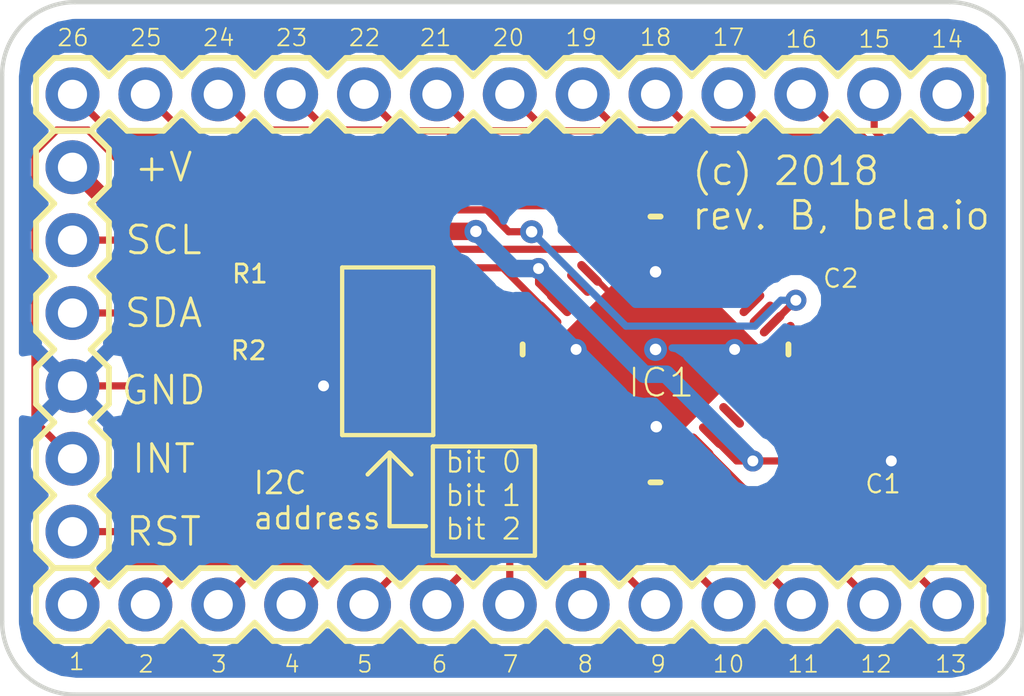
<source format=kicad_pcb>
(kicad_pcb (version 20171130) (host pcbnew "(5.0.0-3-g0214c9d)")

  (general
    (thickness 1.6)
    (drawings 55)
    (tracks 341)
    (zones 0)
    (modules 11)
    (nets 39)
  )

  (page A4)
  (layers
    (0 Top signal)
    (31 Bottom signal)
    (32 B.Adhes user)
    (33 F.Adhes user)
    (34 B.Paste user)
    (35 F.Paste user)
    (36 B.SilkS user)
    (37 F.SilkS user)
    (38 B.Mask user hide)
    (39 F.Mask user hide)
    (40 Dwgs.User user hide)
    (41 Cmts.User user hide)
    (42 Eco1.User user hide)
    (43 Eco2.User user hide)
    (44 Edge.Cuts user)
    (45 Margin user hide)
    (46 B.CrtYd user hide)
    (47 F.CrtYd user hide)
    (48 B.Fab user hide)
    (49 F.Fab user hide)
  )

  (setup
    (last_trace_width 0.25)
    (user_trace_width 0.6096)
    (trace_clearance 0.1778)
    (zone_clearance 0.508)
    (zone_45_only no)
    (trace_min 0.2)
    (segment_width 0.2)
    (edge_width 0.15)
    (via_size 0.8)
    (via_drill 0.4)
    (via_min_size 0.4)
    (via_min_drill 0.3)
    (uvia_size 0.3)
    (uvia_drill 0.1)
    (uvias_allowed no)
    (uvia_min_size 0.2)
    (uvia_min_drill 0.1)
    (pcb_text_width 0.3)
    (pcb_text_size 1.5 1.5)
    (mod_edge_width 0.15)
    (mod_text_size 1 1)
    (mod_text_width 0.15)
    (pad_size 1.524 1.524)
    (pad_drill 0.762)
    (pad_to_mask_clearance 0.2)
    (aux_axis_origin 0 0)
    (visible_elements FFFFFF7F)
    (pcbplotparams
      (layerselection 0x010fc_ffffffff)
      (usegerberextensions false)
      (usegerberattributes false)
      (usegerberadvancedattributes false)
      (creategerberjobfile false)
      (excludeedgelayer true)
      (linewidth 0.100000)
      (plotframeref false)
      (viasonmask false)
      (mode 1)
      (useauxorigin false)
      (hpglpennumber 1)
      (hpglpenspeed 20)
      (hpglpendiameter 15.000000)
      (psnegative false)
      (psa4output false)
      (plotreference true)
      (plotvalue true)
      (plotinvisibletext false)
      (padsonsilk false)
      (subtractmaskfromsilk false)
      (outputformat 1)
      (mirror false)
      (drillshape 1)
      (scaleselection 1)
      (outputdirectory ""))
  )

  (net 0 "")
  (net 1 GND)
  (net 2 VCC)
  (net 3 /I2C_SCL)
  (net 4 "Net-(IC1-Pad17)")
  (net 5 /I2C_SDA)
  (net 6 "Net-(IC1-Pad22)")
  (net 7 "Net-(IC1-Pad40)")
  (net 8 "Net-(IC1-Pad39)")
  (net 9 "Net-(IC1-Pad38)")
  (net 10 "Net-(IC1-Pad37)")
  (net 11 "Net-(IC1-Pad28)")
  (net 12 "Net-(IC1-Pad27)")
  (net 13 /XRES)
  (net 14 "Net-(IC1-Pad25)")
  (net 15 "Net-(IC1-Pad24)")
  (net 16 "Net-(IC1-Pad23)")
  (net 17 "Net-(IC1-Pad12)")
  (net 18 "Net-(IC1-Pad11)")
  (net 19 "Net-(IC1-Pad10)")
  (net 20 "Net-(IC1-Pad9)")
  (net 21 "Net-(C2-Pad1)")
  (net 22 "Net-(IC1-Pad46)")
  (net 23 "Net-(IC1-Pad45)")
  (net 24 "Net-(IC1-Pad44)")
  (net 25 "Net-(IC1-Pad36)")
  (net 26 "Net-(IC1-Pad35)")
  (net 27 "Net-(IC1-Pad34)")
  (net 28 "Net-(IC1-Pad33)")
  (net 29 "Net-(IC1-Pad32)")
  (net 30 "Net-(IC1-Pad31)")
  (net 31 "Net-(IC1-Pad30)")
  (net 32 "Net-(IC1-Pad29)")
  (net 33 "Net-(IC1-Pad16)")
  (net 34 "Net-(IC1-Pad13)")
  (net 35 "Net-(IC1-Pad8)")
  (net 36 "Net-(IC1-Pad7)")
  (net 37 "Net-(IC1-Pad6)")
  (net 38 /EVENT)

  (net_class Default "This is the default net class."
    (clearance 0.1778)
    (trace_width 0.25)
    (via_dia 0.8)
    (via_drill 0.4)
    (uvia_dia 0.3)
    (uvia_drill 0.1)
    (add_net /EVENT)
    (add_net /I2C_SCL)
    (add_net /I2C_SDA)
    (add_net /XRES)
    (add_net GND)
    (add_net "Net-(C2-Pad1)")
    (add_net "Net-(IC1-Pad10)")
    (add_net "Net-(IC1-Pad11)")
    (add_net "Net-(IC1-Pad12)")
    (add_net "Net-(IC1-Pad13)")
    (add_net "Net-(IC1-Pad16)")
    (add_net "Net-(IC1-Pad17)")
    (add_net "Net-(IC1-Pad22)")
    (add_net "Net-(IC1-Pad23)")
    (add_net "Net-(IC1-Pad24)")
    (add_net "Net-(IC1-Pad25)")
    (add_net "Net-(IC1-Pad27)")
    (add_net "Net-(IC1-Pad28)")
    (add_net "Net-(IC1-Pad29)")
    (add_net "Net-(IC1-Pad30)")
    (add_net "Net-(IC1-Pad31)")
    (add_net "Net-(IC1-Pad32)")
    (add_net "Net-(IC1-Pad33)")
    (add_net "Net-(IC1-Pad34)")
    (add_net "Net-(IC1-Pad35)")
    (add_net "Net-(IC1-Pad36)")
    (add_net "Net-(IC1-Pad37)")
    (add_net "Net-(IC1-Pad38)")
    (add_net "Net-(IC1-Pad39)")
    (add_net "Net-(IC1-Pad40)")
    (add_net "Net-(IC1-Pad44)")
    (add_net "Net-(IC1-Pad45)")
    (add_net "Net-(IC1-Pad46)")
    (add_net "Net-(IC1-Pad6)")
    (add_net "Net-(IC1-Pad7)")
    (add_net "Net-(IC1-Pad8)")
    (add_net "Net-(IC1-Pad9)")
    (add_net VCC)
  )

  (module cap-touch-breakout:C0603 (layer Top) (tedit 5C092A54) (tstamp 5C0A7C57)
    (at 159.346 109.0803 180)
    (descr <b>CAPACITOR</b>)
    (path /31C5C65F3A37D600)
    (fp_text reference C1 (at -2.833 -0.3048) (layer F.SilkS)
      (effects (font (size 0.635 0.635) (thickness 0.077216)) (justify right top))
    )
    (fp_text value C-USC0603 (at -0.635 1.905) (layer F.Fab)
      (effects (font (size 1.2065 1.2065) (thickness 0.09652)) (justify right top))
    )
    (fp_line (start -1.473 -0.983) (end 1.473 -0.983) (layer Dwgs.User) (width 0.0508))
    (fp_line (start 1.473 -0.983) (end 1.473 0.983) (layer Dwgs.User) (width 0.0508))
    (fp_line (start 1.473 0.983) (end -1.473 0.983) (layer Dwgs.User) (width 0.0508))
    (fp_line (start -1.473 0.983) (end -1.473 -0.983) (layer Dwgs.User) (width 0.0508))
    (fp_line (start -0.356 -0.432) (end 0.356 -0.432) (layer F.Fab) (width 0.1016))
    (fp_line (start -0.356 0.419) (end 0.356 0.419) (layer F.Fab) (width 0.1016))
    (fp_poly (pts (xy -0.8382 0.4699) (xy -0.3381 0.4699) (xy -0.3381 -0.4801) (xy -0.8382 -0.4801)) (layer F.Fab) (width 0))
    (fp_poly (pts (xy 0.3302 0.4699) (xy 0.8303 0.4699) (xy 0.8303 -0.4801) (xy 0.3302 -0.4801)) (layer F.Fab) (width 0))
    (fp_poly (pts (xy -0.1999 0.3) (xy 0.1999 0.3) (xy 0.1999 -0.3) (xy -0.1999 -0.3)) (layer F.Adhes) (width 0))
    (pad 1 smd rect (at -0.85 0 180) (size 1.1 1) (layers Top F.Paste F.Mask)
      (net 1 GND) (solder_mask_margin 0.1016))
    (pad 2 smd rect (at 0.85 0 180) (size 1.1 1) (layers Top F.Paste F.Mask)
      (net 2 VCC) (solder_mask_margin 0.1016))
  )

  (module cap-touch-breakout:1X13 (layer Top) (tedit 0) (tstamp 5C07E45F)
    (at 163.7411 96.1771 180)
    (path /9E0F7BB248CD7B62)
    (fp_text reference JP3 (at -1.3462 -1.8288 180) (layer F.SilkS) hide
      (effects (font (size 1.2065 1.2065) (thickness 0.127)) (justify right top))
    )
    (fp_text value M13 (at -1.27 3.175) (layer F.Fab)
      (effects (font (size 1.2065 1.2065) (thickness 0.09652)) (justify right top))
    )
    (fp_line (start 14.605 -1.27) (end 15.875 -1.27) (layer F.SilkS) (width 0.2032))
    (fp_line (start 15.875 -1.27) (end 16.51 -0.635) (layer F.SilkS) (width 0.2032))
    (fp_line (start 16.51 0.635) (end 15.875 1.27) (layer F.SilkS) (width 0.2032))
    (fp_line (start 11.43 -0.635) (end 12.065 -1.27) (layer F.SilkS) (width 0.2032))
    (fp_line (start 12.065 -1.27) (end 13.335 -1.27) (layer F.SilkS) (width 0.2032))
    (fp_line (start 13.335 -1.27) (end 13.97 -0.635) (layer F.SilkS) (width 0.2032))
    (fp_line (start 13.97 0.635) (end 13.335 1.27) (layer F.SilkS) (width 0.2032))
    (fp_line (start 13.335 1.27) (end 12.065 1.27) (layer F.SilkS) (width 0.2032))
    (fp_line (start 12.065 1.27) (end 11.43 0.635) (layer F.SilkS) (width 0.2032))
    (fp_line (start 14.605 -1.27) (end 13.97 -0.635) (layer F.SilkS) (width 0.2032))
    (fp_line (start 13.97 0.635) (end 14.605 1.27) (layer F.SilkS) (width 0.2032))
    (fp_line (start 15.875 1.27) (end 14.605 1.27) (layer F.SilkS) (width 0.2032))
    (fp_line (start 6.985 -1.27) (end 8.255 -1.27) (layer F.SilkS) (width 0.2032))
    (fp_line (start 8.255 -1.27) (end 8.89 -0.635) (layer F.SilkS) (width 0.2032))
    (fp_line (start 8.89 0.635) (end 8.255 1.27) (layer F.SilkS) (width 0.2032))
    (fp_line (start 8.89 -0.635) (end 9.525 -1.27) (layer F.SilkS) (width 0.2032))
    (fp_line (start 9.525 -1.27) (end 10.795 -1.27) (layer F.SilkS) (width 0.2032))
    (fp_line (start 10.795 -1.27) (end 11.43 -0.635) (layer F.SilkS) (width 0.2032))
    (fp_line (start 11.43 0.635) (end 10.795 1.27) (layer F.SilkS) (width 0.2032))
    (fp_line (start 10.795 1.27) (end 9.525 1.27) (layer F.SilkS) (width 0.2032))
    (fp_line (start 9.525 1.27) (end 8.89 0.635) (layer F.SilkS) (width 0.2032))
    (fp_line (start 3.81 -0.635) (end 4.445 -1.27) (layer F.SilkS) (width 0.2032))
    (fp_line (start 4.445 -1.27) (end 5.715 -1.27) (layer F.SilkS) (width 0.2032))
    (fp_line (start 5.715 -1.27) (end 6.35 -0.635) (layer F.SilkS) (width 0.2032))
    (fp_line (start 6.35 0.635) (end 5.715 1.27) (layer F.SilkS) (width 0.2032))
    (fp_line (start 5.715 1.27) (end 4.445 1.27) (layer F.SilkS) (width 0.2032))
    (fp_line (start 4.445 1.27) (end 3.81 0.635) (layer F.SilkS) (width 0.2032))
    (fp_line (start 6.985 -1.27) (end 6.35 -0.635) (layer F.SilkS) (width 0.2032))
    (fp_line (start 6.35 0.635) (end 6.985 1.27) (layer F.SilkS) (width 0.2032))
    (fp_line (start 8.255 1.27) (end 6.985 1.27) (layer F.SilkS) (width 0.2032))
    (fp_line (start -0.635 -1.27) (end 0.635 -1.27) (layer F.SilkS) (width 0.2032))
    (fp_line (start 0.635 -1.27) (end 1.27 -0.635) (layer F.SilkS) (width 0.2032))
    (fp_line (start 1.27 0.635) (end 0.635 1.27) (layer F.SilkS) (width 0.2032))
    (fp_line (start 1.27 -0.635) (end 1.905 -1.27) (layer F.SilkS) (width 0.2032))
    (fp_line (start 1.905 -1.27) (end 3.175 -1.27) (layer F.SilkS) (width 0.2032))
    (fp_line (start 3.175 -1.27) (end 3.81 -0.635) (layer F.SilkS) (width 0.2032))
    (fp_line (start 3.81 0.635) (end 3.175 1.27) (layer F.SilkS) (width 0.2032))
    (fp_line (start 3.175 1.27) (end 1.905 1.27) (layer F.SilkS) (width 0.2032))
    (fp_line (start 1.905 1.27) (end 1.27 0.635) (layer F.SilkS) (width 0.2032))
    (fp_line (start -1.27 -0.635) (end -1.27 0.635) (layer F.SilkS) (width 0.2032))
    (fp_line (start -0.635 -1.27) (end -1.27 -0.635) (layer F.SilkS) (width 0.2032))
    (fp_line (start -1.27 0.635) (end -0.635 1.27) (layer F.SilkS) (width 0.2032))
    (fp_line (start 0.635 1.27) (end -0.635 1.27) (layer F.SilkS) (width 0.2032))
    (fp_line (start 29.21 -0.635) (end 29.845 -1.27) (layer F.SilkS) (width 0.2032))
    (fp_line (start 29.845 -1.27) (end 31.115 -1.27) (layer F.SilkS) (width 0.2032))
    (fp_line (start 31.115 -1.27) (end 31.75 -0.635) (layer F.SilkS) (width 0.2032))
    (fp_line (start 31.75 0.635) (end 31.115 1.27) (layer F.SilkS) (width 0.2032))
    (fp_line (start 31.115 1.27) (end 29.845 1.27) (layer F.SilkS) (width 0.2032))
    (fp_line (start 29.845 1.27) (end 29.21 0.635) (layer F.SilkS) (width 0.2032))
    (fp_line (start 31.75 0.635) (end 31.75 -0.635) (layer F.SilkS) (width 0.2032))
    (fp_line (start 24.765 -1.27) (end 26.035 -1.27) (layer F.SilkS) (width 0.2032))
    (fp_line (start 26.035 -1.27) (end 26.67 -0.635) (layer F.SilkS) (width 0.2032))
    (fp_line (start 26.67 0.635) (end 26.035 1.27) (layer F.SilkS) (width 0.2032))
    (fp_line (start 26.67 -0.635) (end 27.305 -1.27) (layer F.SilkS) (width 0.2032))
    (fp_line (start 27.305 -1.27) (end 28.575 -1.27) (layer F.SilkS) (width 0.2032))
    (fp_line (start 28.575 -1.27) (end 29.21 -0.635) (layer F.SilkS) (width 0.2032))
    (fp_line (start 29.21 0.635) (end 28.575 1.27) (layer F.SilkS) (width 0.2032))
    (fp_line (start 28.575 1.27) (end 27.305 1.27) (layer F.SilkS) (width 0.2032))
    (fp_line (start 27.305 1.27) (end 26.67 0.635) (layer F.SilkS) (width 0.2032))
    (fp_line (start 21.59 -0.635) (end 22.225 -1.27) (layer F.SilkS) (width 0.2032))
    (fp_line (start 22.225 -1.27) (end 23.495 -1.27) (layer F.SilkS) (width 0.2032))
    (fp_line (start 23.495 -1.27) (end 24.13 -0.635) (layer F.SilkS) (width 0.2032))
    (fp_line (start 24.13 0.635) (end 23.495 1.27) (layer F.SilkS) (width 0.2032))
    (fp_line (start 23.495 1.27) (end 22.225 1.27) (layer F.SilkS) (width 0.2032))
    (fp_line (start 22.225 1.27) (end 21.59 0.635) (layer F.SilkS) (width 0.2032))
    (fp_line (start 24.765 -1.27) (end 24.13 -0.635) (layer F.SilkS) (width 0.2032))
    (fp_line (start 24.13 0.635) (end 24.765 1.27) (layer F.SilkS) (width 0.2032))
    (fp_line (start 26.035 1.27) (end 24.765 1.27) (layer F.SilkS) (width 0.2032))
    (fp_line (start 17.145 -1.27) (end 18.415 -1.27) (layer F.SilkS) (width 0.2032))
    (fp_line (start 18.415 -1.27) (end 19.05 -0.635) (layer F.SilkS) (width 0.2032))
    (fp_line (start 19.05 0.635) (end 18.415 1.27) (layer F.SilkS) (width 0.2032))
    (fp_line (start 19.05 -0.635) (end 19.685 -1.27) (layer F.SilkS) (width 0.2032))
    (fp_line (start 19.685 -1.27) (end 20.955 -1.27) (layer F.SilkS) (width 0.2032))
    (fp_line (start 20.955 -1.27) (end 21.59 -0.635) (layer F.SilkS) (width 0.2032))
    (fp_line (start 21.59 0.635) (end 20.955 1.27) (layer F.SilkS) (width 0.2032))
    (fp_line (start 20.955 1.27) (end 19.685 1.27) (layer F.SilkS) (width 0.2032))
    (fp_line (start 19.685 1.27) (end 19.05 0.635) (layer F.SilkS) (width 0.2032))
    (fp_line (start 17.145 -1.27) (end 16.51 -0.635) (layer F.SilkS) (width 0.2032))
    (fp_line (start 16.51 0.635) (end 17.145 1.27) (layer F.SilkS) (width 0.2032))
    (fp_line (start 18.415 1.27) (end 17.145 1.27) (layer F.SilkS) (width 0.2032))
    (fp_poly (pts (xy 14.986 0.254) (xy 15.494 0.254) (xy 15.494 -0.254) (xy 14.986 -0.254)) (layer F.Fab) (width 0))
    (fp_poly (pts (xy 12.446 0.254) (xy 12.954 0.254) (xy 12.954 -0.254) (xy 12.446 -0.254)) (layer F.Fab) (width 0))
    (fp_poly (pts (xy 9.906 0.254) (xy 10.414 0.254) (xy 10.414 -0.254) (xy 9.906 -0.254)) (layer F.Fab) (width 0))
    (fp_poly (pts (xy 7.366 0.254) (xy 7.874 0.254) (xy 7.874 -0.254) (xy 7.366 -0.254)) (layer F.Fab) (width 0))
    (fp_poly (pts (xy 4.826 0.254) (xy 5.334 0.254) (xy 5.334 -0.254) (xy 4.826 -0.254)) (layer F.Fab) (width 0))
    (fp_poly (pts (xy 2.286 0.254) (xy 2.794 0.254) (xy 2.794 -0.254) (xy 2.286 -0.254)) (layer F.Fab) (width 0))
    (fp_poly (pts (xy -0.254 0.254) (xy 0.254 0.254) (xy 0.254 -0.254) (xy -0.254 -0.254)) (layer F.Fab) (width 0))
    (fp_poly (pts (xy 30.226 0.254) (xy 30.734 0.254) (xy 30.734 -0.254) (xy 30.226 -0.254)) (layer F.Fab) (width 0))
    (fp_poly (pts (xy 27.686 0.254) (xy 28.194 0.254) (xy 28.194 -0.254) (xy 27.686 -0.254)) (layer F.Fab) (width 0))
    (fp_poly (pts (xy 25.146 0.254) (xy 25.654 0.254) (xy 25.654 -0.254) (xy 25.146 -0.254)) (layer F.Fab) (width 0))
    (fp_poly (pts (xy 22.606 0.254) (xy 23.114 0.254) (xy 23.114 -0.254) (xy 22.606 -0.254)) (layer F.Fab) (width 0))
    (fp_poly (pts (xy 20.066 0.254) (xy 20.574 0.254) (xy 20.574 -0.254) (xy 20.066 -0.254)) (layer F.Fab) (width 0))
    (fp_poly (pts (xy 17.526 0.254) (xy 18.034 0.254) (xy 18.034 -0.254) (xy 17.526 -0.254)) (layer F.Fab) (width 0))
    (pad 1 thru_hole circle (at 0 0 270) (size 1.8796 1.8796) (drill 1.016) (layers *.Cu *.Mask)
      (net 7 "Net-(IC1-Pad40)") (solder_mask_margin 0.1016))
    (pad 2 thru_hole circle (at 2.54 0 270) (size 1.8796 1.8796) (drill 1.016) (layers *.Cu *.Mask)
      (net 24 "Net-(IC1-Pad44)") (solder_mask_margin 0.1016))
    (pad 3 thru_hole circle (at 5.08 0 270) (size 1.8796 1.8796) (drill 1.016) (layers *.Cu *.Mask)
      (net 23 "Net-(IC1-Pad45)") (solder_mask_margin 0.1016))
    (pad 4 thru_hole circle (at 7.62 0 270) (size 1.8796 1.8796) (drill 1.016) (layers *.Cu *.Mask)
      (net 22 "Net-(IC1-Pad46)") (solder_mask_margin 0.1016))
    (pad 5 thru_hole circle (at 10.16 0 270) (size 1.8796 1.8796) (drill 1.016) (layers *.Cu *.Mask)
      (net 37 "Net-(IC1-Pad6)") (solder_mask_margin 0.1016))
    (pad 6 thru_hole circle (at 12.7 0 270) (size 1.8796 1.8796) (drill 1.016) (layers *.Cu *.Mask)
      (net 36 "Net-(IC1-Pad7)") (solder_mask_margin 0.1016))
    (pad 7 thru_hole circle (at 15.24 0 270) (size 1.8796 1.8796) (drill 1.016) (layers *.Cu *.Mask)
      (net 35 "Net-(IC1-Pad8)") (solder_mask_margin 0.1016))
    (pad 8 thru_hole circle (at 17.78 0 270) (size 1.8796 1.8796) (drill 1.016) (layers *.Cu *.Mask)
      (net 20 "Net-(IC1-Pad9)") (solder_mask_margin 0.1016))
    (pad 9 thru_hole circle (at 20.32 0 270) (size 1.8796 1.8796) (drill 1.016) (layers *.Cu *.Mask)
      (net 19 "Net-(IC1-Pad10)") (solder_mask_margin 0.1016))
    (pad 10 thru_hole circle (at 22.86 0 270) (size 1.8796 1.8796) (drill 1.016) (layers *.Cu *.Mask)
      (net 18 "Net-(IC1-Pad11)") (solder_mask_margin 0.1016))
    (pad 11 thru_hole circle (at 25.4 0 270) (size 1.8796 1.8796) (drill 1.016) (layers *.Cu *.Mask)
      (net 17 "Net-(IC1-Pad12)") (solder_mask_margin 0.1016))
    (pad 12 thru_hole circle (at 27.94 0 270) (size 1.8796 1.8796) (drill 1.016) (layers *.Cu *.Mask)
      (net 34 "Net-(IC1-Pad13)") (solder_mask_margin 0.1016))
    (pad 13 thru_hole circle (at 30.48 0 270) (size 1.8796 1.8796) (drill 1.016) (layers *.Cu *.Mask)
      (net 33 "Net-(IC1-Pad16)") (solder_mask_margin 0.1016))
  )

  (module cap-touch-breakout:C0603 (layer Top) (tedit 5C0929E6) (tstamp 5C0909B5)
    (at 160.0708 104.6099 270)
    (descr <b>CAPACITOR</b>)
    (path /8BD603187B1234C5)
    (fp_text reference C2 (at -2.3876 -0.635) (layer F.SilkS)
      (effects (font (size 0.635 0.635) (thickness 0.077216)) (justify right top))
    )
    (fp_text value C-USC0603 (at -0.635 1.905 90) (layer F.Fab)
      (effects (font (size 1.2065 1.2065) (thickness 0.09652)) (justify right top))
    )
    (fp_line (start -1.473 -0.983) (end 1.473 -0.983) (layer Dwgs.User) (width 0.0508))
    (fp_line (start 1.473 -0.983) (end 1.473 0.983) (layer Dwgs.User) (width 0.0508))
    (fp_line (start 1.473 0.983) (end -1.473 0.983) (layer Dwgs.User) (width 0.0508))
    (fp_line (start -1.473 0.983) (end -1.473 -0.983) (layer Dwgs.User) (width 0.0508))
    (fp_line (start -0.356 -0.432) (end 0.356 -0.432) (layer F.Fab) (width 0.1016))
    (fp_line (start -0.356 0.419) (end 0.356 0.419) (layer F.Fab) (width 0.1016))
    (fp_poly (pts (xy -0.8382 0.4699) (xy -0.3381 0.4699) (xy -0.3381 -0.4801) (xy -0.8382 -0.4801)) (layer F.Fab) (width 0))
    (fp_poly (pts (xy 0.3302 0.4699) (xy 0.8303 0.4699) (xy 0.8303 -0.4801) (xy 0.3302 -0.4801)) (layer F.Fab) (width 0))
    (fp_poly (pts (xy -0.1999 0.3) (xy 0.1999 0.3) (xy 0.1999 -0.3) (xy -0.1999 -0.3)) (layer F.Adhes) (width 0))
    (pad 1 smd rect (at -0.85 0 270) (size 1.1 1) (layers Top F.Paste F.Mask)
      (net 21 "Net-(C2-Pad1)") (solder_mask_margin 0.1016))
    (pad 2 smd rect (at 0.85 0 270) (size 1.1 1) (layers Top F.Paste F.Mask)
      (net 1 GND) (solder_mask_margin 0.1016))
  )

  (module cap-touch-breakout:1X13 (layer Top) (tedit 0) (tstamp 5C07E4CC)
    (at 133.2611 113.9571)
    (path /E4B5C9E224D01FBA)
    (fp_text reference JP4 (at -1.3462 -1.8288) (layer F.SilkS) hide
      (effects (font (size 1.2065 1.2065) (thickness 0.127)) (justify left bottom))
    )
    (fp_text value M13 (at -1.27 3.175) (layer F.Fab)
      (effects (font (size 1.2065 1.2065) (thickness 0.09652)) (justify left bottom))
    )
    (fp_line (start 14.605 -1.27) (end 15.875 -1.27) (layer F.SilkS) (width 0.2032))
    (fp_line (start 15.875 -1.27) (end 16.51 -0.635) (layer F.SilkS) (width 0.2032))
    (fp_line (start 16.51 0.635) (end 15.875 1.27) (layer F.SilkS) (width 0.2032))
    (fp_line (start 11.43 -0.635) (end 12.065 -1.27) (layer F.SilkS) (width 0.2032))
    (fp_line (start 12.065 -1.27) (end 13.335 -1.27) (layer F.SilkS) (width 0.2032))
    (fp_line (start 13.335 -1.27) (end 13.97 -0.635) (layer F.SilkS) (width 0.2032))
    (fp_line (start 13.97 0.635) (end 13.335 1.27) (layer F.SilkS) (width 0.2032))
    (fp_line (start 13.335 1.27) (end 12.065 1.27) (layer F.SilkS) (width 0.2032))
    (fp_line (start 12.065 1.27) (end 11.43 0.635) (layer F.SilkS) (width 0.2032))
    (fp_line (start 14.605 -1.27) (end 13.97 -0.635) (layer F.SilkS) (width 0.2032))
    (fp_line (start 13.97 0.635) (end 14.605 1.27) (layer F.SilkS) (width 0.2032))
    (fp_line (start 15.875 1.27) (end 14.605 1.27) (layer F.SilkS) (width 0.2032))
    (fp_line (start 6.985 -1.27) (end 8.255 -1.27) (layer F.SilkS) (width 0.2032))
    (fp_line (start 8.255 -1.27) (end 8.89 -0.635) (layer F.SilkS) (width 0.2032))
    (fp_line (start 8.89 0.635) (end 8.255 1.27) (layer F.SilkS) (width 0.2032))
    (fp_line (start 8.89 -0.635) (end 9.525 -1.27) (layer F.SilkS) (width 0.2032))
    (fp_line (start 9.525 -1.27) (end 10.795 -1.27) (layer F.SilkS) (width 0.2032))
    (fp_line (start 10.795 -1.27) (end 11.43 -0.635) (layer F.SilkS) (width 0.2032))
    (fp_line (start 11.43 0.635) (end 10.795 1.27) (layer F.SilkS) (width 0.2032))
    (fp_line (start 10.795 1.27) (end 9.525 1.27) (layer F.SilkS) (width 0.2032))
    (fp_line (start 9.525 1.27) (end 8.89 0.635) (layer F.SilkS) (width 0.2032))
    (fp_line (start 3.81 -0.635) (end 4.445 -1.27) (layer F.SilkS) (width 0.2032))
    (fp_line (start 4.445 -1.27) (end 5.715 -1.27) (layer F.SilkS) (width 0.2032))
    (fp_line (start 5.715 -1.27) (end 6.35 -0.635) (layer F.SilkS) (width 0.2032))
    (fp_line (start 6.35 0.635) (end 5.715 1.27) (layer F.SilkS) (width 0.2032))
    (fp_line (start 5.715 1.27) (end 4.445 1.27) (layer F.SilkS) (width 0.2032))
    (fp_line (start 4.445 1.27) (end 3.81 0.635) (layer F.SilkS) (width 0.2032))
    (fp_line (start 6.985 -1.27) (end 6.35 -0.635) (layer F.SilkS) (width 0.2032))
    (fp_line (start 6.35 0.635) (end 6.985 1.27) (layer F.SilkS) (width 0.2032))
    (fp_line (start 8.255 1.27) (end 6.985 1.27) (layer F.SilkS) (width 0.2032))
    (fp_line (start -0.635 -1.27) (end 0.635 -1.27) (layer F.SilkS) (width 0.2032))
    (fp_line (start 0.635 -1.27) (end 1.27 -0.635) (layer F.SilkS) (width 0.2032))
    (fp_line (start 1.27 0.635) (end 0.635 1.27) (layer F.SilkS) (width 0.2032))
    (fp_line (start 1.27 -0.635) (end 1.905 -1.27) (layer F.SilkS) (width 0.2032))
    (fp_line (start 1.905 -1.27) (end 3.175 -1.27) (layer F.SilkS) (width 0.2032))
    (fp_line (start 3.175 -1.27) (end 3.81 -0.635) (layer F.SilkS) (width 0.2032))
    (fp_line (start 3.81 0.635) (end 3.175 1.27) (layer F.SilkS) (width 0.2032))
    (fp_line (start 3.175 1.27) (end 1.905 1.27) (layer F.SilkS) (width 0.2032))
    (fp_line (start 1.905 1.27) (end 1.27 0.635) (layer F.SilkS) (width 0.2032))
    (fp_line (start -1.27 -0.635) (end -1.27 0.635) (layer F.SilkS) (width 0.2032))
    (fp_line (start -0.635 -1.27) (end -1.27 -0.635) (layer F.SilkS) (width 0.2032))
    (fp_line (start -1.27 0.635) (end -0.635 1.27) (layer F.SilkS) (width 0.2032))
    (fp_line (start 0.635 1.27) (end -0.635 1.27) (layer F.SilkS) (width 0.2032))
    (fp_line (start 29.21 -0.635) (end 29.845 -1.27) (layer F.SilkS) (width 0.2032))
    (fp_line (start 29.845 -1.27) (end 31.115 -1.27) (layer F.SilkS) (width 0.2032))
    (fp_line (start 31.115 -1.27) (end 31.75 -0.635) (layer F.SilkS) (width 0.2032))
    (fp_line (start 31.75 0.635) (end 31.115 1.27) (layer F.SilkS) (width 0.2032))
    (fp_line (start 31.115 1.27) (end 29.845 1.27) (layer F.SilkS) (width 0.2032))
    (fp_line (start 29.845 1.27) (end 29.21 0.635) (layer F.SilkS) (width 0.2032))
    (fp_line (start 31.75 0.635) (end 31.75 -0.635) (layer F.SilkS) (width 0.2032))
    (fp_line (start 24.765 -1.27) (end 26.035 -1.27) (layer F.SilkS) (width 0.2032))
    (fp_line (start 26.035 -1.27) (end 26.67 -0.635) (layer F.SilkS) (width 0.2032))
    (fp_line (start 26.67 0.635) (end 26.035 1.27) (layer F.SilkS) (width 0.2032))
    (fp_line (start 26.67 -0.635) (end 27.305 -1.27) (layer F.SilkS) (width 0.2032))
    (fp_line (start 27.305 -1.27) (end 28.575 -1.27) (layer F.SilkS) (width 0.2032))
    (fp_line (start 28.575 -1.27) (end 29.21 -0.635) (layer F.SilkS) (width 0.2032))
    (fp_line (start 29.21 0.635) (end 28.575 1.27) (layer F.SilkS) (width 0.2032))
    (fp_line (start 28.575 1.27) (end 27.305 1.27) (layer F.SilkS) (width 0.2032))
    (fp_line (start 27.305 1.27) (end 26.67 0.635) (layer F.SilkS) (width 0.2032))
    (fp_line (start 21.59 -0.635) (end 22.225 -1.27) (layer F.SilkS) (width 0.2032))
    (fp_line (start 22.225 -1.27) (end 23.495 -1.27) (layer F.SilkS) (width 0.2032))
    (fp_line (start 23.495 -1.27) (end 24.13 -0.635) (layer F.SilkS) (width 0.2032))
    (fp_line (start 24.13 0.635) (end 23.495 1.27) (layer F.SilkS) (width 0.2032))
    (fp_line (start 23.495 1.27) (end 22.225 1.27) (layer F.SilkS) (width 0.2032))
    (fp_line (start 22.225 1.27) (end 21.59 0.635) (layer F.SilkS) (width 0.2032))
    (fp_line (start 24.765 -1.27) (end 24.13 -0.635) (layer F.SilkS) (width 0.2032))
    (fp_line (start 24.13 0.635) (end 24.765 1.27) (layer F.SilkS) (width 0.2032))
    (fp_line (start 26.035 1.27) (end 24.765 1.27) (layer F.SilkS) (width 0.2032))
    (fp_line (start 17.145 -1.27) (end 18.415 -1.27) (layer F.SilkS) (width 0.2032))
    (fp_line (start 18.415 -1.27) (end 19.05 -0.635) (layer F.SilkS) (width 0.2032))
    (fp_line (start 19.05 0.635) (end 18.415 1.27) (layer F.SilkS) (width 0.2032))
    (fp_line (start 19.05 -0.635) (end 19.685 -1.27) (layer F.SilkS) (width 0.2032))
    (fp_line (start 19.685 -1.27) (end 20.955 -1.27) (layer F.SilkS) (width 0.2032))
    (fp_line (start 20.955 -1.27) (end 21.59 -0.635) (layer F.SilkS) (width 0.2032))
    (fp_line (start 21.59 0.635) (end 20.955 1.27) (layer F.SilkS) (width 0.2032))
    (fp_line (start 20.955 1.27) (end 19.685 1.27) (layer F.SilkS) (width 0.2032))
    (fp_line (start 19.685 1.27) (end 19.05 0.635) (layer F.SilkS) (width 0.2032))
    (fp_line (start 17.145 -1.27) (end 16.51 -0.635) (layer F.SilkS) (width 0.2032))
    (fp_line (start 16.51 0.635) (end 17.145 1.27) (layer F.SilkS) (width 0.2032))
    (fp_line (start 18.415 1.27) (end 17.145 1.27) (layer F.SilkS) (width 0.2032))
    (fp_poly (pts (xy 14.986 0.254) (xy 15.494 0.254) (xy 15.494 -0.254) (xy 14.986 -0.254)) (layer F.Fab) (width 0))
    (fp_poly (pts (xy 12.446 0.254) (xy 12.954 0.254) (xy 12.954 -0.254) (xy 12.446 -0.254)) (layer F.Fab) (width 0))
    (fp_poly (pts (xy 9.906 0.254) (xy 10.414 0.254) (xy 10.414 -0.254) (xy 9.906 -0.254)) (layer F.Fab) (width 0))
    (fp_poly (pts (xy 7.366 0.254) (xy 7.874 0.254) (xy 7.874 -0.254) (xy 7.366 -0.254)) (layer F.Fab) (width 0))
    (fp_poly (pts (xy 4.826 0.254) (xy 5.334 0.254) (xy 5.334 -0.254) (xy 4.826 -0.254)) (layer F.Fab) (width 0))
    (fp_poly (pts (xy 2.286 0.254) (xy 2.794 0.254) (xy 2.794 -0.254) (xy 2.286 -0.254)) (layer F.Fab) (width 0))
    (fp_poly (pts (xy -0.254 0.254) (xy 0.254 0.254) (xy 0.254 -0.254) (xy -0.254 -0.254)) (layer F.Fab) (width 0))
    (fp_poly (pts (xy 30.226 0.254) (xy 30.734 0.254) (xy 30.734 -0.254) (xy 30.226 -0.254)) (layer F.Fab) (width 0))
    (fp_poly (pts (xy 27.686 0.254) (xy 28.194 0.254) (xy 28.194 -0.254) (xy 27.686 -0.254)) (layer F.Fab) (width 0))
    (fp_poly (pts (xy 25.146 0.254) (xy 25.654 0.254) (xy 25.654 -0.254) (xy 25.146 -0.254)) (layer F.Fab) (width 0))
    (fp_poly (pts (xy 22.606 0.254) (xy 23.114 0.254) (xy 23.114 -0.254) (xy 22.606 -0.254)) (layer F.Fab) (width 0))
    (fp_poly (pts (xy 20.066 0.254) (xy 20.574 0.254) (xy 20.574 -0.254) (xy 20.066 -0.254)) (layer F.Fab) (width 0))
    (fp_poly (pts (xy 17.526 0.254) (xy 18.034 0.254) (xy 18.034 -0.254) (xy 17.526 -0.254)) (layer F.Fab) (width 0))
    (pad 1 thru_hole circle (at 0 0 90) (size 1.8796 1.8796) (drill 1.016) (layers *.Cu *.Mask)
      (net 12 "Net-(IC1-Pad27)") (solder_mask_margin 0.1016))
    (pad 2 thru_hole circle (at 2.54 0 90) (size 1.8796 1.8796) (drill 1.016) (layers *.Cu *.Mask)
      (net 11 "Net-(IC1-Pad28)") (solder_mask_margin 0.1016))
    (pad 3 thru_hole circle (at 5.08 0 90) (size 1.8796 1.8796) (drill 1.016) (layers *.Cu *.Mask)
      (net 32 "Net-(IC1-Pad29)") (solder_mask_margin 0.1016))
    (pad 4 thru_hole circle (at 7.62 0 90) (size 1.8796 1.8796) (drill 1.016) (layers *.Cu *.Mask)
      (net 31 "Net-(IC1-Pad30)") (solder_mask_margin 0.1016))
    (pad 5 thru_hole circle (at 10.16 0 90) (size 1.8796 1.8796) (drill 1.016) (layers *.Cu *.Mask)
      (net 30 "Net-(IC1-Pad31)") (solder_mask_margin 0.1016))
    (pad 6 thru_hole circle (at 12.7 0 90) (size 1.8796 1.8796) (drill 1.016) (layers *.Cu *.Mask)
      (net 29 "Net-(IC1-Pad32)") (solder_mask_margin 0.1016))
    (pad 7 thru_hole circle (at 15.24 0 90) (size 1.8796 1.8796) (drill 1.016) (layers *.Cu *.Mask)
      (net 28 "Net-(IC1-Pad33)") (solder_mask_margin 0.1016))
    (pad 8 thru_hole circle (at 17.78 0 90) (size 1.8796 1.8796) (drill 1.016) (layers *.Cu *.Mask)
      (net 27 "Net-(IC1-Pad34)") (solder_mask_margin 0.1016))
    (pad 9 thru_hole circle (at 20.32 0 90) (size 1.8796 1.8796) (drill 1.016) (layers *.Cu *.Mask)
      (net 26 "Net-(IC1-Pad35)") (solder_mask_margin 0.1016))
    (pad 10 thru_hole circle (at 22.86 0 90) (size 1.8796 1.8796) (drill 1.016) (layers *.Cu *.Mask)
      (net 25 "Net-(IC1-Pad36)") (solder_mask_margin 0.1016))
    (pad 11 thru_hole circle (at 25.4 0 90) (size 1.8796 1.8796) (drill 1.016) (layers *.Cu *.Mask)
      (net 10 "Net-(IC1-Pad37)") (solder_mask_margin 0.1016))
    (pad 12 thru_hole circle (at 27.94 0 90) (size 1.8796 1.8796) (drill 1.016) (layers *.Cu *.Mask)
      (net 9 "Net-(IC1-Pad38)") (solder_mask_margin 0.1016))
    (pad 13 thru_hole circle (at 30.48 0 90) (size 1.8796 1.8796) (drill 1.016) (layers *.Cu *.Mask)
      (net 8 "Net-(IC1-Pad39)") (solder_mask_margin 0.1016))
  )

  (module cap-touch-breakout:R0603 (layer Top) (tedit 5C092982) (tstamp 5C0A7CAC)
    (at 139.446 101.2571 180)
    (descr <b>RESISTOR</b>)
    (path /469CAB24EC893FD4)
    (fp_text reference R1 (at 0.6858 -1.5494) (layer F.SilkS)
      (effects (font (size 0.635 0.635) (thickness 0.09652)) (justify left bottom))
    )
    (fp_text value R-EU_R0603 (at -0.635 1.905) (layer F.Fab)
      (effects (font (size 1.2065 1.2065) (thickness 0.09652)) (justify right top))
    )
    (fp_line (start -0.432 0.356) (end 0.432 0.356) (layer F.Fab) (width 0.1524))
    (fp_line (start 0.432 -0.356) (end -0.432 -0.356) (layer F.Fab) (width 0.1524))
    (fp_line (start -1.473 -0.983) (end 1.473 -0.983) (layer Dwgs.User) (width 0.0508))
    (fp_line (start 1.473 -0.983) (end 1.473 0.983) (layer Dwgs.User) (width 0.0508))
    (fp_line (start 1.473 0.983) (end -1.473 0.983) (layer Dwgs.User) (width 0.0508))
    (fp_line (start -1.473 0.983) (end -1.473 -0.983) (layer Dwgs.User) (width 0.0508))
    (fp_poly (pts (xy 0.4318 0.4318) (xy 0.8382 0.4318) (xy 0.8382 -0.4318) (xy 0.4318 -0.4318)) (layer F.Fab) (width 0))
    (fp_poly (pts (xy -0.8382 0.4318) (xy -0.4318 0.4318) (xy -0.4318 -0.4318) (xy -0.8382 -0.4318)) (layer F.Fab) (width 0))
    (fp_poly (pts (xy -0.1999 0.4001) (xy 0.1999 0.4001) (xy 0.1999 -0.4001) (xy -0.1999 -0.4001)) (layer F.Adhes) (width 0))
    (pad 1 smd rect (at -0.85 0 180) (size 1 1.1) (layers Top F.Paste F.Mask)
      (net 4 "Net-(IC1-Pad17)") (solder_mask_margin 0.1016))
    (pad 2 smd rect (at 0.85 0 180) (size 1 1.1) (layers Top F.Paste F.Mask)
      (net 3 /I2C_SCL) (solder_mask_margin 0.1016))
  )

  (module cap-touch-breakout:R0603 (layer Top) (tedit 5C092987) (tstamp 5C0906F4)
    (at 139.446 103.7971 180)
    (descr <b>RESISTOR</b>)
    (path /8943FDCC711A3F32)
    (fp_text reference R2 (at -0.635 -0.9398) (layer F.SilkS)
      (effects (font (size 0.635 0.635) (thickness 0.09652)) (justify right top))
    )
    (fp_text value R-EU_R0603 (at -0.635 1.905) (layer F.Fab)
      (effects (font (size 1.2065 1.2065) (thickness 0.09652)) (justify right top))
    )
    (fp_line (start -0.432 0.356) (end 0.432 0.356) (layer F.Fab) (width 0.1524))
    (fp_line (start 0.432 -0.356) (end -0.432 -0.356) (layer F.Fab) (width 0.1524))
    (fp_line (start -1.473 -0.983) (end 1.473 -0.983) (layer Dwgs.User) (width 0.0508))
    (fp_line (start 1.473 -0.983) (end 1.473 0.983) (layer Dwgs.User) (width 0.0508))
    (fp_line (start 1.473 0.983) (end -1.473 0.983) (layer Dwgs.User) (width 0.0508))
    (fp_line (start -1.473 0.983) (end -1.473 -0.983) (layer Dwgs.User) (width 0.0508))
    (fp_poly (pts (xy 0.4318 0.4318) (xy 0.8382 0.4318) (xy 0.8382 -0.4318) (xy 0.4318 -0.4318)) (layer F.Fab) (width 0))
    (fp_poly (pts (xy -0.8382 0.4318) (xy -0.4318 0.4318) (xy -0.4318 -0.4318) (xy -0.8382 -0.4318)) (layer F.Fab) (width 0))
    (fp_poly (pts (xy -0.1999 0.4001) (xy 0.1999 0.4001) (xy 0.1999 -0.4001) (xy -0.1999 -0.4001)) (layer F.Adhes) (width 0))
    (pad 1 smd rect (at -0.85 0 180) (size 1 1.1) (layers Top F.Paste F.Mask)
      (net 6 "Net-(IC1-Pad22)") (solder_mask_margin 0.1016))
    (pad 2 smd rect (at 0.85 0 180) (size 1 1.1) (layers Top F.Paste F.Mask)
      (net 5 /I2C_SDA) (solder_mask_margin 0.1016))
  )

  (module cap-touch-breakout:QFN48-LEADS (layer Top) (tedit 0) (tstamp 5C0907DF)
    (at 153.5811 105.0671 225)
    (path /40716F7D70C115B1)
    (fp_text reference IC1 (at 1.948716 -0.493914) (layer F.SilkS)
      (effects (font (size 0.9652 0.9652) (thickness 0.077216)) (justify left bottom))
    )
    (fp_text value CY8C206X6A (at -3.5 5.75 225) (layer F.Fab)
      (effects (font (size 1.2065 1.2065) (thickness 0.09652)) (justify left bottom))
    )
    (fp_line (start -3.4 -3.149999) (end -3.149999 -3.4) (layer F.SilkS) (width 0.2032))
    (fp_line (start -3.149999 -3.4) (end 3.149999 -3.4) (layer F.Fab) (width 0.2032))
    (fp_line (start 3.149999 -3.4) (end 3.4 -3.149999) (layer F.SilkS) (width 0.2032))
    (fp_line (start 3.4 -3.149999) (end 3.4 3.149999) (layer F.Fab) (width 0.2032))
    (fp_line (start 3.4 3.149999) (end 3.149999 3.4) (layer F.SilkS) (width 0.2032))
    (fp_line (start 3.149999 3.4) (end -3.149999 3.4) (layer F.Fab) (width 0.2032))
    (fp_line (start -3.149999 3.4) (end -3.4 3.149999) (layer F.SilkS) (width 0.2032))
    (fp_line (start -3.4 3.149999) (end -3.4 -3.149999) (layer F.Fab) (width 0.2032))
    (fp_line (start -3.1 -2.75) (end -3.9 -2.75) (layer F.Mask) (width 0.4))
    (fp_line (start -3.1 -2.75) (end -3.325 -2.75) (layer F.Fab) (width 0.23))
    (fp_line (start -3.1 -2.75) (end -3.9 -2.75) (layer F.Paste) (width 0.25))
    (fp_line (start -3.1 -2.25) (end -3.9 -2.25) (layer F.Mask) (width 0.4))
    (fp_line (start -3.1 -2.25) (end -3.325 -2.25) (layer F.Fab) (width 0.23))
    (fp_line (start -3.1 -2.25) (end -3.9 -2.25) (layer F.Paste) (width 0.25))
    (fp_line (start -3.1 -1.75) (end -3.9 -1.749999) (layer F.Mask) (width 0.4))
    (fp_line (start -3.1 -1.75) (end -3.325 -1.75) (layer F.Fab) (width 0.23))
    (fp_line (start -3.1 -1.75) (end -3.9 -1.749999) (layer F.Paste) (width 0.25))
    (fp_line (start -3.1 -1.249999) (end -3.9 -1.25) (layer F.Mask) (width 0.4))
    (fp_line (start -3.1 -1.249999) (end -3.325001 -1.25) (layer F.Fab) (width 0.23))
    (fp_line (start -3.1 -1.249999) (end -3.9 -1.25) (layer F.Paste) (width 0.25))
    (fp_line (start -3.1 -0.75) (end -3.9 -0.750001) (layer F.Mask) (width 0.4))
    (fp_line (start -3.1 -0.75) (end -3.325 -0.75) (layer F.Fab) (width 0.23))
    (fp_line (start -3.1 -0.75) (end -3.9 -0.750001) (layer F.Paste) (width 0.25))
    (fp_line (start -3.1 -0.25) (end -3.9 -0.25) (layer F.Mask) (width 0.4))
    (fp_line (start -3.1 -0.25) (end -3.325 -0.25) (layer F.Fab) (width 0.23))
    (fp_line (start -3.1 -0.25) (end -3.9 -0.25) (layer F.Paste) (width 0.25))
    (fp_line (start -3.1 0.25) (end -3.9 0.25) (layer F.Mask) (width 0.4))
    (fp_line (start -3.1 0.25) (end -3.325 0.25) (layer F.Fab) (width 0.23))
    (fp_line (start -3.1 0.25) (end -3.9 0.25) (layer F.Paste) (width 0.25))
    (fp_line (start -3.1 0.75) (end -3.9 0.750001) (layer F.Mask) (width 0.4))
    (fp_line (start -3.1 0.75) (end -3.325 0.75) (layer F.Fab) (width 0.23))
    (fp_line (start -3.1 0.75) (end -3.9 0.750001) (layer F.Paste) (width 0.25))
    (fp_line (start -2.75 3.1) (end -2.75 3.9) (layer F.Mask) (width 0.4))
    (fp_line (start -2.75 3.1) (end -2.75 3.325) (layer F.Fab) (width 0.23))
    (fp_line (start -2.75 3.1) (end -2.75 3.9) (layer F.Paste) (width 0.25))
    (fp_line (start -2.25 3.1) (end -2.25 3.9) (layer F.Mask) (width 0.4))
    (fp_line (start -2.25 3.1) (end -2.25 3.325) (layer F.Fab) (width 0.23))
    (fp_line (start -2.25 3.1) (end -2.25 3.9) (layer F.Paste) (width 0.25))
    (fp_line (start -1.75 3.1) (end -1.749999 3.9) (layer F.Mask) (width 0.4))
    (fp_line (start -1.75 3.1) (end -1.75 3.325) (layer F.Fab) (width 0.23))
    (fp_line (start -1.75 3.1) (end -1.749999 3.9) (layer F.Paste) (width 0.25))
    (fp_line (start -1.249999 3.1) (end -1.25 3.9) (layer F.Mask) (width 0.4))
    (fp_line (start -1.249999 3.1) (end -1.25 3.325001) (layer F.Fab) (width 0.23))
    (fp_line (start -1.249999 3.1) (end -1.25 3.9) (layer F.Paste) (width 0.25))
    (fp_line (start -0.75 3.1) (end -0.750001 3.9) (layer F.Mask) (width 0.4))
    (fp_line (start -0.75 3.1) (end -0.75 3.325) (layer F.Fab) (width 0.23))
    (fp_line (start -0.75 3.1) (end -0.750001 3.9) (layer F.Paste) (width 0.25))
    (fp_line (start -0.25 3.1) (end -0.25 3.9) (layer F.Mask) (width 0.4))
    (fp_line (start -0.25 3.1) (end -0.25 3.325) (layer F.Fab) (width 0.23))
    (fp_line (start -0.25 3.1) (end -0.25 3.9) (layer F.Paste) (width 0.25))
    (fp_line (start 0.25 3.1) (end 0.25 3.9) (layer F.Mask) (width 0.4))
    (fp_line (start 0.25 3.1) (end 0.25 3.325) (layer F.Fab) (width 0.23))
    (fp_line (start 0.25 3.1) (end 0.25 3.9) (layer F.Paste) (width 0.25))
    (fp_line (start 0.75 3.1) (end 0.750001 3.9) (layer F.Mask) (width 0.4))
    (fp_line (start 0.75 3.1) (end 0.75 3.325) (layer F.Fab) (width 0.23))
    (fp_line (start 0.75 3.1) (end 0.750001 3.9) (layer F.Paste) (width 0.25))
    (fp_line (start 3.1 0.75) (end 3.9 0.750001) (layer F.Mask) (width 0.4))
    (fp_line (start 3.1 0.75) (end 3.325 0.75) (layer F.Fab) (width 0.23))
    (fp_line (start 3.1 0.75) (end 3.9 0.750001) (layer F.Paste) (width 0.25))
    (fp_line (start 3.1 0.25) (end 3.9 0.25) (layer F.Mask) (width 0.4))
    (fp_line (start 3.1 0.25) (end 3.325 0.25) (layer F.Fab) (width 0.23))
    (fp_line (start 3.1 0.25) (end 3.9 0.25) (layer F.Paste) (width 0.25))
    (fp_line (start 3.1 -0.25) (end 3.9 -0.25) (layer F.Mask) (width 0.4))
    (fp_line (start 3.1 -0.25) (end 3.325 -0.25) (layer F.Fab) (width 0.23))
    (fp_line (start 3.1 -0.25) (end 3.9 -0.25) (layer F.Paste) (width 0.25))
    (fp_line (start 3.1 -0.75) (end 3.9 -0.750001) (layer F.Mask) (width 0.4))
    (fp_line (start 3.1 -0.75) (end 3.325 -0.75) (layer F.Fab) (width 0.23))
    (fp_line (start 3.1 -0.75) (end 3.9 -0.750001) (layer F.Paste) (width 0.25))
    (fp_line (start 3.1 -1.249999) (end 3.9 -1.25) (layer F.Mask) (width 0.4))
    (fp_line (start 3.1 -1.249999) (end 3.325001 -1.25) (layer F.Fab) (width 0.23))
    (fp_line (start 3.1 -1.249999) (end 3.9 -1.25) (layer F.Paste) (width 0.25))
    (fp_line (start 3.1 -1.75) (end 3.9 -1.749999) (layer F.Mask) (width 0.4))
    (fp_line (start 3.1 -1.75) (end 3.325 -1.75) (layer F.Fab) (width 0.23))
    (fp_line (start 3.1 -1.75) (end 3.9 -1.749999) (layer F.Paste) (width 0.25))
    (fp_line (start 3.1 -2.25) (end 3.9 -2.25) (layer F.Mask) (width 0.4))
    (fp_line (start 3.1 -2.25) (end 3.325 -2.25) (layer F.Fab) (width 0.23))
    (fp_line (start 3.1 -2.25) (end 3.9 -2.25) (layer F.Paste) (width 0.25))
    (fp_line (start 3.1 -2.75) (end 3.9 -2.75) (layer F.Mask) (width 0.4))
    (fp_line (start 3.1 -2.75) (end 3.325 -2.75) (layer F.Fab) (width 0.23))
    (fp_line (start 3.1 -2.75) (end 3.9 -2.75) (layer F.Paste) (width 0.25))
    (fp_line (start 0.75 -3.1) (end 0.750001 -3.9) (layer F.Mask) (width 0.4))
    (fp_line (start 0.75 -3.1) (end 0.75 -3.325) (layer F.Fab) (width 0.23))
    (fp_line (start 0.75 -3.1) (end 0.750001 -3.9) (layer F.Paste) (width 0.25))
    (fp_line (start 0.25 -3.1) (end 0.25 -3.9) (layer F.Mask) (width 0.4))
    (fp_line (start 0.25 -3.1) (end 0.25 -3.325) (layer F.Fab) (width 0.23))
    (fp_line (start 0.25 -3.1) (end 0.25 -3.9) (layer F.Paste) (width 0.25))
    (fp_line (start -0.25 -3.1) (end -0.25 -3.9) (layer F.Mask) (width 0.4))
    (fp_line (start -0.25 -3.1) (end -0.25 -3.325) (layer F.Fab) (width 0.23))
    (fp_line (start -0.25 -3.1) (end -0.25 -3.9) (layer F.Paste) (width 0.25))
    (fp_line (start -0.75 -3.1) (end -0.750001 -3.9) (layer F.Mask) (width 0.4))
    (fp_line (start -0.75 -3.1) (end -0.75 -3.325) (layer F.Fab) (width 0.23))
    (fp_line (start -0.75 -3.1) (end -0.750001 -3.9) (layer F.Paste) (width 0.25))
    (fp_line (start -1.249999 -3.1) (end -1.25 -3.9) (layer F.Mask) (width 0.4))
    (fp_line (start -1.249999 -3.1) (end -1.25 -3.325001) (layer F.Fab) (width 0.23))
    (fp_line (start -1.249999 -3.1) (end -1.25 -3.9) (layer F.Paste) (width 0.25))
    (fp_line (start -1.75 -3.1) (end -1.749999 -3.9) (layer F.Mask) (width 0.4))
    (fp_line (start -1.75 -3.1) (end -1.75 -3.325) (layer F.Fab) (width 0.23))
    (fp_line (start -1.75 -3.1) (end -1.749999 -3.9) (layer F.Paste) (width 0.25))
    (fp_line (start -2.25 -3.1) (end -2.25 -3.9) (layer F.Mask) (width 0.4))
    (fp_line (start -2.25 -3.1) (end -2.25 -3.325) (layer F.Fab) (width 0.23))
    (fp_line (start -2.25 -3.1) (end -2.25 -3.9) (layer F.Paste) (width 0.25))
    (fp_line (start -2.75 -3.1) (end -2.75 -3.9) (layer F.Mask) (width 0.4))
    (fp_line (start -2.75 -3.1) (end -2.75 -3.325) (layer F.Fab) (width 0.23))
    (fp_line (start -2.75 -3.1) (end -2.75 -3.9) (layer F.Paste) (width 0.25))
    (fp_circle (center -2.5 -2.5) (end -2.25 -2.5) (layer F.Fab) (width 0))
    (fp_poly (pts (xy -2.7 2.7) (xy 2.7 2.7) (xy 2.7 -2.7) (xy -2.7 -2.7)) (layer F.Mask) (width 0))
    (fp_poly (pts (xy -2.55 2.55) (xy 2.55 2.55) (xy 2.55 -2.55) (xy -2.55 -2.55)) (layer F.Paste) (width 0))
    (fp_line (start -3.1 1.249999) (end -3.9 1.25) (layer F.Mask) (width 0.4))
    (fp_line (start -3.1 1.249999) (end -3.325001 1.25) (layer F.Fab) (width 0.23))
    (fp_line (start -3.1 1.249999) (end -3.9 1.25) (layer F.Paste) (width 0.25))
    (fp_line (start -3.1 1.75) (end -3.9 1.749999) (layer F.Mask) (width 0.4))
    (fp_line (start -3.1 1.75) (end -3.325 1.75) (layer F.Fab) (width 0.23))
    (fp_line (start -3.1 1.75) (end -3.9 1.749999) (layer F.Paste) (width 0.25))
    (fp_line (start -3.1 2.25) (end -3.9 2.25) (layer F.Mask) (width 0.4))
    (fp_line (start -3.1 2.25) (end -3.325 2.25) (layer F.Fab) (width 0.23))
    (fp_line (start -3.1 2.25) (end -3.9 2.25) (layer F.Paste) (width 0.25))
    (fp_line (start -3.1 2.75) (end -3.9 2.75) (layer F.Mask) (width 0.4))
    (fp_line (start -3.1 2.75) (end -3.325 2.75) (layer F.Fab) (width 0.23))
    (fp_line (start -3.1 2.75) (end -3.9 2.75) (layer F.Paste) (width 0.25))
    (fp_line (start 1.249999 3.1) (end 1.25 3.9) (layer F.Mask) (width 0.4))
    (fp_line (start 1.249999 3.1) (end 1.25 3.325001) (layer F.Fab) (width 0.23))
    (fp_line (start 1.249999 3.1) (end 1.25 3.9) (layer F.Paste) (width 0.25))
    (fp_line (start 1.75 3.1) (end 1.749999 3.9) (layer F.Mask) (width 0.4))
    (fp_line (start 1.75 3.1) (end 1.75 3.325) (layer F.Fab) (width 0.23))
    (fp_line (start 1.75 3.1) (end 1.749999 3.9) (layer F.Paste) (width 0.25))
    (fp_line (start 2.25 3.1) (end 2.25 3.9) (layer F.Mask) (width 0.4))
    (fp_line (start 2.25 3.1) (end 2.25 3.325) (layer F.Fab) (width 0.23))
    (fp_line (start 2.25 3.1) (end 2.25 3.9) (layer F.Paste) (width 0.25))
    (fp_line (start 2.75 3.1) (end 2.75 3.9) (layer F.Mask) (width 0.4))
    (fp_line (start 2.75 3.1) (end 2.75 3.325) (layer F.Fab) (width 0.23))
    (fp_line (start 2.75 3.1) (end 2.75 3.9) (layer F.Paste) (width 0.25))
    (fp_line (start 3.1 2.75) (end 3.9 2.75) (layer F.Mask) (width 0.4))
    (fp_line (start 3.1 2.75) (end 3.325 2.75) (layer F.Fab) (width 0.23))
    (fp_line (start 3.1 2.75) (end 3.9 2.75) (layer F.Paste) (width 0.25))
    (fp_line (start 3.1 2.25) (end 3.9 2.25) (layer F.Mask) (width 0.4))
    (fp_line (start 3.1 2.25) (end 3.325 2.25) (layer F.Fab) (width 0.23))
    (fp_line (start 3.1 2.25) (end 3.9 2.25) (layer F.Paste) (width 0.25))
    (fp_line (start 3.1 1.75) (end 3.9 1.749999) (layer F.Mask) (width 0.4))
    (fp_line (start 3.1 1.75) (end 3.325 1.75) (layer F.Fab) (width 0.23))
    (fp_line (start 3.1 1.75) (end 3.9 1.749999) (layer F.Paste) (width 0.25))
    (fp_line (start 3.1 1.249999) (end 3.9 1.25) (layer F.Mask) (width 0.4))
    (fp_line (start 3.1 1.249999) (end 3.325001 1.25) (layer F.Fab) (width 0.23))
    (fp_line (start 3.1 1.249999) (end 3.9 1.25) (layer F.Paste) (width 0.25))
    (fp_line (start 2.75 -3.1) (end 2.75 -3.9) (layer F.Mask) (width 0.4))
    (fp_line (start 2.75 -3.1) (end 2.75 -3.325) (layer F.Fab) (width 0.23))
    (fp_line (start 2.75 -3.1) (end 2.75 -3.9) (layer F.Paste) (width 0.25))
    (fp_line (start 2.25 -3.1) (end 2.25 -3.9) (layer F.Mask) (width 0.4))
    (fp_line (start 2.25 -3.1) (end 2.25 -3.325) (layer F.Fab) (width 0.23))
    (fp_line (start 2.25 -3.1) (end 2.25 -3.9) (layer F.Paste) (width 0.25))
    (fp_line (start 1.75 -3.1) (end 1.749999 -3.9) (layer F.Mask) (width 0.4))
    (fp_line (start 1.75 -3.1) (end 1.75 -3.325) (layer F.Fab) (width 0.23))
    (fp_line (start 1.75 -3.1) (end 1.749999 -3.9) (layer F.Paste) (width 0.25))
    (fp_line (start 1.249999 -3.1) (end 1.25 -3.9) (layer F.Mask) (width 0.4))
    (fp_line (start 1.249999 -3.1) (end 1.25 -3.325001) (layer F.Fab) (width 0.23))
    (fp_line (start 1.249999 -3.1) (end 1.25 -3.9) (layer F.Paste) (width 0.25))
    (pad 1 smd roundrect (at -3.5 -2.75 225) (size 1.1 0.3) (layers Top F.Mask) (roundrect_rratio 0.5)
      (solder_mask_margin 0.1016))
    (pad 2 smd roundrect (at -3.5 -2.25 225) (size 1.1 0.3) (layers Top F.Mask) (roundrect_rratio 0.5)
      (net 38 /EVENT) (solder_mask_margin 0.1016))
    (pad 3 smd roundrect (at -3.5 -1.75 225) (size 1.1 0.3) (layers Top F.Mask) (roundrect_rratio 0.5)
      (solder_mask_margin 0.1016))
    (pad 4 smd roundrect (at -3.5 -1.25 225) (size 1.1 0.3) (layers Top F.Mask) (roundrect_rratio 0.5)
      (solder_mask_margin 0.1016))
    (pad 5 smd roundrect (at -3.5 -0.75 225) (size 1.1 0.3) (layers Top F.Mask) (roundrect_rratio 0.5)
      (solder_mask_margin 0.1016))
    (pad 6 smd roundrect (at -3.5 -0.25 225) (size 1.1 0.3) (layers Top F.Mask) (roundrect_rratio 0.5)
      (net 37 "Net-(IC1-Pad6)") (solder_mask_margin 0.1016))
    (pad 7 smd roundrect (at -3.5 0.25 225) (size 1.1 0.3) (layers Top F.Mask) (roundrect_rratio 0.5)
      (net 36 "Net-(IC1-Pad7)") (solder_mask_margin 0.1016))
    (pad 8 smd roundrect (at -3.5 0.75 225) (size 1.1 0.3) (layers Top F.Mask) (roundrect_rratio 0.5)
      (net 35 "Net-(IC1-Pad8)") (solder_mask_margin 0.1016))
    (pad 13 smd roundrect (at -2.75 3.5 315) (size 1.1 0.3) (layers Top F.Mask) (roundrect_rratio 0.5)
      (net 34 "Net-(IC1-Pad13)") (solder_mask_margin 0.1016))
    (pad 14 smd roundrect (at -2.25 3.5 315) (size 1.1 0.3) (layers Top F.Mask) (roundrect_rratio 0.5)
      (solder_mask_margin 0.1016))
    (pad 15 smd roundrect (at -1.75 3.5 315) (size 1.1 0.3) (layers Top F.Mask) (roundrect_rratio 0.5)
      (solder_mask_margin 0.1016))
    (pad 16 smd roundrect (at -1.25 3.5 315) (size 1.1 0.3) (layers Top F.Mask) (roundrect_rratio 0.5)
      (net 33 "Net-(IC1-Pad16)") (solder_mask_margin 0.1016))
    (pad 17 smd roundrect (at -0.75 3.5 315) (size 1.1 0.3) (layers Top F.Mask) (roundrect_rratio 0.5)
      (net 4 "Net-(IC1-Pad17)") (solder_mask_margin 0.1016))
    (pad 18 smd roundrect (at -0.25 3.5 315) (size 1.1 0.3) (layers Top F.Mask) (roundrect_rratio 0.5)
      (net 1 GND) (solder_mask_margin 0.1016))
    (pad 19 smd roundrect (at 0.25 3.5 315) (size 1.1 0.3) (layers Top F.Mask) (roundrect_rratio 0.5)
      (solder_mask_margin 0.1016))
    (pad 20 smd roundrect (at 0.75 3.5 315) (size 1.1 0.3) (layers Top F.Mask) (roundrect_rratio 0.5)
      (solder_mask_margin 0.1016))
    (pad 29 smd roundrect (at 3.5 0.75 45) (size 1.1 0.3) (layers Top F.Mask) (roundrect_rratio 0.5)
      (net 32 "Net-(IC1-Pad29)") (solder_mask_margin 0.1016))
    (pad 30 smd roundrect (at 3.5 0.25 45) (size 1.1 0.3) (layers Top F.Mask) (roundrect_rratio 0.5)
      (net 31 "Net-(IC1-Pad30)") (solder_mask_margin 0.1016))
    (pad 31 smd roundrect (at 3.5 -0.25 45) (size 1.1 0.3) (layers Top F.Mask) (roundrect_rratio 0.5)
      (net 30 "Net-(IC1-Pad31)") (solder_mask_margin 0.1016))
    (pad 32 smd roundrect (at 3.5 -0.75 45) (size 1.1 0.3) (layers Top F.Mask) (roundrect_rratio 0.5)
      (net 29 "Net-(IC1-Pad32)") (solder_mask_margin 0.1016))
    (pad 33 smd roundrect (at 3.5 -1.25 45) (size 1.1 0.3) (layers Top F.Mask) (roundrect_rratio 0.5)
      (net 28 "Net-(IC1-Pad33)") (solder_mask_margin 0.1016))
    (pad 34 smd roundrect (at 3.5 -1.75 45) (size 1.1 0.3) (layers Top F.Mask) (roundrect_rratio 0.5)
      (net 27 "Net-(IC1-Pad34)") (solder_mask_margin 0.1016))
    (pad 35 smd roundrect (at 3.5 -2.25 45) (size 1.1 0.3) (layers Top F.Mask) (roundrect_rratio 0.5)
      (net 26 "Net-(IC1-Pad35)") (solder_mask_margin 0.1016))
    (pad 36 smd roundrect (at 3.5 -2.75 45) (size 1.1 0.3) (layers Top F.Mask) (roundrect_rratio 0.5)
      (net 25 "Net-(IC1-Pad36)") (solder_mask_margin 0.1016))
    (pad 41 smd roundrect (at 0.75 -3.5 135) (size 1.1 0.3) (layers Top F.Mask) (roundrect_rratio 0.5)
      (net 2 VCC) (solder_mask_margin 0.1016))
    (pad 42 smd roundrect (at 0.25 -3.5 135) (size 1.1 0.3) (layers Top F.Mask) (roundrect_rratio 0.5)
      (solder_mask_margin 0.1016))
    (pad 43 smd roundrect (at -0.25 -3.5 135) (size 1.1 0.3) (layers Top F.Mask) (roundrect_rratio 0.5)
      (solder_mask_margin 0.1016))
    (pad 44 smd roundrect (at -0.75 -3.5 135) (size 1.1 0.3) (layers Top F.Mask) (roundrect_rratio 0.5)
      (net 24 "Net-(IC1-Pad44)") (solder_mask_margin 0.1016))
    (pad 45 smd roundrect (at -1.25 -3.5 135) (size 1.1 0.3) (layers Top F.Mask) (roundrect_rratio 0.5)
      (net 23 "Net-(IC1-Pad45)") (solder_mask_margin 0.1016))
    (pad 46 smd roundrect (at -1.75 -3.5 135) (size 1.1 0.3) (layers Top F.Mask) (roundrect_rratio 0.5)
      (net 22 "Net-(IC1-Pad46)") (solder_mask_margin 0.1016))
    (pad 47 smd roundrect (at -2.25 -3.5 135) (size 1.1 0.3) (layers Top F.Mask) (roundrect_rratio 0.5)
      (net 1 GND) (solder_mask_margin 0.1016))
    (pad 48 smd roundrect (at -2.75 -3.5 135) (size 1.1 0.3) (layers Top F.Mask) (roundrect_rratio 0.5)
      (net 21 "Net-(C2-Pad1)") (solder_mask_margin 0.1016))
    (pad EXP smd rect (at 0 0 225) (size 5.33 5.33) (layers Top F.Mask)
      (net 1 GND) (solder_mask_margin 0.1016))
    (pad 9 smd roundrect (at -3.5 1.25 225) (size 1.1 0.3) (layers Top F.Mask) (roundrect_rratio 0.5)
      (net 20 "Net-(IC1-Pad9)") (solder_mask_margin 0.1016))
    (pad 10 smd roundrect (at -3.5 1.75 225) (size 1.1 0.3) (layers Top F.Mask) (roundrect_rratio 0.5)
      (net 19 "Net-(IC1-Pad10)") (solder_mask_margin 0.1016))
    (pad 11 smd roundrect (at -3.5 2.25 225) (size 1.1 0.3) (layers Top F.Mask) (roundrect_rratio 0.5)
      (net 18 "Net-(IC1-Pad11)") (solder_mask_margin 0.1016))
    (pad 12 smd roundrect (at -3.5 2.75 225) (size 1.1 0.3) (layers Top F.Mask) (roundrect_rratio 0.5)
      (net 17 "Net-(IC1-Pad12)") (solder_mask_margin 0.1016))
    (pad 21 smd roundrect (at 1.25 3.5 315) (size 1.1 0.3) (layers Top F.Mask) (roundrect_rratio 0.5)
      (net 2 VCC) (solder_mask_margin 0.1016))
    (pad 22 smd roundrect (at 1.75 3.5 315) (size 1.1 0.3) (layers Top F.Mask) (roundrect_rratio 0.5)
      (net 6 "Net-(IC1-Pad22)") (solder_mask_margin 0.1016))
    (pad 23 smd roundrect (at 2.25 3.5 315) (size 1.1 0.3) (layers Top F.Mask) (roundrect_rratio 0.5)
      (net 16 "Net-(IC1-Pad23)") (solder_mask_margin 0.1016))
    (pad 24 smd roundrect (at 2.75 3.5 315) (size 1.1 0.3) (layers Top F.Mask) (roundrect_rratio 0.5)
      (net 15 "Net-(IC1-Pad24)") (solder_mask_margin 0.1016))
    (pad 25 smd roundrect (at 3.5 2.75 45) (size 1.1 0.3) (layers Top F.Mask) (roundrect_rratio 0.5)
      (net 14 "Net-(IC1-Pad25)") (solder_mask_margin 0.1016))
    (pad 26 smd roundrect (at 3.5 2.25 45) (size 1.1 0.3) (layers Top F.Mask) (roundrect_rratio 0.5)
      (net 13 /XRES) (solder_mask_margin 0.1016))
    (pad 27 smd roundrect (at 3.5 1.75 45) (size 1.1 0.3) (layers Top F.Mask) (roundrect_rratio 0.5)
      (net 12 "Net-(IC1-Pad27)") (solder_mask_margin 0.1016))
    (pad 28 smd roundrect (at 3.5 1.25 45) (size 1.1 0.3) (layers Top F.Mask) (roundrect_rratio 0.5)
      (net 11 "Net-(IC1-Pad28)") (solder_mask_margin 0.1016))
    (pad 37 smd roundrect (at 2.75 -3.5 135) (size 1.1 0.3) (layers Top F.Mask) (roundrect_rratio 0.5)
      (net 10 "Net-(IC1-Pad37)") (solder_mask_margin 0.1016))
    (pad 38 smd roundrect (at 2.25 -3.5 135) (size 1.1 0.3) (layers Top F.Mask) (roundrect_rratio 0.5)
      (net 9 "Net-(IC1-Pad38)") (solder_mask_margin 0.1016))
    (pad 39 smd roundrect (at 1.75 -3.5 135) (size 1.1 0.3) (layers Top F.Mask) (roundrect_rratio 0.5)
      (net 8 "Net-(IC1-Pad39)") (solder_mask_margin 0.1016))
    (pad 40 smd roundrect (at 1.25 -3.5 135) (size 1.1 0.3) (layers Top F.Mask) (roundrect_rratio 0.5)
      (net 7 "Net-(IC1-Pad40)") (solder_mask_margin 0.1016))
  )

  (module cap-touch-breakout:SOLDER_JUMPER (layer Top) (tedit 0) (tstamp 5C0909D6)
    (at 144.8435 103.2256 180)
    (path /803D2E8F6197D135)
    (fp_text reference U$2 (at 0 0 180) (layer F.SilkS) hide
      (effects (font (size 1.27 1.27) (thickness 0.15)) (justify right top))
    )
    (fp_text value SOLDER_JUMPER (at 0 0 180) (layer F.SilkS) hide
      (effects (font (size 1.27 1.27) (thickness 0.15)) (justify right top))
    )
    (pad P$1 smd rect (at 0 0 180) (size 1 1.2) (layers Top F.Paste F.Mask)
      (net 16 "Net-(IC1-Pad23)") (solder_mask_margin 0.1016))
    (pad P$2 smd rect (at 1.2 0 180) (size 1 1.2) (layers Top F.Paste F.Mask)
      (net 1 GND) (solder_mask_margin 0.1016))
  )

  (module cap-touch-breakout:SOLDER_JUMPER (layer Top) (tedit 0) (tstamp 5C0909E5)
    (at 144.8435 105.1306 180)
    (path /F3C0F9832AECCF64)
    (fp_text reference U$3 (at 0 0 180) (layer F.SilkS) hide
      (effects (font (size 1.27 1.27) (thickness 0.15)) (justify right top))
    )
    (fp_text value SOLDER_JUMPER (at 0 0 180) (layer F.SilkS) hide
      (effects (font (size 1.27 1.27) (thickness 0.15)) (justify right top))
    )
    (pad P$1 smd rect (at 0 0 180) (size 1 1.2) (layers Top F.Paste F.Mask)
      (net 15 "Net-(IC1-Pad24)") (solder_mask_margin 0.1016))
    (pad P$2 smd rect (at 1.2 0 180) (size 1 1.2) (layers Top F.Paste F.Mask)
      (net 1 GND) (solder_mask_margin 0.1016))
  )

  (module cap-touch-breakout:SOLDER_JUMPER (layer Top) (tedit 0) (tstamp 5C0909F4)
    (at 144.8435 107.0356 180)
    (path /C4F885289A709B56)
    (fp_text reference U$4 (at 0 0 180) (layer F.SilkS) hide
      (effects (font (size 1.27 1.27) (thickness 0.15)) (justify right top))
    )
    (fp_text value SOLDER_JUMPER (at 0 0 180) (layer F.SilkS) hide
      (effects (font (size 1.27 1.27) (thickness 0.15)) (justify right top))
    )
    (pad P$1 smd rect (at 0 0 180) (size 1 1.2) (layers Top F.Paste F.Mask)
      (net 14 "Net-(IC1-Pad25)") (solder_mask_margin 0.1016))
    (pad P$2 smd rect (at 1.2 0 180) (size 1 1.2) (layers Top F.Paste F.Mask)
      (net 1 GND) (solder_mask_margin 0.1016))
  )

  (module cap-touch-breakout:1X06 (layer Top) (tedit 0) (tstamp 5C07E539)
    (at 133.2611 98.7171 270)
    (path /E5C11E09A75A2B47)
    (fp_text reference JP1 (at -1.3462 -1.8288 270) (layer F.SilkS) hide
      (effects (font (size 1.2065 1.2065) (thickness 0.127)) (justify right top))
    )
    (fp_text value M06SILK_FEMALE_PTH (at -1.27 3.175 90) (layer F.Fab)
      (effects (font (size 1.2065 1.2065) (thickness 0.09652)) (justify right top))
    )
    (fp_line (start 11.43 -0.635) (end 12.065 -1.27) (layer F.SilkS) (width 0.2032))
    (fp_line (start 12.065 -1.27) (end 13.335 -1.27) (layer F.SilkS) (width 0.2032))
    (fp_line (start 13.335 -1.27) (end 13.97 -0.635) (layer F.SilkS) (width 0.2032))
    (fp_line (start 13.97 0.635) (end 13.335 1.27) (layer F.SilkS) (width 0.2032))
    (fp_line (start 13.335 1.27) (end 12.065 1.27) (layer F.SilkS) (width 0.2032))
    (fp_line (start 12.065 1.27) (end 11.43 0.635) (layer F.SilkS) (width 0.2032))
    (fp_line (start 6.985 -1.27) (end 8.255 -1.27) (layer F.SilkS) (width 0.2032))
    (fp_line (start 8.255 -1.27) (end 8.89 -0.635) (layer F.SilkS) (width 0.2032))
    (fp_line (start 8.89 0.635) (end 8.255 1.27) (layer F.SilkS) (width 0.2032))
    (fp_line (start 8.89 -0.635) (end 9.525 -1.27) (layer F.SilkS) (width 0.2032))
    (fp_line (start 9.525 -1.27) (end 10.795 -1.27) (layer F.SilkS) (width 0.2032))
    (fp_line (start 10.795 -1.27) (end 11.43 -0.635) (layer F.SilkS) (width 0.2032))
    (fp_line (start 11.43 0.635) (end 10.795 1.27) (layer F.SilkS) (width 0.2032))
    (fp_line (start 10.795 1.27) (end 9.525 1.27) (layer F.SilkS) (width 0.2032))
    (fp_line (start 9.525 1.27) (end 8.89 0.635) (layer F.SilkS) (width 0.2032))
    (fp_line (start 3.81 -0.635) (end 4.445 -1.27) (layer F.SilkS) (width 0.2032))
    (fp_line (start 4.445 -1.27) (end 5.715 -1.27) (layer F.SilkS) (width 0.2032))
    (fp_line (start 5.715 -1.27) (end 6.35 -0.635) (layer F.SilkS) (width 0.2032))
    (fp_line (start 6.35 0.635) (end 5.715 1.27) (layer F.SilkS) (width 0.2032))
    (fp_line (start 5.715 1.27) (end 4.445 1.27) (layer F.SilkS) (width 0.2032))
    (fp_line (start 4.445 1.27) (end 3.81 0.635) (layer F.SilkS) (width 0.2032))
    (fp_line (start 6.985 -1.27) (end 6.35 -0.635) (layer F.SilkS) (width 0.2032))
    (fp_line (start 6.35 0.635) (end 6.985 1.27) (layer F.SilkS) (width 0.2032))
    (fp_line (start 8.255 1.27) (end 6.985 1.27) (layer F.SilkS) (width 0.2032))
    (fp_line (start -0.635 -1.27) (end 0.635 -1.27) (layer F.SilkS) (width 0.2032))
    (fp_line (start 0.635 -1.27) (end 1.27 -0.635) (layer F.SilkS) (width 0.2032))
    (fp_line (start 1.27 0.635) (end 0.635 1.27) (layer F.SilkS) (width 0.2032))
    (fp_line (start 1.27 -0.635) (end 1.905 -1.27) (layer F.SilkS) (width 0.2032))
    (fp_line (start 1.905 -1.27) (end 3.175 -1.27) (layer F.SilkS) (width 0.2032))
    (fp_line (start 3.175 -1.27) (end 3.81 -0.635) (layer F.SilkS) (width 0.2032))
    (fp_line (start 3.81 0.635) (end 3.175 1.27) (layer F.SilkS) (width 0.2032))
    (fp_line (start 3.175 1.27) (end 1.905 1.27) (layer F.SilkS) (width 0.2032))
    (fp_line (start 1.905 1.27) (end 1.27 0.635) (layer F.SilkS) (width 0.2032))
    (fp_line (start -1.27 -0.635) (end -1.27 0.635) (layer F.SilkS) (width 0.2032))
    (fp_line (start -0.635 -1.27) (end -1.27 -0.635) (layer F.SilkS) (width 0.2032))
    (fp_line (start -1.27 0.635) (end -0.635 1.27) (layer F.SilkS) (width 0.2032))
    (fp_line (start 0.635 1.27) (end -0.635 1.27) (layer F.SilkS) (width 0.2032))
    (fp_line (start 13.97 -0.635) (end 13.97 0.635) (layer F.SilkS) (width 0.2032))
    (fp_poly (pts (xy 12.446 0.254) (xy 12.954 0.254) (xy 12.954 -0.254) (xy 12.446 -0.254)) (layer F.Fab) (width 0))
    (fp_poly (pts (xy 9.906 0.254) (xy 10.414 0.254) (xy 10.414 -0.254) (xy 9.906 -0.254)) (layer F.Fab) (width 0))
    (fp_poly (pts (xy 7.366 0.254) (xy 7.874 0.254) (xy 7.874 -0.254) (xy 7.366 -0.254)) (layer F.Fab) (width 0))
    (fp_poly (pts (xy 4.826 0.254) (xy 5.334 0.254) (xy 5.334 -0.254) (xy 4.826 -0.254)) (layer F.Fab) (width 0))
    (fp_poly (pts (xy 2.286 0.254) (xy 2.794 0.254) (xy 2.794 -0.254) (xy 2.286 -0.254)) (layer F.Fab) (width 0))
    (fp_poly (pts (xy -0.254 0.254) (xy 0.254 0.254) (xy 0.254 -0.254) (xy -0.254 -0.254)) (layer F.Fab) (width 0))
    (pad 1 thru_hole circle (at 0 0) (size 1.8796 1.8796) (drill 1.016) (layers *.Cu *.Mask)
      (net 2 VCC) (solder_mask_margin 0.1016))
    (pad 2 thru_hole circle (at 2.54 0) (size 1.8796 1.8796) (drill 1.016) (layers *.Cu *.Mask)
      (net 3 /I2C_SCL) (solder_mask_margin 0.1016))
    (pad 3 thru_hole circle (at 5.08 0) (size 1.8796 1.8796) (drill 1.016) (layers *.Cu *.Mask)
      (net 5 /I2C_SDA) (solder_mask_margin 0.1016))
    (pad 4 thru_hole circle (at 7.62 0) (size 1.8796 1.8796) (drill 1.016) (layers *.Cu *.Mask)
      (net 1 GND) (solder_mask_margin 0.1016))
    (pad 5 thru_hole circle (at 10.16 0) (size 1.8796 1.8796) (drill 1.016) (layers *.Cu *.Mask)
      (net 38 /EVENT) (solder_mask_margin 0.1016))
    (pad 6 thru_hole circle (at 12.7 0) (size 1.8796 1.8796) (drill 1.016) (layers *.Cu *.Mask)
      (net 13 /XRES) (solder_mask_margin 0.1016))
  )

  (gr_text 15 (at 161.798 93.9165) (layer F.SilkS) (tstamp 5C0A7EB1)
    (effects (font (size 0.57912 0.57912) (thickness 0.06096)) (justify right top))
  )
  (gr_line (start 166.37 95.504) (end 166.37 114.554) (layer Edge.Cuts) (width 0.15))
  (gr_line (start 130.81 95.504) (end 130.81 114.554) (layer Edge.Cuts) (width 0.15))
  (gr_text 14 (at 164.338 93.9165) (layer F.SilkS) (tstamp 5C0A7E38)
    (effects (font (size 0.57912 0.57912) (thickness 0.06096)) (justify right top))
  )
  (gr_text "12\n" (at 161.8615 115.697) (layer F.SilkS) (tstamp 5C0A7E2D)
    (effects (font (size 0.57912 0.57912) (thickness 0.06096)) (justify right top))
  )
  (gr_text "11\n" (at 159.3215 115.697) (layer F.SilkS) (tstamp 5C0A7E26)
    (effects (font (size 0.57912 0.57912) (thickness 0.06096)) (justify right top))
  )
  (gr_arc (start 163.83 114.554) (end 163.83 117.094) (angle -90) (layer Edge.Cuts) (width 0.15) (tstamp 5C0821F6))
  (gr_arc (start 133.35 114.554) (end 130.81 114.554) (angle -90) (layer Edge.Cuts) (width 0.15) (tstamp 5C0821F5))
  (gr_line (start 133.35 117.094) (end 163.83 117.094) (layer Edge.Cuts) (width 0.15) (tstamp 5C094675))
  (gr_line (start 163.83 92.964) (end 133.35 92.964) (layer Edge.Cuts) (width 0.15) (tstamp 5C094672))
  (gr_arc (start 133.35 95.504) (end 133.35 92.964) (angle -90) (layer Edge.Cuts) (width 0.15) (tstamp 5C0821DF))
  (gr_arc (start 163.83 95.504) (end 166.37 95.504) (angle -90) (layer Edge.Cuts) (width 0.15))
  (gr_line (start 142.6591 108.0516) (end 145.8341 108.0516) (layer F.SilkS) (width 0.15) (tstamp 7FA23D9A1BD0))
  (gr_line (start 145.8341 108.0516) (end 145.8341 102.2096) (layer F.SilkS) (width 0.15) (tstamp 7FA23D9A1FF0))
  (gr_line (start 145.8341 102.2096) (end 142.6591 102.2096) (layer F.SilkS) (width 0.15) (tstamp 7FA23D9A2410))
  (gr_line (start 142.6591 102.2096) (end 142.6591 108.0516) (layer F.SilkS) (width 0.15) (tstamp 7FA23D9A2830))
  (gr_line (start 144.3101 108.6612) (end 143.5481 109.4232) (layer F.SilkS) (width 0.15) (tstamp 7FA23D9A2C50))
  (gr_line (start 145.0721 109.4232) (end 144.3101 108.6612) (layer F.SilkS) (width 0.15) (tstamp 7FA23D9A3490))
  (gr_line (start 144.3101 108.6739) (end 144.3101 111.2266) (layer F.SilkS) (width 0.15) (tstamp 7FA23D9A3CD0))
  (gr_line (start 144.3101 111.2266) (end 145.5801 111.2266) (layer F.SilkS) (width 0.15) (tstamp 7FA23D9A40F0))
  (gr_text "I2C \naddress" (at 139.5095 111.3917) (layer F.SilkS) (tstamp 7FA23D9A4930)
    (effects (font (size 0.762 0.762) (thickness 0.09652)) (justify left bottom))
  )
  (gr_text "bit 0\nbit 1\nbit 2" (at 146.2024 111.7473) (layer F.SilkS) (tstamp 7FA23D9A4E10)
    (effects (font (size 0.7239 0.7239) (thickness 0.0762)) (justify left bottom))
  )
  (gr_line (start 145.8214 108.4453) (end 149.3774 108.4453) (layer F.SilkS) (width 0.15) (tstamp 7FA23D9A52F0))
  (gr_line (start 149.3774 108.4453) (end 149.3774 112.2553) (layer F.SilkS) (width 0.15) (tstamp 7FA23D9A5710))
  (gr_line (start 149.3774 112.2553) (end 145.8214 112.2553) (layer F.SilkS) (width 0.15) (tstamp 7FA23D9A5B30))
  (gr_line (start 145.8214 112.2553) (end 145.8214 108.4453) (layer F.SilkS) (width 0.15) (tstamp 7FA23D9A5F50))
  (gr_text "(c) 2018 \nrev. B, bela.io" (at 154.7876 100.965) (layer F.SilkS) (tstamp 7FA23D9A6370)
    (effects (font (size 0.9652 0.9652) (thickness 0.1016)) (justify left bottom))
  )
  (gr_text GND (at 136.4361 106.4895) (layer F.SilkS) (tstamp 7FA23D9A6850)
    (effects (font (size 0.9652 0.9652) (thickness 0.1016)))
  )
  (gr_text +V (at 136.4361 98.7171) (layer F.SilkS) (tstamp 5C08F98A)
    (effects (font (size 0.9652 0.9652) (thickness 0.1016)))
  )
  (gr_text SCL (at 136.4361 101.2571) (layer F.SilkS) (tstamp 5C08F987)
    (effects (font (size 0.9652 0.9652) (thickness 0.1016)))
  )
  (gr_text SDA (at 136.4361 103.7971) (layer F.SilkS) (tstamp 5C08F984)
    (effects (font (size 0.9652 0.9652) (thickness 0.1016)))
  )
  (gr_text INT (at 136.4361 108.8771) (layer F.SilkS) (tstamp 7FA23D9A7E10)
    (effects (font (size 0.9652 0.9652) (thickness 0.1016)))
  )
  (gr_text RST (at 136.4361 111.4171) (layer F.SilkS) (tstamp 7FA23D9A8380)
    (effects (font (size 0.9652 0.9652) (thickness 0.1016)))
  )
  (gr_text 1 (at 133.4135 115.951) (layer F.SilkS) (tstamp 7FA23D9A8D10)
    (effects (font (size 0.57912 0.57912) (thickness 0.06096)))
  )
  (gr_text 2 (at 136.144 115.697) (layer F.SilkS) (tstamp 5C0A7D04)
    (effects (font (size 0.57912 0.57912) (thickness 0.06096)) (justify right top))
  )
  (gr_text 3 (at 138.684 115.697) (layer F.SilkS) (tstamp 7FA23D9A9880)
    (effects (font (size 0.57912 0.57912) (thickness 0.06096)) (justify right top))
  )
  (gr_text 4 (at 141.224 115.697) (layer F.SilkS) (tstamp 7FA23D9A9E80)
    (effects (font (size 0.57912 0.57912) (thickness 0.06096)) (justify right top))
  )
  (gr_text 5 (at 143.764 115.697) (layer F.SilkS) (tstamp 5C0A7E0F)
    (effects (font (size 0.57912 0.57912) (thickness 0.06096)) (justify right top))
  )
  (gr_text 6 (at 146.3675 115.697) (layer F.SilkS) (tstamp 7FA23D9AAA80)
    (effects (font (size 0.57912 0.57912) (thickness 0.06096)) (justify right top))
  )
  (gr_text 7 (at 148.844 115.697) (layer F.SilkS) (tstamp 7FA23D9AB080)
    (effects (font (size 0.57912 0.57912) (thickness 0.06096)) (justify right top))
  )
  (gr_text 8 (at 151.4475 115.697) (layer F.SilkS) (tstamp 7FA23D9AB680)
    (effects (font (size 0.57912 0.57912) (thickness 0.06096)) (justify right top))
  )
  (gr_text 9 (at 153.9875 115.697) (layer F.SilkS) (tstamp 7FA23D9ABC80)
    (effects (font (size 0.57912 0.57912) (thickness 0.06096)) (justify right top))
  )
  (gr_text 10 (at 156.718 115.697) (layer F.SilkS) (tstamp 7FA23D9AC280)
    (effects (font (size 0.57912 0.57912) (thickness 0.06096)) (justify right top))
  )
  (gr_text 13 (at 164.465 115.697) (layer F.SilkS) (tstamp 7FA23D9AC880)
    (effects (font (size 0.57912 0.57912) (thickness 0.06096)) (justify right top))
  )
  (gr_text 26 (at 133.8707 93.8657) (layer F.SilkS) (tstamp 7FA23D9AE5F0)
    (effects (font (size 0.57912 0.57912) (thickness 0.06096)) (justify right top))
  )
  (gr_text 25 (at 136.4107 93.8657) (layer F.SilkS) (tstamp 7FA23D9AEBF0)
    (effects (font (size 0.57912 0.57912) (thickness 0.06096)) (justify right top))
  )
  (gr_text 24 (at 138.9507 93.8657) (layer F.SilkS) (tstamp 7FA23D9AF1F0)
    (effects (font (size 0.57912 0.57912) (thickness 0.06096)) (justify right top))
  )
  (gr_text 23 (at 141.4907 93.8657) (layer F.SilkS) (tstamp 7FA23D9AF7F0)
    (effects (font (size 0.57912 0.57912) (thickness 0.06096)) (justify right top))
  )
  (gr_text 22 (at 144.0307 93.8657) (layer F.SilkS) (tstamp 7FA23D9AFDF0)
    (effects (font (size 0.57912 0.57912) (thickness 0.06096)) (justify right top))
  )
  (gr_text 21 (at 146.5072 93.8657) (layer F.SilkS) (tstamp 7FA23D9B03F0)
    (effects (font (size 0.57912 0.57912) (thickness 0.06096)) (justify right top))
  )
  (gr_text 20 (at 149.0472 93.8657) (layer F.SilkS) (tstamp 7FA23D9B09F0)
    (effects (font (size 0.57912 0.57912) (thickness 0.06096)) (justify right top))
  )
  (gr_text 19 (at 151.5872 93.8657) (layer F.SilkS) (tstamp 7FA23D9B0FF0)
    (effects (font (size 0.57912 0.57912) (thickness 0.06096)) (justify right top))
  )
  (gr_text 18 (at 154.178 93.853) (layer F.SilkS) (tstamp 7FA23D9B15F0)
    (effects (font (size 0.57912 0.57912) (thickness 0.06096)) (justify right top))
  )
  (gr_text 17 (at 156.718 93.853) (layer F.SilkS) (tstamp 7FA23D9B1BF0)
    (effects (font (size 0.57912 0.57912) (thickness 0.06096)) (justify right top))
  )
  (gr_text 16 (at 159.258 93.9165) (layer F.SilkS) (tstamp 7FA23D9B21F0)
    (effects (font (size 0.57912 0.57912) (thickness 0.06096)) (justify right top))
  )

  (segment (start 143.6435 103.2256) (end 143.6435 105.1306) (width 0.2032) (layer Top) (net 1) (tstamp 7FA214076120))
  (segment (start 151.283 102.41545) (end 151.31045 102.41545) (width 0.2032) (layer Top) (net 1) (tstamp 7FA214076960))
  (segment (start 151.31045 102.41545) (end 152.5651 103.6701) (width 0.2032) (layer Top) (net 1) (tstamp 7FA214076D80))
  (segment (start 152.5651 103.6701) (end 152.5651 104.0511) (width 0.2032) (layer Top) (net 1) (tstamp 7FA2140771A0))
  (segment (start 152.5651 104.0511) (end 152.7556 104.2416) (width 0.2032) (layer Top) (net 1) (tstamp 7FA2140775C0))
  (segment (start 152.7556 104.2416) (end 153.5811 105.0671) (width 0.2032) (layer Top) (net 1) (tstamp 7FA2140779E0))
  (via (at 161.798 108.9533) (size 0.7366) (drill 0.381) (layers Top Bottom) (net 1) (tstamp 7FA214078E80))
  (via (at 156.337 105.0671) (size 0.7366) (drill 0.381) (layers Top Bottom) (net 1) (tstamp 7FA21407A200))
  (segment (start 151.9301 105.0671) (end 152.7556 104.2416) (width 0.2032) (layer Top) (net 1) (tstamp 7FA21407A920))
  (via (at 150.8125 105.0671) (size 0.7366) (drill 0.381) (layers Top Bottom) (net 1) (tstamp 7FA21407C9C0))
  (segment (start 156.1211 105.0671) (end 151.9301 105.0671) (width 0.2032) (layer Top) (net 1) (tstamp 7FA21407A500))
  (segment (start 160.196 108.9533) (end 161.798 108.9533) (width 0.25) (layer Top) (net 1))
  (segment (start 157.646962 105.950985) (end 157.646962 105.957963) (width 0.2032) (layer Top) (net 1) (tstamp 7FA214077E00))
  (segment (start 156.7561 105.0671) (end 153.5811 105.0671) (width 0.2032) (layer Top) (net 1) (tstamp 7FA2140795A0))
  (segment (start 157.646962 105.957963) (end 156.7561 105.0671) (width 0.2032) (layer Top) (net 1) (tstamp 7FA214079180))
  (segment (start 160.0708 105.5099) (end 160.0708 105.4599) (width 0.25) (layer Top) (net 1))
  (segment (start 159.170099 106.410601) (end 160.0708 105.5099) (width 0.25) (layer Top) (net 1))
  (segment (start 158.106582 106.410601) (end 159.170099 106.410601) (width 0.25) (layer Top) (net 1))
  (segment (start 157.646964 105.950983) (end 158.106582 106.410601) (width 0.25) (layer Top) (net 1))
  (via (at 142.0114 106.3371) (size 0.7366) (drill 0.381) (layers Top Bottom) (net 1) (tstamp 7FA214075E00))
  (segment (start 142.0114 106.3371) (end 133.2611 106.3371) (width 0.25) (layer Top) (net 1))
  (segment (start 143.6435 105.1306) (end 143.6435 106.0704) (width 0.2032) (layer Top) (net 1))
  (segment (start 143.6435 106.3625) (end 143.6435 107.0356) (width 0.2032) (layer Top) (net 1))
  (segment (start 143.6435 106.0704) (end 143.6435 106.3625) (width 0.2032) (layer Top) (net 1))
  (segment (start 142.945 106.3371) (end 143.6435 107.0356) (width 0.25) (layer Top) (net 1))
  (segment (start 142.0114 106.3371) (end 142.945 106.3371) (width 0.25) (layer Top) (net 1))
  (segment (start 153.5811 105.0671) (end 153.5811 105.0671) (width 0.2032) (layer Top) (net 1) (tstamp 5C0A750F))
  (via (at 153.5811 105.0671) (size 0.8) (drill 0.4) (layers Top Bottom) (net 1))
  (via (at 153.6065 107.7595) (size 0.8) (drill 0.4) (layers Top Bottom) (net 1) (tstamp 5C0A7514))
  (via (at 153.5811 102.362) (size 0.8) (drill 0.4) (layers Top Bottom) (net 1) (tstamp 5C0A7516))
  (segment (start 150.22234 103.476113) (end 150.212112 103.476113) (width 0.2032) (layer Top) (net 2) (tstamp 7FA214081880))
  (via (at 149.5044 102.2477) (size 0.7366) (drill 0.381) (layers Top Bottom) (net 2) (tstamp 7FA2140824E0))
  (via (at 156.972 108.9533) (size 0.7366) (drill 0.381) (layers Top Bottom) (net 2) (tstamp 7FA214083860))
  (segment (start 155.52564 108.072307) (end 155.543559 108.091413) (width 0.2032) (layer Top) (net 2) (tstamp 7FA2140827E0))
  (segment (start 156.972 108.9533) (end 158.496 108.9533) (width 0.25) (layer Top) (net 2))
  (segment (start 156.40664 108.9533) (end 156.972 108.9533) (width 0.25) (layer Top) (net 2))
  (segment (start 155.525644 108.072304) (end 156.40664 108.9533) (width 0.25) (layer Top) (net 2))
  (segment (start 150.222343 103.47611) (end 150.19941 103.47611) (width 0.25) (layer Top) (net 2))
  (segment (start 149.5044 102.758167) (end 149.5044 102.2477) (width 0.25) (layer Top) (net 2))
  (segment (start 150.222343 103.47611) (end 149.5044 102.758167) (width 0.25) (layer Top) (net 2))
  (segment (start 133.2611 98.7171) (end 134.390139 99.846139) (width 0.6096) (layer Top) (net 2))
  (via (at 147.32 100.9523) (size 0.8) (drill 0.4) (layers Top Bottom) (net 2) (tstamp 5C09483C))
  (segment (start 143.930361 100.9523) (end 142.8242 99.846139) (width 0.6096) (layer Top) (net 2))
  (segment (start 134.390139 99.846139) (end 142.8242 99.846139) (width 0.6096) (layer Top) (net 2))
  (segment (start 156.972 108.9533) (end 153.9494 105.9307) (width 0.6096) (layer Bottom) (net 2))
  (segment (start 153.1874 105.9307) (end 149.5044 102.2477) (width 0.6096) (layer Bottom) (net 2))
  (segment (start 153.9494 105.9307) (end 153.1874 105.9307) (width 0.6096) (layer Bottom) (net 2))
  (segment (start 147.32 100.9523) (end 143.930361 100.9523) (width 0.6096) (layer Top) (net 2))
  (segment (start 148.6154 102.2477) (end 147.32 100.9523) (width 0.6096) (layer Bottom) (net 2))
  (segment (start 149.5044 102.2477) (end 148.6154 102.2477) (width 0.6096) (layer Bottom) (net 2))
  (segment (start 138.596 101.2571) (end 133.2611 101.2571) (width 0.25) (layer Top) (net 3))
  (segment (start 151.636556 102.061897) (end 151.591896 101.998397) (width 0.2032) (layer Top) (net 4) (tstamp 7FA214069EC0))
  (segment (start 151.636556 102.061896) (end 151.151259 101.576599) (width 0.25) (layer Top) (net 4))
  (segment (start 141.365499 101.576599) (end 145.0848 101.576599) (width 0.25) (layer Top) (net 4))
  (segment (start 145.0848 101.576599) (end 141.691901 101.576599) (width 0.25) (layer Top) (net 4))
  (segment (start 141.046 101.2571) (end 141.365499 101.576599) (width 0.25) (layer Top) (net 4))
  (segment (start 140.296 101.2571) (end 141.046 101.2571) (width 0.25) (layer Top) (net 4))
  (segment (start 151.151259 101.576599) (end 145.0848 101.576599) (width 0.25) (layer Top) (net 4))
  (segment (start 138.596 103.7971) (end 133.2611 103.7971) (width 0.25) (layer Top) (net 5))
  (segment (start 141.046 103.7971) (end 142.6208 102.2223) (width 0.25) (layer Top) (net 6))
  (segment (start 140.296 103.7971) (end 141.046 103.7971) (width 0.25) (layer Top) (net 6))
  (segment (start 148.261426 102.2223) (end 149.868789 103.829663) (width 0.25) (layer Top) (net 6))
  (segment (start 148.261426 102.2223) (end 142.6208 102.2223) (width 0.25) (layer Top) (net 6))
  (segment (start 164.1221 96.5581) (end 163.7411 96.1771) (width 0.2032) (layer Top) (net 7) (tstamp 7FA214048020))
  (segment (start 155.172087 108.42586) (end 155.225359 108.48936) (width 0.2032) (layer Top) (net 7) (tstamp 7FA214046B80))
  (segment (start 155.17209 108.425857) (end 156.918733 110.1725) (width 0.25) (layer Top) (net 7))
  (segment (start 156.918733 110.1725) (end 162.56 110.1725) (width 0.25) (layer Top) (net 7))
  (segment (start 162.56 110.1725) (end 164.680899 108.051601) (width 0.25) (layer Top) (net 7))
  (segment (start 164.680899 97.116899) (end 163.7411 96.1771) (width 0.25) (layer Top) (net 7))
  (segment (start 164.680899 108.051601) (end 164.680899 97.116899) (width 0.25) (layer Top) (net 7))
  (segment (start 156.639436 110.60031) (end 160.38431 110.60031) (width 0.25) (layer Top) (net 8))
  (segment (start 160.38431 110.60031) (end 163.7411 113.9571) (width 0.25) (layer Top) (net 8))
  (segment (start 154.818537 108.779411) (end 156.639436 110.60031) (width 0.25) (layer Top) (net 8))
  (segment (start 154.818534 108.779413) (end 154.880412 108.779413) (width 0.2032) (layer Top) (net 8) (tstamp 7FA21408FA70))
  (segment (start 154.464981 109.132966) (end 154.471965 109.132966) (width 0.2032) (layer Top) (net 9) (tstamp 7FA21405AC20))
  (segment (start 158.4325 111.1885) (end 161.2011 113.9571) (width 0.25) (layer Top) (net 9))
  (segment (start 154.464983 109.132964) (end 156.520519 111.1885) (width 0.25) (layer Top) (net 9))
  (segment (start 156.520519 111.1885) (end 158.4325 111.1885) (width 0.25) (layer Top) (net 9))
  (segment (start 154.11143 109.486517) (end 158.582013 113.9571) (width 0.25) (layer Top) (net 10))
  (segment (start 158.582013 113.9571) (end 158.6611 113.9571) (width 0.25) (layer Top) (net 10))
  (segment (start 150.22234 106.658091) (end 150.212109 106.658091) (width 0.2032) (layer Top) (net 11) (tstamp 7FA21404D660))
  (segment (start 150.222343 106.65809) (end 150.15561 106.65809) (width 0.25) (layer Top) (net 11))
  (segment (start 149.840243 107.04019) (end 149.81731 107.04019) (width 0.25) (layer Top) (net 11))
  (segment (start 150.222343 106.65809) (end 149.840243 107.04019) (width 0.25) (layer Top) (net 11))
  (segment (start 145.64617 111.21133) (end 144.12217 111.21133) (width 0.25) (layer Top) (net 11) (tstamp 5C0A7E0A))
  (segment (start 149.81731 107.04019) (end 145.64617 111.21133) (width 0.25) (layer Top) (net 11))
  (segment (start 144.12217 111.21133) (end 143.6624 111.6711) (width 0.25) (layer Top) (net 11))
  (segment (start 143.6624 111.6711) (end 141.838186 111.6711) (width 0.25) (layer Top) (net 11))
  (segment (start 141.838186 111.6711) (end 141.351596 112.15769) (width 0.25) (layer Top) (net 11))
  (segment (start 141.351596 112.15769) (end 139.46741 112.15769) (width 0.25) (layer Top) (net 11))
  (segment (start 139.0396 112.5855) (end 137.1727 112.5855) (width 0.25) (layer Top) (net 11))
  (segment (start 139.46741 112.15769) (end 139.0396 112.5855) (width 0.25) (layer Top) (net 11))
  (segment (start 137.1727 112.5855) (end 135.8011 113.9571) (width 0.25) (layer Top) (net 11))
  (segment (start 149.868787 106.304538) (end 149.868787 106.366413) (width 0.2032) (layer Top) (net 12) (tstamp 7FA21406CE00))
  (segment (start 134.5819 112.6363) (end 133.2611 113.9571) (width 0.25) (layer Top) (net 12))
  (segment (start 136.2964 112.6363) (end 134.5819 112.6363) (width 0.25) (layer Top) (net 12))
  (segment (start 149.868789 106.304537) (end 149.48669 106.686636) (width 0.25) (layer Top) (net 12))
  (segment (start 141.174392 111.72988) (end 141.166412 111.7219) (width 0.25) (layer Top) (net 12))
  (segment (start 143.4592 111.2139) (end 141.690372 111.2139) (width 0.25) (layer Top) (net 12))
  (segment (start 138.8364 112.1283) (end 136.8044 112.1283) (width 0.25) (layer Top) (net 12))
  (segment (start 141.690372 111.2139) (end 141.174392 111.72988) (width 0.25) (layer Top) (net 12))
  (segment (start 149.48669 106.76121) (end 145.46438 110.78352) (width 0.25) (layer Top) (net 12))
  (segment (start 145.46438 110.78352) (end 143.88958 110.78352) (width 0.25) (layer Top) (net 12))
  (segment (start 139.2428 111.7219) (end 138.8364 112.1283) (width 0.25) (layer Top) (net 12))
  (segment (start 141.166412 111.7219) (end 139.2428 111.7219) (width 0.25) (layer Top) (net 12))
  (segment (start 149.48669 106.686636) (end 149.48669 106.76121) (width 0.25) (layer Top) (net 12))
  (segment (start 136.8044 112.1283) (end 136.2964 112.6363) (width 0.25) (layer Top) (net 12))
  (segment (start 143.88958 110.78352) (end 143.4592 111.2139) (width 0.25) (layer Top) (net 12))
  (segment (start 149.515234 105.950985) (end 149.515234 105.957966) (width 0.2032) (layer Top) (net 13) (tstamp 7FA214087910))
  (segment (start 145.319119 110.1471) (end 149.515236 105.950983) (width 0.25) (layer Top) (net 13))
  (segment (start 138.1252 110.1471) (end 145.319119 110.1471) (width 0.25) (layer Top) (net 13))
  (segment (start 136.8552 111.4171) (end 138.1252 110.1471) (width 0.25) (layer Top) (net 13))
  (segment (start 133.2611 111.4171) (end 136.8552 111.4171) (width 0.25) (layer Top) (net 13))
  (segment (start 149.161681 105.597432) (end 149.142343 105.597432) (width 0.2032) (layer Top) (net 14) (tstamp 7FA21407F4B0))
  (segment (start 149.142343 105.597432) (end 148.866012 105.873763) (width 0.2032) (layer Top) (net 14) (tstamp 7FA21407F8D0))
  (segment (start 147.456813 107.0356) (end 144.8435 107.0356) (width 0.25) (layer Top) (net 14))
  (segment (start 147.723513 107.0356) (end 147.456813 107.0356) (width 0.25) (layer Top) (net 14))
  (segment (start 149.161683 105.59743) (end 147.723513 107.0356) (width 0.25) (layer Top) (net 14))
  (segment (start 148.567853 105.1306) (end 149.161683 104.53677) (width 0.25) (layer Top) (net 15))
  (segment (start 144.8435 105.1306) (end 148.567853 105.1306) (width 0.25) (layer Top) (net 15))
  (segment (start 149.515234 104.183219) (end 149.515234 104.176235) (width 0.2032) (layer Top) (net 16) (tstamp 7FA21407D1D0))
  (segment (start 148.557619 103.2256) (end 144.8435 103.2256) (width 0.25) (layer Top) (net 16))
  (segment (start 149.515236 104.183217) (end 148.557619 103.2256) (width 0.25) (layer Top) (net 16))
  (segment (start 154.111428 100.647685) (end 154.111428 100.599772) (width 0.2032) (layer Top) (net 17) (tstamp 7FA214091000))
  (segment (start 139.583701 97.419701) (end 138.3411 96.1771) (width 0.25) (layer Top) (net 17))
  (segment (start 141.450601 97.419701) (end 139.583701 97.419701) (width 0.25) (layer Top) (net 17))
  (segment (start 146.02061 98.38291) (end 144.39501 98.38291) (width 0.25) (layer Top) (net 17))
  (segment (start 141.878411 97.847511) (end 141.450601 97.419701) (width 0.25) (layer Top) (net 17))
  (segment (start 144.39501 98.38291) (end 143.859611 97.847511) (width 0.25) (layer Top) (net 17))
  (segment (start 146.37621 98.73851) (end 146.02061 98.38291) (width 0.25) (layer Top) (net 17))
  (segment (start 148.50981 98.73851) (end 146.37621 98.73851) (width 0.25) (layer Top) (net 17))
  (segment (start 151.311251 99.558751) (end 150.94821 99.19571) (width 0.25) (layer Top) (net 17))
  (segment (start 150.94821 99.19571) (end 148.96701 99.19571) (width 0.25) (layer Top) (net 17))
  (segment (start 153.022498 99.558751) (end 151.311251 99.558751) (width 0.25) (layer Top) (net 17))
  (segment (start 148.96701 99.19571) (end 148.50981 98.73851) (width 0.25) (layer Top) (net 17))
  (segment (start 143.859611 97.847511) (end 141.878411 97.847511) (width 0.25) (layer Top) (net 17))
  (segment (start 154.11143 100.647683) (end 153.022498 99.558751) (width 0.25) (layer Top) (net 17))
  (segment (start 154.464981 101.001238) (end 154.591981 100.881219) (width 0.2032) (layer Top) (net 18) (tstamp 7FA214062360))
  (segment (start 154.464983 101.001236) (end 154.531716 101.001236) (width 0.25) (layer Top) (net 18))
  (segment (start 142.123701 97.419701) (end 142.824651 97.419701) (width 0.25) (layer Top) (net 18))
  (segment (start 142.824651 97.419701) (end 144.058687 97.419701) (width 0.25) (layer Top) (net 18))
  (segment (start 149.204186 98.7679) (end 151.134586 98.7679) (width 0.25) (layer Top) (net 18))
  (segment (start 144.058687 97.419701) (end 144.594086 97.9551) (width 0.25) (layer Top) (net 18))
  (segment (start 144.594086 97.9551) (end 146.257786 97.9551) (width 0.25) (layer Top) (net 18))
  (segment (start 154.9908 99.5807) (end 154.250505 99.5807) (width 0.25) (layer Top) (net 18))
  (segment (start 140.8811 96.1771) (end 142.123701 97.419701) (width 0.25) (layer Top) (net 18))
  (segment (start 146.257786 97.9551) (end 146.613386 98.3107) (width 0.25) (layer Top) (net 18))
  (segment (start 151.134586 98.7679) (end 151.134586 98.772486) (width 0.25) (layer Top) (net 18))
  (segment (start 146.613386 98.3107) (end 148.746986 98.3107) (width 0.25) (layer Top) (net 18))
  (segment (start 151.134586 98.772486) (end 151.493041 99.130941) (width 0.25) (layer Top) (net 18))
  (segment (start 148.746986 98.3107) (end 149.204186 98.7679) (width 0.25) (layer Top) (net 18))
  (segment (start 151.493041 99.130941) (end 153.377227 99.130941) (width 0.25) (layer Top) (net 18))
  (segment (start 153.377227 99.130941) (end 153.826986 99.5807) (width 0.25) (layer Top) (net 18))
  (segment (start 153.826986 99.5807) (end 154.250505 99.5807) (width 0.25) (layer Top) (net 18))
  (segment (start 154.531716 101.001236) (end 155.2448 100.288152) (width 0.25) (layer Top) (net 18))
  (segment (start 155.2448 100.288152) (end 155.2448 99.8347) (width 0.25) (layer Top) (net 18))
  (segment (start 155.2448 99.8347) (end 154.9908 99.5807) (width 0.25) (layer Top) (net 18))
  (segment (start 154.818534 101.354791) (end 154.818534 101.289666) (width 0.2032) (layer Top) (net 19) (tstamp 7FA21405FD50))
  (segment (start 146.3548 97.4471) (end 144.6911 97.4471) (width 0.25) (layer Top) (net 19))
  (segment (start 148.91621 97.87491) (end 146.78261 97.87491) (width 0.25) (layer Top) (net 19))
  (segment (start 151.2824 98.3107) (end 149.352 98.3107) (width 0.25) (layer Top) (net 19))
  (segment (start 153.554431 98.703131) (end 151.674831 98.703131) (width 0.25) (layer Top) (net 19))
  (segment (start 153.982241 99.130941) (end 153.554431 98.703131) (width 0.25) (layer Top) (net 19))
  (segment (start 151.674831 98.703131) (end 151.2824 98.3107) (width 0.25) (layer Top) (net 19))
  (segment (start 146.78261 97.87491) (end 146.3548 97.4471) (width 0.25) (layer Top) (net 19))
  (segment (start 149.352 98.3107) (end 148.91621 97.87491) (width 0.25) (layer Top) (net 19))
  (segment (start 144.6911 97.4471) (end 143.4211 96.1771) (width 0.25) (layer Top) (net 19))
  (segment (start 154.818537 101.354789) (end 155.956 100.217326) (width 0.25) (layer Top) (net 19))
  (segment (start 155.956 99.588141) (end 155.4988 99.130941) (width 0.25) (layer Top) (net 19))
  (segment (start 155.956 100.217326) (end 155.956 99.588141) (width 0.25) (layer Top) (net 19))
  (segment (start 155.4988 99.130941) (end 153.982241 99.130941) (width 0.25) (layer Top) (net 19))
  (segment (start 155.172087 101.708344) (end 155.172087 101.698113) (width 0.2032) (layer Top) (net 20) (tstamp 7FA21405DF80))
  (segment (start 155.17209 101.708343) (end 156.283733 100.5967) (width 0.25) (layer Top) (net 20))
  (segment (start 156.600439 99.209139) (end 156.094431 98.703131) (width 0.25) (layer Top) (net 20))
  (segment (start 154.164031 98.703131) (end 153.736221 98.275321) (width 0.25) (layer Top) (net 20))
  (segment (start 156.094431 98.703131) (end 154.164031 98.703131) (width 0.25) (layer Top) (net 20))
  (segment (start 151.856621 98.275321) (end 151.45621 97.87491) (width 0.25) (layer Top) (net 20))
  (segment (start 153.736221 98.275321) (end 151.856621 98.275321) (width 0.25) (layer Top) (net 20))
  (segment (start 151.45621 97.87491) (end 149.52581 97.87491) (width 0.25) (layer Top) (net 20))
  (segment (start 149.52581 97.87491) (end 149.098 97.4471) (width 0.25) (layer Top) (net 20))
  (segment (start 147.2311 97.4471) (end 145.9611 96.1771) (width 0.25) (layer Top) (net 20))
  (segment (start 149.098 97.4471) (end 147.2311 97.4471) (width 0.25) (layer Top) (net 20))
  (segment (start 156.600439 100.279994) (end 156.283733 100.5967) (width 0.25) (layer Top) (net 20))
  (segment (start 156.600439 99.209139) (end 156.600439 100.279994) (width 0.25) (layer Top) (net 20))
  (segment (start 158.000515 105.597432) (end 158.130768 105.597432) (width 0.2032) (layer Top) (net 21) (tstamp 7FA2140730A0))
  (segment (start 159.838047 103.7599) (end 160.0708 103.7599) (width 0.25) (layer Top) (net 21))
  (segment (start 158.000517 105.59743) (end 159.838047 103.7599) (width 0.25) (layer Top) (net 21))
  (segment (start 157.293411 106.304537) (end 157.360144 106.304537) (width 0.25) (layer Top) (net 22))
  (segment (start 157.293409 106.304538) (end 157.358537 106.304538) (width 0.2032) (layer Top) (net 22) (tstamp 7FA214067CD0))
  (segment (start 157.4419 97.4979) (end 156.1211 96.1771) (width 0.25) (layer Top) (net 22))
  (segment (start 159.0548 97.4979) (end 157.4419 97.4979) (width 0.25) (layer Top) (net 22))
  (segment (start 159.53341 97.97651) (end 159.0548 97.4979) (width 0.25) (layer Top) (net 22))
  (segment (start 157.293411 106.304537) (end 158.111394 107.12252) (width 0.25) (layer Top) (net 22))
  (segment (start 158.111394 107.12252) (end 160.60618 107.12252) (width 0.25) (layer Top) (net 22))
  (segment (start 160.60618 107.12252) (end 161.4932 106.2355) (width 0.25) (layer Top) (net 22))
  (segment (start 160.528 97.97651) (end 159.53341 97.97651) (width 0.25) (layer Top) (net 22))
  (segment (start 161.4932 98.94171) (end 160.528 97.97651) (width 0.25) (layer Top) (net 22))
  (segment (start 161.4932 106.2355) (end 161.4932 98.94171) (width 0.25) (layer Top) (net 22))
  (segment (start 156.939856 106.658091) (end 156.95009 106.658091) (width 0.2032) (layer Top) (net 23) (tstamp 7FA214042BC0))
  (segment (start 156.939857 106.65809) (end 157.832097 107.55033) (width 0.25) (layer Top) (net 23))
  (segment (start 160.0327 97.5487) (end 158.6611 96.1771) (width 0.25) (layer Top) (net 23))
  (segment (start 157.832097 107.55033) (end 160.783385 107.550329) (width 0.25) (layer Top) (net 23))
  (segment (start 160.783385 107.550329) (end 161.92101 106.412704) (width 0.25) (layer Top) (net 23))
  (segment (start 161.92101 106.412704) (end 161.92101 98.764506) (width 0.25) (layer Top) (net 23))
  (segment (start 160.705204 97.5487) (end 160.6296 97.5487) (width 0.25) (layer Top) (net 23))
  (segment (start 160.6296 97.5487) (end 160.0327 97.5487) (width 0.25) (layer Top) (net 23))
  (segment (start 161.92101 98.764506) (end 160.705204 97.5487) (width 0.25) (layer Top) (net 23))
  (segment (start 156.586303 107.011644) (end 156.668643 107.011644) (width 0.2032) (layer Top) (net 24) (tstamp 7FA214044990))
  (segment (start 160.925228 108.0135) (end 162.4076 106.531128) (width 0.25) (layer Top) (net 24))
  (segment (start 156.653037 107.011644) (end 157.654893 108.0135) (width 0.25) (layer Top) (net 24))
  (segment (start 162.4076 106.531128) (end 162.4076 98.646082) (width 0.25) (layer Top) (net 24))
  (segment (start 157.654893 108.0135) (end 160.925228 108.0135) (width 0.25) (layer Top) (net 24))
  (segment (start 156.586304 107.011644) (end 156.653037 107.011644) (width 0.25) (layer Top) (net 24))
  (segment (start 161.2011 96.1771) (end 161.2011 97.439582) (width 0.25) (layer Top) (net 24))
  (segment (start 161.2011 97.439582) (end 162.4076 98.646082) (width 0.25) (layer Top) (net 24))
  (segment (start 153.05077 109.486517) (end 153.05077 110.88677) (width 0.25) (layer Top) (net 25))
  (segment (start 153.05077 110.88677) (end 156.1211 113.9571) (width 0.25) (layer Top) (net 25))
  (segment (start 152.697215 109.132966) (end 152.690234 109.132966) (width 0.2032) (layer Top) (net 26) (tstamp 7FA214052790))
  (segment (start 152.697217 109.132964) (end 152.237599 109.592582) (width 0.25) (layer Top) (net 26))
  (segment (start 152.641301 113.017301) (end 153.5811 113.9571) (width 0.25) (layer Top) (net 26))
  (segment (start 152.237599 109.592582) (end 152.237599 112.613599) (width 0.25) (layer Top) (net 26))
  (segment (start 152.237599 112.613599) (end 152.641301 113.017301) (width 0.25) (layer Top) (net 26))
  (segment (start 152.343663 108.779411) (end 152.343663 108.846144) (width 0.25) (layer Top) (net 27))
  (segment (start 152.343662 108.779413) (end 152.280162 108.844538) (width 0.2032) (layer Top) (net 27) (tstamp 7FA214051200))
  (segment (start 151.0411 110.148707) (end 151.0411 112.628023) (width 0.25) (layer Top) (net 27))
  (segment (start 151.0411 112.628023) (end 151.0411 113.9571) (width 0.25) (layer Top) (net 27))
  (segment (start 152.343663 108.846144) (end 151.0411 110.148707) (width 0.25) (layer Top) (net 27))
  (segment (start 151.99011 108.425857) (end 151.99011 108.49259) (width 0.25) (layer Top) (net 28))
  (segment (start 151.990109 108.42586) (end 151.990109 108.436091) (width 0.2032) (layer Top) (net 28) (tstamp 7FA21404FC70))
  (segment (start 151.99011 108.49259) (end 148.5011 111.9816) (width 0.25) (layer Top) (net 28))
  (segment (start 148.5011 111.9816) (end 148.5011 112.628023) (width 0.25) (layer Top) (net 28))
  (segment (start 148.5011 112.628023) (end 148.5011 113.9571) (width 0.25) (layer Top) (net 28))
  (segment (start 151.636556 108.072307) (end 151.591893 108.072307) (width 0.2032) (layer Top) (net 29) (tstamp 7FA214048950))
  (segment (start 151.636556 108.072304) (end 145.9611 113.74776) (width 0.25) (layer Top) (net 29))
  (segment (start 145.9611 113.74776) (end 145.9611 113.9571) (width 0.25) (layer Top) (net 29))
  (segment (start 151.283003 107.71875) (end 151.283003 107.785483) (width 0.25) (layer Top) (net 30))
  (segment (start 151.283 107.718754) (end 151.283 107.7462) (width 0.2032) (layer Top) (net 30) (tstamp 7FA214049EE0))
  (segment (start 144.7419 112.6363) (end 143.4211 113.9571) (width 0.25) (layer Top) (net 30))
  (segment (start 151.283003 107.71875) (end 151.267764 107.71875) (width 0.25) (layer Top) (net 30))
  (segment (start 146.350214 112.6363) (end 145.9992 112.6363) (width 0.25) (layer Top) (net 30))
  (segment (start 145.9992 112.6363) (end 144.7419 112.6363) (width 0.25) (layer Top) (net 30))
  (segment (start 151.267764 107.71875) (end 146.350214 112.6363) (width 0.25) (layer Top) (net 30))
  (segment (start 150.929446 107.3652) (end 150.902 107.3652) (width 0.2032) (layer Top) (net 31) (tstamp 7FA21404B890))
  (segment (start 150.92945 107.365197) (end 150.92945 107.431929) (width 0.25) (layer Top) (net 31))
  (segment (start 144.39501 112.20849) (end 144.018 112.5855) (width 0.25) (layer Top) (net 31))
  (segment (start 142.2527 112.5855) (end 140.8811 113.9571) (width 0.25) (layer Top) (net 31))
  (segment (start 144.018 112.5855) (end 142.2527 112.5855) (width 0.25) (layer Top) (net 31))
  (segment (start 146.086157 112.20849) (end 150.92945 107.365197) (width 0.25) (layer Top) (net 31))
  (segment (start 144.39501 112.20849) (end 146.086157 112.20849) (width 0.25) (layer Top) (net 31))
  (segment (start 150.575893 107.011644) (end 150.493556 107.011644) (width 0.2032) (layer Top) (net 32) (tstamp 7FA214070580))
  (segment (start 143.8656 112.1283) (end 141.986 112.1283) (width 0.25) (layer Top) (net 32))
  (segment (start 141.986 112.1283) (end 141.5288 112.5855) (width 0.25) (layer Top) (net 32))
  (segment (start 139.7127 112.5855) (end 138.3411 113.9571) (width 0.25) (layer Top) (net 32))
  (segment (start 141.5288 112.5855) (end 139.7127 112.5855) (width 0.25) (layer Top) (net 32))
  (segment (start 145.9484 111.63914) (end 150.84404 106.7435) (width 0.25) (layer Top) (net 32))
  (segment (start 144.35476 111.63914) (end 144.0688 111.9251) (width 0.25) (layer Top) (net 32))
  (segment (start 144.0688 111.9251) (end 143.8656 112.1283) (width 0.25) (layer Top) (net 32))
  (segment (start 145.9484 111.63914) (end 144.35476 111.63914) (width 0.25) (layer Top) (net 32))
  (segment (start 144.2212 111.7727) (end 144.0688 111.9251) (width 0.25) (layer Top) (net 32))
  (segment (start 151.990109 101.708344) (end 151.990109 101.69811) (width 0.2032) (layer Top) (net 33) (tstamp 7FA214054A70))
  (segment (start 144.03143 99.23853) (end 145.60623 99.23853) (width 0.25) (layer Top) (net 33))
  (segment (start 145.60623 99.23853) (end 145.96183 99.59413) (width 0.25) (layer Top) (net 33))
  (segment (start 141.533386 98.7171) (end 143.51 98.7171) (width 0.25) (layer Top) (net 33))
  (segment (start 145.96183 99.59413) (end 148.150816 99.59413) (width 0.25) (layer Top) (net 33))
  (segment (start 141.091607 98.275321) (end 141.533386 98.7171) (width 0.25) (layer Top) (net 33))
  (segment (start 143.51 98.7171) (end 144.03143 99.23853) (width 0.25) (layer Top) (net 33))
  (segment (start 137.073821 98.275321) (end 141.091607 98.275321) (width 0.25) (layer Top) (net 33))
  (segment (start 133.2611 96.1771) (end 134.6835 97.5995) (width 0.25) (layer Top) (net 33))
  (segment (start 136.398 97.5995) (end 137.073821 98.275321) (width 0.25) (layer Top) (net 33))
  (segment (start 148.150816 99.59413) (end 148.615996 100.05931) (width 0.25) (layer Top) (net 33))
  (segment (start 134.6835 97.5995) (end 136.398 97.5995) (width 0.25) (layer Top) (net 33))
  (segment (start 151.99011 101.708343) (end 150.368 100.086233) (width 0.25) (layer Top) (net 33))
  (segment (start 150.341077 100.05931) (end 150.368 100.086233) (width 0.25) (layer Top) (net 33))
  (segment (start 148.615996 100.05931) (end 150.341077 100.05931) (width 0.25) (layer Top) (net 33))
  (segment (start 153.050768 100.647685) (end 152.971684 100.647685) (width 0.2032) (layer Top) (net 34) (tstamp 7FA2140578C0))
  (segment (start 137.471511 97.847511) (end 135.8011 96.1771) (width 0.25) (layer Top) (net 34))
  (segment (start 146.19442 99.16632) (end 145.83882 98.81072) (width 0.25) (layer Top) (net 34))
  (segment (start 148.32802 99.16632) (end 146.19442 99.16632) (width 0.25) (layer Top) (net 34))
  (segment (start 143.677821 98.275321) (end 141.696621 98.275321) (width 0.25) (layer Top) (net 34))
  (segment (start 153.05077 100.33555) (end 152.701781 99.986561) (width 0.25) (layer Top) (net 34))
  (segment (start 148.7932 99.6315) (end 148.32802 99.16632) (width 0.25) (layer Top) (net 34))
  (segment (start 145.83882 98.81072) (end 144.21322 98.81072) (width 0.25) (layer Top) (net 34))
  (segment (start 150.7236 99.6315) (end 148.7932 99.6315) (width 0.25) (layer Top) (net 34))
  (segment (start 151.078661 99.986561) (end 150.7236 99.6315) (width 0.25) (layer Top) (net 34))
  (segment (start 141.268811 97.847511) (end 137.471511 97.847511) (width 0.25) (layer Top) (net 34))
  (segment (start 152.701781 99.986561) (end 151.078661 99.986561) (width 0.25) (layer Top) (net 34))
  (segment (start 144.21322 98.81072) (end 143.677821 98.275321) (width 0.25) (layer Top) (net 34))
  (segment (start 141.696621 98.275321) (end 141.268811 97.847511) (width 0.25) (layer Top) (net 34))
  (segment (start 153.05077 100.647683) (end 153.05077 100.33555) (width 0.25) (layer Top) (net 34))
  (segment (start 155.52564 102.061897) (end 155.52564 101.97956) (width 0.2032) (layer Top) (net 35) (tstamp 7FA21405C1B0))
  (segment (start 155.525644 102.061896) (end 155.525644 101.995163) (width 0.25) (layer Top) (net 35))
  (segment (start 149.7711 97.4471) (end 148.5011 96.1771) (width 0.25) (layer Top) (net 35))
  (segment (start 152.038411 97.847511) (end 151.638 97.4471) (width 0.25) (layer Top) (net 35))
  (segment (start 154.345821 98.275321) (end 153.918011 97.847511) (width 0.25) (layer Top) (net 35))
  (segment (start 156.276221 98.275321) (end 154.345821 98.275321) (width 0.25) (layer Top) (net 35))
  (segment (start 153.918011 97.847511) (end 152.038411 97.847511) (width 0.25) (layer Top) (net 35))
  (segment (start 157.028249 99.031935) (end 156.276221 98.279907) (width 0.25) (layer Top) (net 35))
  (segment (start 156.276221 98.279907) (end 156.276221 98.275321) (width 0.25) (layer Top) (net 35))
  (segment (start 151.638 97.4471) (end 149.7711 97.4471) (width 0.25) (layer Top) (net 35))
  (segment (start 157.028249 100.559291) (end 157.028249 99.031935) (width 0.25) (layer Top) (net 35))
  (segment (start 155.525644 102.061896) (end 157.028249 100.559291) (width 0.25) (layer Top) (net 35))
  (segment (start 155.879196 102.41545) (end 155.879196 102.388004) (width 0.2032) (layer Top) (net 36) (tstamp 7FA214064970))
  (segment (start 156.631147 101.6635) (end 156.804957 101.48969) (width 0.25) (layer Top) (net 36))
  (segment (start 155.879197 102.41545) (end 156.631147 101.6635) (width 0.25) (layer Top) (net 36))
  (segment (start 157.456059 100.838588) (end 156.631147 101.6635) (width 0.25) (layer Top) (net 36))
  (segment (start 156.564197 97.847511) (end 157.456059 98.739373) (width 0.25) (layer Top) (net 36))
  (segment (start 152.283701 97.419701) (end 154.150601 97.419701) (width 0.25) (layer Top) (net 36))
  (segment (start 154.578411 97.847511) (end 156.564197 97.847511) (width 0.25) (layer Top) (net 36))
  (segment (start 157.456059 98.739373) (end 157.456059 100.838588) (width 0.25) (layer Top) (net 36))
  (segment (start 154.150601 97.419701) (end 154.578411 97.847511) (width 0.25) (layer Top) (net 36))
  (segment (start 151.0411 96.1771) (end 152.283701 97.419701) (width 0.25) (layer Top) (net 36))
  (segment (start 156.23275 102.769004) (end 156.260196 102.769004) (width 0.2032) (layer Top) (net 37) (tstamp 7FA214066740))
  (segment (start 154.823701 97.419701) (end 153.5811 96.1771) (width 0.25) (layer Top) (net 37))
  (segment (start 156.758687 97.419701) (end 154.823701 97.419701) (width 0.25) (layer Top) (net 37))
  (segment (start 156.758687 97.436987) (end 156.758687 97.419701) (width 0.25) (layer Top) (net 37))
  (segment (start 157.883869 98.544883) (end 156.758687 97.419701) (width 0.25) (layer Top) (net 37))
  (segment (start 156.23275 102.702271) (end 157.883869 101.051152) (width 0.25) (layer Top) (net 37))
  (segment (start 156.23275 102.769003) (end 156.23275 102.702271) (width 0.25) (layer Top) (net 37))
  (segment (start 157.883869 100.7745) (end 157.883869 98.544883) (width 0.25) (layer Top) (net 37))
  (segment (start 157.883869 101.051152) (end 157.883869 100.7745) (width 0.25) (layer Top) (net 37))
  (segment (start 157.883869 101.015792) (end 157.883869 100.7745) (width 0.25) (layer Top) (net 37))
  (via (at 158.4706 103.3526) (size 0.7366) (drill 0.381) (layers Top Bottom) (net 38) (tstamp 7FA21408AD60))
  (segment (start 157.646962 104.183219) (end 157.646962 104.176238) (width 0.2032) (layer Top) (net 38) (tstamp 7FA21408A520))
  (segment (start 157.646964 104.176236) (end 158.4706 103.3526) (width 0.25) (layer Top) (net 38))
  (segment (start 157.646964 104.183217) (end 157.646964 104.176236) (width 0.25) (layer Top) (net 38))
  (segment (start 133.2865 108.8517) (end 133.2611 108.8771) (width 0.25) (layer Top) (net 38))
  (segment (start 157.048046 104.2543) (end 152.551146 104.2543) (width 0.25) (layer Bottom) (net 38))
  (segment (start 157.949746 103.3526) (end 157.048046 104.2543) (width 0.25) (layer Bottom) (net 38))
  (segment (start 158.4706 103.3526) (end 157.949746 103.3526) (width 0.25) (layer Bottom) (net 38))
  (segment (start 152.551146 104.2543) (end 149.261846 100.965) (width 0.25) (layer Bottom) (net 38))
  (via (at 149.261846 100.965) (size 0.8) (drill 0.4) (layers Top Bottom) (net 38))
  (segment (start 149.261846 100.965) (end 148.463 100.965) (width 0.25) (layer Top) (net 38))
  (segment (start 148.463 100.965) (end 147.701 100.203) (width 0.25) (layer Top) (net 38))
  (segment (start 132.719449 97.419701) (end 131.953 98.18615) (width 0.25) (layer Top) (net 38))
  (segment (start 133.802751 97.419701) (end 132.719449 97.419701) (width 0.25) (layer Top) (net 38))
  (segment (start 135.52796 99.14491) (end 133.802751 97.419701) (width 0.25) (layer Top) (net 38))
  (segment (start 143.21391 99.14491) (end 135.52796 99.14491) (width 0.25) (layer Top) (net 38))
  (segment (start 144.272 100.203) (end 143.21391 99.14491) (width 0.25) (layer Top) (net 38))
  (segment (start 147.701 100.203) (end 144.272 100.203) (width 0.25) (layer Top) (net 38))
  (segment (start 131.953 107.569) (end 133.2611 108.8771) (width 0.25) (layer Top) (net 38))
  (segment (start 131.953 98.18615) (end 131.953 107.569) (width 0.25) (layer Top) (net 38))

  (zone (net 1) (net_name GND) (layer Bottom) (tstamp 5C09466F) (hatch edge 0.508)
    (connect_pads (clearance 0.508))
    (min_thickness 0.254)
    (fill yes (arc_segments 16) (thermal_gap 1.016) (thermal_bridge_width 0.508))
    (polygon
      (pts
        (xy 166.37 117.094) (xy 166.37 92.964) (xy 130.81 92.964) (xy 130.81 117.094)
      )
    )
    (filled_polygon
      (pts
        (xy 164.283698 93.736958) (xy 164.708893 93.905305) (xy 165.078858 94.174101) (xy 165.370356 94.526462) (xy 165.565067 94.940244)
        (xy 165.657093 95.422662) (xy 165.66 95.515164) (xy 165.660001 114.509326) (xy 165.597042 115.007699) (xy 165.428697 115.432889)
        (xy 165.159899 115.802859) (xy 164.807541 116.094355) (xy 164.393756 116.289067) (xy 163.911339 116.381093) (xy 163.818836 116.384)
        (xy 133.394667 116.384) (xy 132.896301 116.321042) (xy 132.471111 116.152697) (xy 132.101141 115.883899) (xy 131.809645 115.531541)
        (xy 131.614933 115.117756) (xy 131.522907 114.635339) (xy 131.52 114.542836) (xy 131.52 108.563853) (xy 131.6863 108.563853)
        (xy 131.6863 109.190347) (xy 131.926049 109.769152) (xy 132.303997 110.1471) (xy 131.926049 110.525048) (xy 131.6863 111.103853)
        (xy 131.6863 111.730347) (xy 131.926049 112.309152) (xy 132.303997 112.6871) (xy 131.926049 113.065048) (xy 131.6863 113.643853)
        (xy 131.6863 114.270347) (xy 131.926049 114.849152) (xy 132.369048 115.292151) (xy 132.947853 115.5319) (xy 133.574347 115.5319)
        (xy 134.153152 115.292151) (xy 134.5311 114.914203) (xy 134.909048 115.292151) (xy 135.487853 115.5319) (xy 136.114347 115.5319)
        (xy 136.693152 115.292151) (xy 137.0711 114.914203) (xy 137.449048 115.292151) (xy 138.027853 115.5319) (xy 138.654347 115.5319)
        (xy 139.233152 115.292151) (xy 139.6111 114.914203) (xy 139.989048 115.292151) (xy 140.567853 115.5319) (xy 141.194347 115.5319)
        (xy 141.773152 115.292151) (xy 142.1511 114.914203) (xy 142.529048 115.292151) (xy 143.107853 115.5319) (xy 143.734347 115.5319)
        (xy 144.313152 115.292151) (xy 144.6911 114.914203) (xy 145.069048 115.292151) (xy 145.647853 115.5319) (xy 146.274347 115.5319)
        (xy 146.853152 115.292151) (xy 147.2311 114.914203) (xy 147.609048 115.292151) (xy 148.187853 115.5319) (xy 148.814347 115.5319)
        (xy 149.393152 115.292151) (xy 149.7711 114.914203) (xy 150.149048 115.292151) (xy 150.727853 115.5319) (xy 151.354347 115.5319)
        (xy 151.933152 115.292151) (xy 152.3111 114.914203) (xy 152.689048 115.292151) (xy 153.267853 115.5319) (xy 153.894347 115.5319)
        (xy 154.473152 115.292151) (xy 154.8511 114.914203) (xy 155.229048 115.292151) (xy 155.807853 115.5319) (xy 156.434347 115.5319)
        (xy 157.013152 115.292151) (xy 157.3911 114.914203) (xy 157.769048 115.292151) (xy 158.347853 115.5319) (xy 158.974347 115.5319)
        (xy 159.553152 115.292151) (xy 159.9311 114.914203) (xy 160.309048 115.292151) (xy 160.887853 115.5319) (xy 161.514347 115.5319)
        (xy 162.093152 115.292151) (xy 162.4711 114.914203) (xy 162.849048 115.292151) (xy 163.427853 115.5319) (xy 164.054347 115.5319)
        (xy 164.633152 115.292151) (xy 165.076151 114.849152) (xy 165.3159 114.270347) (xy 165.3159 113.643853) (xy 165.076151 113.065048)
        (xy 164.633152 112.622049) (xy 164.054347 112.3823) (xy 163.427853 112.3823) (xy 162.849048 112.622049) (xy 162.4711 112.999997)
        (xy 162.093152 112.622049) (xy 161.514347 112.3823) (xy 160.887853 112.3823) (xy 160.309048 112.622049) (xy 159.9311 112.999997)
        (xy 159.553152 112.622049) (xy 158.974347 112.3823) (xy 158.347853 112.3823) (xy 157.769048 112.622049) (xy 157.3911 112.999997)
        (xy 157.013152 112.622049) (xy 156.434347 112.3823) (xy 155.807853 112.3823) (xy 155.229048 112.622049) (xy 154.8511 112.999997)
        (xy 154.473152 112.622049) (xy 153.894347 112.3823) (xy 153.267853 112.3823) (xy 152.689048 112.622049) (xy 152.3111 112.999997)
        (xy 151.933152 112.622049) (xy 151.354347 112.3823) (xy 150.727853 112.3823) (xy 150.149048 112.622049) (xy 149.7711 112.999997)
        (xy 149.393152 112.622049) (xy 148.814347 112.3823) (xy 148.187853 112.3823) (xy 147.609048 112.622049) (xy 147.2311 112.999997)
        (xy 146.853152 112.622049) (xy 146.274347 112.3823) (xy 145.647853 112.3823) (xy 145.069048 112.622049) (xy 144.6911 112.999997)
        (xy 144.313152 112.622049) (xy 143.734347 112.3823) (xy 143.107853 112.3823) (xy 142.529048 112.622049) (xy 142.1511 112.999997)
        (xy 141.773152 112.622049) (xy 141.194347 112.3823) (xy 140.567853 112.3823) (xy 139.989048 112.622049) (xy 139.6111 112.999997)
        (xy 139.233152 112.622049) (xy 138.654347 112.3823) (xy 138.027853 112.3823) (xy 137.449048 112.622049) (xy 137.0711 112.999997)
        (xy 136.693152 112.622049) (xy 136.114347 112.3823) (xy 135.487853 112.3823) (xy 134.909048 112.622049) (xy 134.5311 112.999997)
        (xy 134.218203 112.6871) (xy 134.596151 112.309152) (xy 134.8359 111.730347) (xy 134.8359 111.103853) (xy 134.596151 110.525048)
        (xy 134.218203 110.1471) (xy 134.596151 109.769152) (xy 134.8359 109.190347) (xy 134.8359 108.563853) (xy 134.596151 107.985048)
        (xy 134.449643 107.83854) (xy 134.46775 107.723355) (xy 133.2611 106.516705) (xy 132.05445 107.723355) (xy 132.072557 107.83854)
        (xy 131.926049 107.985048) (xy 131.6863 108.563853) (xy 131.52 108.563853) (xy 131.52 107.487969) (xy 131.874845 107.54375)
        (xy 133.081495 106.3371) (xy 133.440705 106.3371) (xy 134.647355 107.54375) (xy 135.050706 107.480344) (xy 135.351981 106.708467)
        (xy 135.334938 105.880053) (xy 135.050706 105.193856) (xy 134.647355 105.13045) (xy 133.440705 106.3371) (xy 133.081495 106.3371)
        (xy 131.874845 105.13045) (xy 131.52 105.186231) (xy 131.52 95.863853) (xy 131.6863 95.863853) (xy 131.6863 96.490347)
        (xy 131.926049 97.069152) (xy 132.303997 97.4471) (xy 131.926049 97.825048) (xy 131.6863 98.403853) (xy 131.6863 99.030347)
        (xy 131.926049 99.609152) (xy 132.303997 99.9871) (xy 131.926049 100.365048) (xy 131.6863 100.943853) (xy 131.6863 101.570347)
        (xy 131.926049 102.149152) (xy 132.303997 102.5271) (xy 131.926049 102.905048) (xy 131.6863 103.483853) (xy 131.6863 104.110347)
        (xy 131.926049 104.689152) (xy 132.072557 104.83566) (xy 132.05445 104.950845) (xy 133.2611 106.157495) (xy 134.46775 104.950845)
        (xy 134.449643 104.83566) (xy 134.596151 104.689152) (xy 134.8359 104.110347) (xy 134.8359 103.483853) (xy 134.596151 102.905048)
        (xy 134.218203 102.5271) (xy 134.596151 102.149152) (xy 134.8359 101.570347) (xy 134.8359 100.943853) (xy 134.754124 100.746426)
        (xy 146.285 100.746426) (xy 146.285 101.158174) (xy 146.442569 101.53858) (xy 146.73372 101.829731) (xy 146.963554 101.924931)
        (xy 147.885414 102.846792) (xy 147.937843 102.925257) (xy 148.016308 102.977686) (xy 148.016309 102.977687) (xy 148.248707 103.132971)
        (xy 148.248708 103.132971) (xy 148.248709 103.132972) (xy 148.522841 103.1875) (xy 148.522845 103.1875) (xy 148.615399 103.20591)
        (xy 148.707953 103.1875) (xy 149.115123 103.1875) (xy 152.457414 106.529792) (xy 152.509843 106.608257) (xy 152.588308 106.660686)
        (xy 152.58831 106.660688) (xy 152.659817 106.708467) (xy 152.820709 106.815972) (xy 153.094841 106.8705) (xy 153.094846 106.8705)
        (xy 153.1874 106.88891) (xy 153.279954 106.8705) (xy 153.560123 106.8705) (xy 156.057943 109.368321) (xy 156.121443 109.521624)
        (xy 156.403676 109.803857) (xy 156.772431 109.9566) (xy 157.171569 109.9566) (xy 157.540324 109.803857) (xy 157.822557 109.521624)
        (xy 157.9753 109.152869) (xy 157.9753 108.753731) (xy 157.822557 108.384976) (xy 157.540324 108.102743) (xy 157.387021 108.039243)
        (xy 154.679387 105.33161) (xy 154.626957 105.253143) (xy 154.316091 105.045428) (xy 154.159599 105.0143) (xy 156.973199 105.0143)
        (xy 157.048046 105.029188) (xy 157.122893 105.0143) (xy 157.122898 105.0143) (xy 157.344583 104.970204) (xy 157.595975 104.802229)
        (xy 157.638377 104.738771) (xy 158.094408 104.28274) (xy 158.271031 104.3559) (xy 158.670169 104.3559) (xy 159.038924 104.203157)
        (xy 159.321157 103.920924) (xy 159.4739 103.552169) (xy 159.4739 103.153031) (xy 159.321157 102.784276) (xy 159.038924 102.502043)
        (xy 158.670169 102.3493) (xy 158.271031 102.3493) (xy 157.902276 102.502043) (xy 157.796032 102.608287) (xy 157.653209 102.636696)
        (xy 157.653207 102.636697) (xy 157.653208 102.636697) (xy 157.465272 102.762271) (xy 157.46527 102.762273) (xy 157.401817 102.804671)
        (xy 157.359419 102.868125) (xy 156.733244 103.4943) (xy 152.865948 103.4943) (xy 150.296846 100.925199) (xy 150.296846 100.759126)
        (xy 150.139277 100.37872) (xy 149.848126 100.087569) (xy 149.46772 99.93) (xy 149.055972 99.93) (xy 148.675566 100.087569)
        (xy 148.384415 100.37872) (xy 148.293935 100.597158) (xy 148.292631 100.595854) (xy 148.197431 100.36602) (xy 147.90628 100.074869)
        (xy 147.525874 99.9173) (xy 147.114126 99.9173) (xy 146.73372 100.074869) (xy 146.442569 100.36602) (xy 146.285 100.746426)
        (xy 134.754124 100.746426) (xy 134.596151 100.365048) (xy 134.218203 99.9871) (xy 134.596151 99.609152) (xy 134.8359 99.030347)
        (xy 134.8359 98.403853) (xy 134.596151 97.825048) (xy 134.218203 97.4471) (xy 134.5311 97.134203) (xy 134.909048 97.512151)
        (xy 135.487853 97.7519) (xy 136.114347 97.7519) (xy 136.693152 97.512151) (xy 137.0711 97.134203) (xy 137.449048 97.512151)
        (xy 138.027853 97.7519) (xy 138.654347 97.7519) (xy 139.233152 97.512151) (xy 139.6111 97.134203) (xy 139.989048 97.512151)
        (xy 140.567853 97.7519) (xy 141.194347 97.7519) (xy 141.773152 97.512151) (xy 142.1511 97.134203) (xy 142.529048 97.512151)
        (xy 143.107853 97.7519) (xy 143.734347 97.7519) (xy 144.313152 97.512151) (xy 144.6911 97.134203) (xy 145.069048 97.512151)
        (xy 145.647853 97.7519) (xy 146.274347 97.7519) (xy 146.853152 97.512151) (xy 147.2311 97.134203) (xy 147.609048 97.512151)
        (xy 148.187853 97.7519) (xy 148.814347 97.7519) (xy 149.393152 97.512151) (xy 149.7711 97.134203) (xy 150.149048 97.512151)
        (xy 150.727853 97.7519) (xy 151.354347 97.7519) (xy 151.933152 97.512151) (xy 152.3111 97.134203) (xy 152.689048 97.512151)
        (xy 153.267853 97.7519) (xy 153.894347 97.7519) (xy 154.473152 97.512151) (xy 154.8511 97.134203) (xy 155.229048 97.512151)
        (xy 155.807853 97.7519) (xy 156.434347 97.7519) (xy 157.013152 97.512151) (xy 157.3911 97.134203) (xy 157.769048 97.512151)
        (xy 158.347853 97.7519) (xy 158.974347 97.7519) (xy 159.553152 97.512151) (xy 159.9311 97.134203) (xy 160.309048 97.512151)
        (xy 160.887853 97.7519) (xy 161.514347 97.7519) (xy 162.093152 97.512151) (xy 162.4711 97.134203) (xy 162.849048 97.512151)
        (xy 163.427853 97.7519) (xy 164.054347 97.7519) (xy 164.633152 97.512151) (xy 165.076151 97.069152) (xy 165.3159 96.490347)
        (xy 165.3159 95.863853) (xy 165.076151 95.285048) (xy 164.633152 94.842049) (xy 164.054347 94.6023) (xy 163.427853 94.6023)
        (xy 162.849048 94.842049) (xy 162.4711 95.219997) (xy 162.093152 94.842049) (xy 161.514347 94.6023) (xy 160.887853 94.6023)
        (xy 160.309048 94.842049) (xy 159.9311 95.219997) (xy 159.553152 94.842049) (xy 158.974347 94.6023) (xy 158.347853 94.6023)
        (xy 157.769048 94.842049) (xy 157.3911 95.219997) (xy 157.013152 94.842049) (xy 156.434347 94.6023) (xy 155.807853 94.6023)
        (xy 155.229048 94.842049) (xy 154.8511 95.219997) (xy 154.473152 94.842049) (xy 153.894347 94.6023) (xy 153.267853 94.6023)
        (xy 152.689048 94.842049) (xy 152.3111 95.219997) (xy 151.933152 94.842049) (xy 151.354347 94.6023) (xy 150.727853 94.6023)
        (xy 150.149048 94.842049) (xy 149.7711 95.219997) (xy 149.393152 94.842049) (xy 148.814347 94.6023) (xy 148.187853 94.6023)
        (xy 147.609048 94.842049) (xy 147.2311 95.219997) (xy 146.853152 94.842049) (xy 146.274347 94.6023) (xy 145.647853 94.6023)
        (xy 145.069048 94.842049) (xy 144.6911 95.219997) (xy 144.313152 94.842049) (xy 143.734347 94.6023) (xy 143.107853 94.6023)
        (xy 142.529048 94.842049) (xy 142.1511 95.219997) (xy 141.773152 94.842049) (xy 141.194347 94.6023) (xy 140.567853 94.6023)
        (xy 139.989048 94.842049) (xy 139.6111 95.219997) (xy 139.233152 94.842049) (xy 138.654347 94.6023) (xy 138.027853 94.6023)
        (xy 137.449048 94.842049) (xy 137.0711 95.219997) (xy 136.693152 94.842049) (xy 136.114347 94.6023) (xy 135.487853 94.6023)
        (xy 134.909048 94.842049) (xy 134.5311 95.219997) (xy 134.153152 94.842049) (xy 133.574347 94.6023) (xy 132.947853 94.6023)
        (xy 132.369048 94.842049) (xy 131.926049 95.285048) (xy 131.6863 95.863853) (xy 131.52 95.863853) (xy 131.52 95.548666)
        (xy 131.582958 95.050302) (xy 131.751305 94.625107) (xy 132.020101 94.255142) (xy 132.372462 93.963644) (xy 132.786244 93.768933)
        (xy 133.268662 93.676907) (xy 133.361164 93.674) (xy 163.785334 93.674)
      )
    )
    (fill_segments
      (pts (xy 133.361164 94.309) (xy 163.785334 94.309))
      (pts (xy 132.475198 94.5503) (xy 164.722649 94.5503))
      (pts (xy 132.139217 94.7916) (xy 165.05477 94.7916))
      (pts (xy 131.91638 95.0329) (xy 132.521504 95.0329))
      (pts (xy 134.000697 95.0329) (xy 135.061504 95.0329))
      (pts (xy 136.540697 95.0329) (xy 137.601504 95.0329))
      (pts (xy 139.080697 95.0329) (xy 140.141504 95.0329))
      (pts (xy 141.620697 95.0329) (xy 142.681504 95.0329))
      (pts (xy 144.160697 95.0329) (xy 145.221504 95.0329))
      (pts (xy 146.700697 95.0329) (xy 147.761504 95.0329))
      (pts (xy 149.240697 95.0329) (xy 150.301504 95.0329))
      (pts (xy 151.780697 95.0329) (xy 152.841504 95.0329))
      (pts (xy 154.320697 95.0329) (xy 155.381504 95.0329))
      (pts (xy 156.860697 95.0329) (xy 157.921504 95.0329))
      (pts (xy 159.400697 95.0329) (xy 160.461504 95.0329))
      (pts (xy 161.940697 95.0329) (xy 163.001504 95.0329))
      (pts (xy 164.480697 95.0329) (xy 165.264 95.0329))
      (pts (xy 131.745725 95.2742) (xy 132.190897 95.2742))
      (pts (xy 134.331303 95.2742) (xy 134.730897 95.2742))
      (pts (xy 136.871303 95.2742) (xy 137.270897 95.2742))
      (pts (xy 139.411303 95.2742) (xy 139.810897 95.2742))
      (pts (xy 141.951303 95.2742) (xy 142.350897 95.2742))
      (pts (xy 144.491303 95.2742) (xy 144.890897 95.2742))
      (pts (xy 147.031303 95.2742) (xy 147.430897 95.2742))
      (pts (xy 149.571303 95.2742) (xy 149.970897 95.2742))
      (pts (xy 152.111303 95.2742) (xy 152.510897 95.2742))
      (pts (xy 154.651303 95.2742) (xy 155.050897 95.2742))
      (pts (xy 157.191303 95.2742) (xy 157.590897 95.2742))
      (pts (xy 159.731303 95.2742) (xy 160.130897 95.2742))
      (pts (xy 162.271303 95.2742) (xy 162.670897 95.2742))
      (pts (xy 164.811303 95.2742) (xy 165.423406 95.2742))
      (pts (xy 131.650187 95.5155) (xy 131.949597 95.5155))
      (pts (xy 165.052603 95.5155) (xy 165.536953 95.5155))
      (pts (xy 131.573925 95.7568) (xy 131.835854 95.7568))
      (pts (xy 165.166347 95.7568) (xy 165.5997 95.7568))
      (pts (xy 131.543442 95.9981) (xy 131.735904 95.9981))
      (pts (xy 165.266297 95.9981) (xy 165.64573 95.9981))
      (pts (xy 131.52 96.2394) (xy 131.6863 96.2394))
      (pts (xy 165.3159 96.2394) (xy 165.66 96.2394))
      (pts (xy 131.52 96.4807) (xy 131.6863 96.4807))
      (pts (xy 165.3159 96.4807) (xy 165.66 96.4807))
      (pts (xy 131.52 96.722) (xy 131.6863 96.722))
      (pts (xy 165.3159 96.722) (xy 165.66 96.722))
      (pts (xy 131.52 96.9633) (xy 131.776993 96.9633))
      (pts (xy 165.225206 96.9633) (xy 165.66 96.9633))
      (pts (xy 131.52 97.2046) (xy 131.876943 97.2046))
      (pts (xy 165.125256 97.2046) (xy 165.66 97.2046))
      (pts (xy 131.52 97.4459) (xy 132.048797 97.4459))
      (pts (xy 134.473403 97.4459) (xy 134.588797 97.4459))
      (pts (xy 137.013403 97.4459) (xy 137.128797 97.4459))
      (pts (xy 139.553403 97.4459) (xy 139.668797 97.4459))
      (pts (xy 142.093403 97.4459) (xy 142.208797 97.4459))
      (pts (xy 144.633403 97.4459) (xy 144.748797 97.4459))
      (pts (xy 147.173403 97.4459) (xy 147.288797 97.4459))
      (pts (xy 149.713403 97.4459) (xy 149.828797 97.4459))
      (pts (xy 152.253403 97.4459) (xy 152.368797 97.4459))
      (pts (xy 154.793403 97.4459) (xy 154.908797 97.4459))
      (pts (xy 157.333403 97.4459) (xy 157.448797 97.4459))
      (pts (xy 159.873403 97.4459) (xy 159.988797 97.4459))
      (pts (xy 162.413403 97.4459) (xy 162.528797 97.4459))
      (pts (xy 164.953403 97.4459) (xy 165.66 97.4459))
      (pts (xy 131.52 97.6872) (xy 132.290097 97.6872))
      (pts (xy 134.232103 97.6872) (xy 134.830097 97.6872))
      (pts (xy 136.772103 97.6872) (xy 137.370097 97.6872))
      (pts (xy 139.312103 97.6872) (xy 139.910097 97.6872))
      (pts (xy 141.852103 97.6872) (xy 142.450097 97.6872))
      (pts (xy 144.392103 97.6872) (xy 144.990097 97.6872))
      (pts (xy 146.932103 97.6872) (xy 147.530097 97.6872))
      (pts (xy 149.472103 97.6872) (xy 150.070097 97.6872))
      (pts (xy 152.012103 97.6872) (xy 152.610097 97.6872))
      (pts (xy 154.552103 97.6872) (xy 155.150097 97.6872))
      (pts (xy 157.092103 97.6872) (xy 157.690097 97.6872))
      (pts (xy 159.632103 97.6872) (xy 160.230097 97.6872))
      (pts (xy 162.172103 97.6872) (xy 162.770097 97.6872))
      (pts (xy 164.712103 97.6872) (xy 165.66 97.6872))
      (pts (xy 131.52 97.9285) (xy 132.076597 97.9285))
      (pts (xy 134.445603 97.9285) (xy 135.300992 97.9285))
      (pts (xy 136.301207 97.9285) (xy 137.840992 97.9285))
      (pts (xy 138.841207 97.9285) (xy 140.380992 97.9285))
      (pts (xy 141.381207 97.9285) (xy 142.920992 97.9285))
      (pts (xy 143.921207 97.9285) (xy 145.460992 97.9285))
      (pts (xy 146.461207 97.9285) (xy 148.000992 97.9285))
      (pts (xy 149.001207 97.9285) (xy 150.540992 97.9285))
      (pts (xy 151.541207 97.9285) (xy 153.080992 97.9285))
      (pts (xy 154.081207 97.9285) (xy 155.620992 97.9285))
      (pts (xy 156.621207 97.9285) (xy 158.160992 97.9285))
      (pts (xy 159.161207 97.9285) (xy 160.700992 97.9285))
      (pts (xy 161.701207 97.9285) (xy 163.240992 97.9285))
      (pts (xy 164.241207 97.9285) (xy 165.66 97.9285))
      (pts (xy 131.52 98.1698) (xy 131.888459 98.1698))
      (pts (xy 134.633742 98.1698) (xy 165.66 98.1698))
      (pts (xy 131.52 98.4111) (xy 131.788509 98.4111))
      (pts (xy 134.733692 98.4111) (xy 165.66 98.4111))
      (pts (xy 131.52 98.6524) (xy 131.688559 98.6524))
      (pts (xy 134.833642 98.6524) (xy 165.66 98.6524))
      (pts (xy 131.52 98.8937) (xy 131.6863 98.8937))
      (pts (xy 134.8359 98.8937) (xy 165.66 98.8937))
      (pts (xy 131.52 99.135) (xy 131.6863 99.135))
      (pts (xy 134.8359 99.135) (xy 165.66 99.135))
      (pts (xy 131.52 99.3763) (xy 131.724388 99.3763))
      (pts (xy 134.797811 99.3763) (xy 165.66 99.3763))
      (pts (xy 131.52 99.6176) (xy 131.824337 99.6176))
      (pts (xy 134.697862 99.6176) (xy 165.66 99.6176))
      (pts (xy 131.52 99.8589) (xy 131.924287 99.8589))
      (pts (xy 134.597912 99.8589) (xy 145.640658 99.8589))
      (pts (xy 149.558143 99.8589) (xy 165.66 99.8589))
      (pts (xy 131.52 100.1002) (xy 132.163097 100.1002))
      (pts (xy 134.359103 100.1002) (xy 145.395499 100.1002))
      (pts (xy 149.803302 100.1002) (xy 165.66 100.1002))
      (pts (xy 131.52 100.3415) (xy 132.203597 100.3415))
      (pts (xy 134.318603 100.3415) (xy 145.154199 100.3415))
      (pts (xy 150.044602 100.3415) (xy 165.66 100.3415))
      (pts (xy 131.52 100.5828) (xy 131.962297 100.5828))
      (pts (xy 134.559903 100.5828) (xy 144.912899 100.5828))
      (pts (xy 150.285902 100.5828) (xy 165.66 100.5828))
      (pts (xy 131.52 100.8241) (xy 131.841114 100.8241))
      (pts (xy 134.681087 100.8241) (xy 144.671599 100.8241))
      (pts (xy 150.527202 100.8241) (xy 165.66 100.8241))
      (pts (xy 131.52 101.0654) (xy 131.741164 101.0654))
      (pts (xy 134.781037 101.0654) (xy 144.430299 101.0654))
      (pts (xy 150.768502 101.0654) (xy 165.66 101.0654))
      (pts (xy 131.52 101.3067) (xy 131.6863 101.3067))
      (pts (xy 134.8359 101.3067) (xy 144.188999 101.3067))
      (pts (xy 146.338601 101.3067) (xy 147.174 101.3067))
      (pts (xy 151.009802 101.3067) (xy 165.66 101.3067))
      (pts (xy 131.52 101.548) (xy 131.6863 101.548))
      (pts (xy 134.8359 101.548) (xy 143.947699 101.548))
      (pts (xy 146.097301 101.548) (xy 147.23026 101.548))
      (pts (xy 151.251102 101.548) (xy 165.66 101.548))
      (pts (xy 131.52 101.7893) (xy 131.6863 101.7893))
      (pts (xy 134.8359 101.7893) (xy 143.685552 101.7893))
      (pts (xy 145.856001 101.7893) (xy 147.33021 101.7893))
      (pts (xy 151.492402 101.7893) (xy 165.66 101.7893))
      (pts (xy 131.52 102.0306) (xy 131.771732 102.0306))
      (pts (xy 134.750467 102.0306) (xy 143.52432 102.0306))
      (pts (xy 145.614701 102.0306) (xy 147.569589 102.0306))
      (pts (xy 151.733702 102.0306) (xy 165.66 102.0306))
      (pts (xy 131.52 102.2719) (xy 131.871682 102.2719))
      (pts (xy 134.650517 102.2719) (xy 143.471882 102.2719))
      (pts (xy 145.373401 102.2719) (xy 147.945522 102.2719))
      (pts (xy 151.975002 102.2719) (xy 165.66 102.2719))
      (pts (xy 131.52 102.5132) (xy 132.036097 102.5132))
      (pts (xy 134.486103 102.5132) (xy 143.473901 102.5132))
      (pts (xy 145.132101 102.5132) (xy 148.186822 102.5132))
      (pts (xy 152.216302 102.5132) (xy 165.66 102.5132))
      (pts (xy 131.52 102.7545) (xy 132.277397 102.7545))
      (pts (xy 134.244803 102.7545) (xy 143.473901 102.7545))
      (pts (xy 144.9939 102.7545) (xy 148.428122 102.7545))
      (pts (xy 152.457602 102.7545) (xy 157.906002 102.7545))
      (pts (xy 159.035199 102.7545) (xy 165.66 102.7545))
      (pts (xy 131.52 102.9958) (xy 132.089297 102.9958))
      (pts (xy 134.432903 102.9958) (xy 143.473901 102.9958))
      (pts (xy 144.9939 102.9958) (xy 148.623098 102.9958))
      (pts (xy 152.698902 102.9958) (xy 157.49591 102.9958))
      (pts (xy 159.278681 102.9958) (xy 165.66 102.9958))
      (pts (xy 131.52 103.2371) (xy 131.893719 103.2371))
      (pts (xy 134.628482 103.2371) (xy 143.473901 103.2371))
      (pts (xy 144.9939 103.2371) (xy 148.820919 103.2371))
      (pts (xy 152.940202 103.2371) (xy 157.244444 103.2371))
      (pts (xy 159.403513 103.2371) (xy 165.66 103.2371))
      (pts (xy 131.52 103.4784) (xy 131.79377 103.4784))
      (pts (xy 134.728431 103.4784) (xy 143.473901 103.4784))
      (pts (xy 144.9939 103.4784) (xy 149.152022 103.4784))
      (pts (xy 153.181502 103.4784) (xy 157.003144 103.4784))
      (pts (xy 159.4739 103.4784) (xy 165.66 103.4784))
      (pts (xy 131.52 103.7197) (xy 131.69382 103.7197))
      (pts (xy 134.828381 103.7197) (xy 143.473901 103.7197))
      (pts (xy 144.9939 103.7197) (xy 149.393322 103.7197))
      (pts (xy 153.422802 103.7197) (xy 156.761844 103.7197))
      (pts (xy 159.4739 103.7197) (xy 165.66 103.7197))
      (pts (xy 131.52 103.961) (xy 131.6863 103.961))
      (pts (xy 134.8359 103.961) (xy 143.473901 103.961))
      (pts (xy 144.9939 103.961) (xy 149.634622 103.961))
      (pts (xy 159.409767 103.961) (xy 165.66 103.961))
      (pts (xy 131.52 104.2023) (xy 131.6863 104.2023))
      (pts (xy 134.8359 104.2023) (xy 143.473901 104.2023))
      (pts (xy 144.9939 104.2023) (xy 149.875922 104.2023))
      (pts (xy 159.293781 104.2023) (xy 165.66 104.2023))
      (pts (xy 131.52 104.4436) (xy 131.719127 104.4436))
      (pts (xy 134.803072 104.4436) (xy 143.473901 104.4436))
      (pts (xy 144.9939 104.4436) (xy 150.117222 104.4436))
      (pts (xy 159.052481 104.4436) (xy 165.66 104.4436))
      (pts (xy 131.52 104.6849) (xy 131.819077 104.6849))
      (pts (xy 134.703122 104.6849) (xy 143.473901 104.6849))
      (pts (xy 144.9939 104.6849) (xy 150.358522 104.6849))
      (pts (xy 157.946248 104.6849) (xy 165.66 104.6849))
      (pts (xy 131.52 104.9262) (xy 131.919027 104.9262))
      (pts (xy 134.603172 104.9262) (xy 143.473901 104.9262))
      (pts (xy 144.9939 104.9262) (xy 150.599822 104.9262))
      (pts (xy 157.704948 104.9262) (xy 165.66 104.9262))
      (pts (xy 131.52 105.1675) (xy 132.060321 105.1675))
      (pts (xy 134.46188 105.1675) (xy 143.473901 105.1675))
      (pts (xy 144.9939 105.1675) (xy 150.841122 105.1675))
      (pts (xy 157.429446 105.1675) (xy 165.66 105.1675))
      (pts (xy 131.52 105.4088) (xy 131.719946 105.4088))
      (pts (xy 131.899195 105.4088) (xy 132.258405 105.4088))
      (pts (xy 134.263795 105.4088) (xy 134.623005 105.4088))
      (pts (xy 134.802256 105.4088) (xy 143.473901 105.4088))
      (pts (xy 144.9939 105.4088) (xy 151.082422 105.4088))
      (pts (xy 154.479777 105.4088) (xy 165.66 105.4088))
      (pts (xy 132.140495 105.6501) (xy 132.499705 105.6501))
      (pts (xy 134.022495 105.6501) (xy 134.381705 105.6501))
      (pts (xy 135.134479 105.6501) (xy 143.473901 105.6501))
      (pts (xy 144.9939 105.6501) (xy 151.323722 105.6501))
      (pts (xy 154.743878 105.6501) (xy 165.66 105.6501))
      (pts (xy 132.381795 105.8914) (xy 132.741005 105.8914))
      (pts (xy 133.781195 105.8914) (xy 134.140405 105.8914))
      (pts (xy 135.234428 105.8914) (xy 143.473901 105.8914))
      (pts (xy 144.9939 105.8914) (xy 151.565022 105.8914))
      (pts (xy 154.985178 105.8914) (xy 165.66 105.8914))
      (pts (xy 132.623095 106.1327) (xy 132.982305 106.1327))
      (pts (xy 133.539895 106.1327) (xy 133.899105 106.1327))
      (pts (xy 135.334378 106.1327) (xy 143.473901 106.1327))
      (pts (xy 144.9939 106.1327) (xy 151.806322 106.1327))
      (pts (xy 155.226478 106.1327) (xy 165.66 106.1327))
      (pts (xy 132.864395 106.374) (xy 133.223605 106.374))
      (pts (xy 133.298595 106.374) (xy 133.657805 106.374))
      (pts (xy 135.339875 106.374) (xy 143.473901 106.374))
      (pts (xy 144.9939 106.374) (xy 152.047622 106.374))
      (pts (xy 155.467778 106.374) (xy 165.66 106.374))
      (pts (xy 133.057295 106.6153) (xy 133.464905 106.6153))
      (pts (xy 135.344839 106.6153) (xy 143.473901 106.6153))
      (pts (xy 144.9939 106.6153) (xy 152.288922 106.6153))
      (pts (xy 155.709078 106.6153) (xy 165.66 106.6153))
      (pts (xy 132.815995 106.8566) (xy 133.175205 106.8566))
      (pts (xy 133.346995 106.8566) (xy 133.706205 106.8566))
      (pts (xy 135.349803 106.8566) (xy 143.473901 106.8566))
      (pts (xy 144.9939 106.8566) (xy 152.506063 106.8566))
      (pts (xy 155.950378 106.8566) (xy 165.66 106.8566))
      (pts (xy 132.574695 107.0979) (xy 132.933905 107.0979))
      (pts (xy 133.588295 107.0979) (xy 133.947505 107.0979))
      (pts (xy 135.299119 107.0979) (xy 143.473901 107.0979))
      (pts (xy 144.9939 107.0979) (xy 152.961113 107.0979))
      (pts (xy 156.191678 107.0979) (xy 165.66 107.0979))
      (pts (xy 132.333395 107.3392) (xy 132.692605 107.3392))
      (pts (xy 133.829595 107.3392) (xy 134.188805 107.3392))
      (pts (xy 135.204936 107.3392) (xy 143.473901 107.3392))
      (pts (xy 144.9939 107.3392) (xy 153.774822 107.3392))
      (pts (xy 156.432978 107.3392) (xy 165.66 107.3392))
      (pts (xy 132.092095 107.5805) (xy 132.451305 107.5805))
      (pts (xy 134.070895 107.5805) (xy 134.430105 107.5805))
      (pts (xy 135.110753 107.5805) (xy 143.473901 107.5805))
      (pts (xy 144.9939 107.5805) (xy 154.016122 107.5805))
      (pts (xy 156.674278 107.5805) (xy 165.66 107.5805))
      (pts (xy 131.52 107.8218) (xy 132.210005 107.8218))
      (pts (xy 134.312195 107.8218) (xy 143.473901 107.8218))
      (pts (xy 144.9939 107.8218) (xy 154.257422 107.8218))
      (pts (xy 156.915578 107.8218) (xy 165.66 107.8218))
      (pts (xy 131.52 108.0631) (xy 132.067929 108.0631))
      (pts (xy 134.45427 108.0631) (xy 143.465099 108.0631))
      (pts (xy 144.9939 108.0631) (xy 154.498722 108.0631))
      (pts (xy 157.156878 108.0631) (xy 165.66 108.0631))
      (pts (xy 131.52 108.3044) (xy 131.89898 108.3044))
      (pts (xy 134.623221 108.3044) (xy 142.308219 108.3044))
      (pts (xy 144.995919 108.3044) (xy 154.740022 108.3044))
      (pts (xy 157.413957 108.3044) (xy 165.66 108.3044))
      (pts (xy 131.52 108.5457) (xy 131.79903 108.5457))
      (pts (xy 134.723171 108.5457) (xy 142.071796 108.5457))
      (pts (xy 144.973661 108.5457) (xy 154.981322 108.5457))
      (pts (xy 157.729281 108.5457) (xy 165.66 108.5457))
      (pts (xy 131.52 108.787) (xy 131.69908 108.787))
      (pts (xy 134.823121 108.787) (xy 141.971846 108.787))
      (pts (xy 144.868712 108.787) (xy 155.222622 108.787))
      (pts (xy 157.883871 108.787) (xy 165.66 108.787))
      (pts (xy 131.52 109.0283) (xy 131.6863 109.0283))
      (pts (xy 134.8359 109.0283) (xy 141.9225 109.0283))
      (pts (xy 144.649501 109.0283) (xy 155.463922 109.0283))
      (pts (xy 157.9753 109.0283) (xy 165.66 109.0283))
      (pts (xy 131.52 109.2696) (xy 131.6863 109.2696))
      (pts (xy 134.8359 109.2696) (xy 141.9225 109.2696))
      (pts (xy 144.408201 109.2696) (xy 155.705222 109.2696))
      (pts (xy 157.9753 109.2696) (xy 165.66 109.2696))
      (pts (xy 131.52 109.5109) (xy 131.713867 109.5109))
      (pts (xy 134.808332 109.5109) (xy 142.007674 109.5109))
      (pts (xy 144.166901 109.5109) (xy 155.946522 109.5109))
      (pts (xy 157.932209 109.5109) (xy 165.66 109.5109))
      (pts (xy 131.52 109.7522) (xy 131.813816 109.7522))
      (pts (xy 134.708383 109.7522) (xy 142.153419 109.7522))
      (pts (xy 143.897707 109.7522) (xy 156.11174 109.7522))
      (pts (xy 157.832259 109.7522) (xy 165.66 109.7522))
      (pts (xy 131.52 109.9935) (xy 131.913766 109.9935))
      (pts (xy 134.608433 109.9935) (xy 142.447388 109.9935))
      (pts (xy 143.404211 109.9935) (xy 156.339319 109.9935))
      (pts (xy 157.604681 109.9935) (xy 165.66 109.9935))
      (pts (xy 131.52 110.2348) (xy 132.137697 110.2348))
      (pts (xy 134.384503 110.2348) (xy 165.66 110.2348))
      (pts (xy 131.52 110.4761) (xy 132.228997 110.4761))
      (pts (xy 134.293203 110.4761) (xy 165.66 110.4761))
      (pts (xy 131.52 110.7174) (xy 131.987697 110.7174))
      (pts (xy 134.534503 110.7174) (xy 165.66 110.7174))
      (pts (xy 131.52 110.9587) (xy 131.851635 110.9587))
      (pts (xy 134.670566 110.9587) (xy 165.66 110.9587))
      (pts (xy 131.52 111.2) (xy 131.751685 111.2))
      (pts (xy 134.770516 111.2) (xy 165.66 111.2))
      (pts (xy 131.52 111.4413) (xy 131.6863 111.4413))
      (pts (xy 134.8359 111.4413) (xy 165.66 111.4413))
      (pts (xy 131.52 111.6826) (xy 131.6863 111.6826))
      (pts (xy 134.8359 111.6826) (xy 165.66 111.6826))
      (pts (xy 131.52 111.9239) (xy 131.6863 111.9239))
      (pts (xy 134.8359 111.9239) (xy 165.66 111.9239))
      (pts (xy 131.52 112.1652) (xy 131.761211 112.1652))
      (pts (xy 134.760988 112.1652) (xy 165.66 112.1652))
      (pts (xy 131.52 112.4065) (xy 131.861161 112.4065))
      (pts (xy 134.661038 112.4065) (xy 165.66 112.4065))
      (pts (xy 131.52 112.6478) (xy 132.010697 112.6478))
      (pts (xy 134.511503 112.6478) (xy 135.46009 112.6478))
      (pts (xy 136.142111 112.6478) (xy 138.00009 112.6478))
      (pts (xy 138.682111 112.6478) (xy 140.54009 112.6478))
      (pts (xy 141.222111 112.6478) (xy 143.08009 112.6478))
      (pts (xy 143.762111 112.6478) (xy 145.62009 112.6478))
      (pts (xy 146.302111 112.6478) (xy 148.16009 112.6478))
      (pts (xy 148.842111 112.6478) (xy 150.70009 112.6478))
      (pts (xy 151.382111 112.6478) (xy 153.24009 112.6478))
      (pts (xy 153.922111 112.6478) (xy 155.78009 112.6478))
      (pts (xy 156.462111 112.6478) (xy 158.32009 112.6478))
      (pts (xy 159.002111 112.6478) (xy 160.86009 112.6478))
      (pts (xy 161.542111 112.6478) (xy 163.40009 112.6478))
      (pts (xy 164.082111 112.6478) (xy 165.66 112.6478))
      (pts (xy 131.52 112.8891) (xy 132.251997 112.8891))
      (pts (xy 134.270203 112.8891) (xy 134.895997 112.8891))
      (pts (xy 136.706203 112.8891) (xy 137.435997 112.8891))
      (pts (xy 139.246203 112.8891) (xy 139.975997 112.8891))
      (pts (xy 141.786203 112.8891) (xy 142.515997 112.8891))
      (pts (xy 144.326203 112.8891) (xy 145.055997 112.8891))
      (pts (xy 146.866203 112.8891) (xy 147.595997 112.8891))
      (pts (xy 149.406203 112.8891) (xy 150.135997 112.8891))
      (pts (xy 151.946203 112.8891) (xy 152.675997 112.8891))
      (pts (xy 154.486203 112.8891) (xy 155.215997 112.8891))
      (pts (xy 157.026203 112.8891) (xy 157.755997 112.8891))
      (pts (xy 159.566203 112.8891) (xy 160.295997 112.8891))
      (pts (xy 162.106203 112.8891) (xy 162.835997 112.8891))
      (pts (xy 164.646203 112.8891) (xy 165.66 112.8891))
      (pts (xy 131.52 113.1304) (xy 132.114697 113.1304))
      (pts (xy 134.407503 113.1304) (xy 134.654697 113.1304))
      (pts (xy 136.947503 113.1304) (xy 137.194697 113.1304))
      (pts (xy 139.487503 113.1304) (xy 139.734697 113.1304))
      (pts (xy 142.027503 113.1304) (xy 142.274697 113.1304))
      (pts (xy 144.567503 113.1304) (xy 144.814697 113.1304))
      (pts (xy 147.107503 113.1304) (xy 147.354697 113.1304))
      (pts (xy 149.647503 113.1304) (xy 149.894697 113.1304))
      (pts (xy 152.187503 113.1304) (xy 152.434697 113.1304))
      (pts (xy 154.727503 113.1304) (xy 154.974697 113.1304))
      (pts (xy 157.267503 113.1304) (xy 157.514697 113.1304))
      (pts (xy 159.807503 113.1304) (xy 160.054697 113.1304))
      (pts (xy 162.347503 113.1304) (xy 162.594697 113.1304))
      (pts (xy 164.887503 113.1304) (xy 165.66 113.1304))
      (pts (xy 131.52 113.3717) (xy 131.90424 113.3717))
      (pts (xy 165.097961 113.3717) (xy 165.66 113.3717))
      (pts (xy 131.52 113.613) (xy 131.804291 113.613))
      (pts (xy 165.19791 113.613) (xy 165.66 113.613))
      (pts (xy 131.52 113.8543) (xy 131.704341 113.8543))
      (pts (xy 165.29786 113.8543) (xy 165.66 113.8543))
      (pts (xy 131.52 114.0956) (xy 131.6863 114.0956))
      (pts (xy 165.3159 114.0956) (xy 165.66 114.0956))
      (pts (xy 131.52 114.3369) (xy 131.6863 114.3369))
      (pts (xy 165.3159 114.3369) (xy 165.66 114.3369))
      (pts (xy 131.521112 114.5782) (xy 131.708606 114.5782))
      (pts (xy 165.293593 114.5782) (xy 165.651301 114.5782))
      (pts (xy 131.558038 114.8195) (xy 131.808556 114.8195))
      (pts (xy 165.193643 114.8195) (xy 165.620818 114.8195))
      (pts (xy 131.604069 115.0608) (xy 131.908506 115.0608))
      (pts (xy 165.093693 115.0608) (xy 165.576018 115.0608))
      (pts (xy 131.701679 115.3021) (xy 132.124997 115.3021))
      (pts (xy 134.397203 115.3021) (xy 134.664997 115.3021))
      (pts (xy 136.937203 115.3021) (xy 137.204997 115.3021))
      (pts (xy 139.477203 115.3021) (xy 139.744997 115.3021))
      (pts (xy 142.017203 115.3021) (xy 142.284997 115.3021))
      (pts (xy 144.557203 115.3021) (xy 144.824997 115.3021))
      (pts (xy 147.097203 115.3021) (xy 147.364997 115.3021))
      (pts (xy 149.637203 115.3021) (xy 149.904997 115.3021))
      (pts (xy 152.177203 115.3021) (xy 152.444997 115.3021))
      (pts (xy 154.717203 115.3021) (xy 154.984997 115.3021))
      (pts (xy 157.257203 115.3021) (xy 157.524997 115.3021))
      (pts (xy 159.797203 115.3021) (xy 160.064997 115.3021))
      (pts (xy 162.337203 115.3021) (xy 162.604997 115.3021))
      (pts (xy 164.877203 115.3021) (xy 165.480481 115.3021))
      (pts (xy 131.819456 115.5434) (xy 132.366297 115.5434))
      (pts (xy 134.155903 115.5434) (xy 134.906297 115.5434))
      (pts (xy 136.695903 115.5434) (xy 137.446297 115.5434))
      (pts (xy 139.235903 115.5434) (xy 139.986297 115.5434))
      (pts (xy 141.775903 115.5434) (xy 142.526297 115.5434))
      (pts (xy 144.315903 115.5434) (xy 145.066297 115.5434))
      (pts (xy 146.855903 115.5434) (xy 147.606297 115.5434))
      (pts (xy 149.395903 115.5434) (xy 150.146297 115.5434))
      (pts (xy 151.935903 115.5434) (xy 152.686297 115.5434))
      (pts (xy 154.475903 115.5434) (xy 155.226297 115.5434))
      (pts (xy 157.015903 115.5434) (xy 157.766297 115.5434))
      (pts (xy 159.555903 115.5434) (xy 160.306297 115.5434))
      (pts (xy 162.095903 115.5434) (xy 162.846297 115.5434))
      (pts (xy 164.635903 115.5434) (xy 165.348407 115.5434))
      (pts (xy 132.019077 115.7847) (xy 132.944955 115.7847))
      (pts (xy 133.577244 115.7847) (xy 135.484955 115.7847))
      (pts (xy 136.117244 115.7847) (xy 138.024955 115.7847))
      (pts (xy 138.657244 115.7847) (xy 140.564955 115.7847))
      (pts (xy 141.197244 115.7847) (xy 143.104955 115.7847))
      (pts (xy 143.737244 115.7847) (xy 145.644955 115.7847))
      (pts (xy 146.277244 115.7847) (xy 148.184955 115.7847))
      (pts (xy 148.817244 115.7847) (xy 150.724955 115.7847))
      (pts (xy 151.357244 115.7847) (xy 153.264955 115.7847))
      (pts (xy 153.897244 115.7847) (xy 155.804955 115.7847))
      (pts (xy 156.437244 115.7847) (xy 158.344955 115.7847))
      (pts (xy 158.977244 115.7847) (xy 160.884955 115.7847))
      (pts (xy 161.517244 115.7847) (xy 163.424955 115.7847))
      (pts (xy 164.057244 115.7847) (xy 165.173093 115.7847))
      (pts (xy 132.296727 116.026) (xy 164.890168 116.026))
      (pts (xy 132.760565 116.2673) (xy 164.440014 116.2673))
      (pts (xy 165.660001 114.509326) (xy 165.660001 114.509326))
      (pts (xy 165.418701 95.2642) (xy 165.418701 115.446647))
      (pts (xy 165.177401 94.928219) (xy 165.177401 95.783488))
      (pts (xy 165.177401 97.078713) (xy 165.177401 113.563488))
      (pts (xy 165.177401 114.858713) (xy 165.177401 115.778769))
      (pts (xy 164.936101 94.705381) (xy 164.936101 95.398998))
      (pts (xy 164.936101 97.463202) (xy 164.936101 113.178998))
      (pts (xy 164.936101 115.243202) (xy 164.936101 115.988))
      (pts (xy 164.694801 94.534725) (xy 164.694801 95.157698))
      (pts (xy 164.694801 97.704502) (xy 164.694801 112.937698))
      (pts (xy 164.694801 115.484502) (xy 164.694801 116.147406))
      (pts (xy 164.453501 94.439187) (xy 164.453501 95.021636))
      (pts (xy 164.453501 97.840565) (xy 164.453501 112.801636))
      (pts (xy 164.453501 115.620565) (xy 164.453501 116.260953))
      (pts (xy 164.212201 94.362925) (xy 164.212201 94.921686))
      (pts (xy 164.212201 97.940515) (xy 164.212201 112.701686))
      (pts (xy 164.212201 115.720515) (xy 164.212201 116.3237))
      (pts (xy 163.970901 94.332442) (xy 163.970901 94.8563))
      (pts (xy 163.970901 98.0059) (xy 163.970901 112.6363))
      (pts (xy 163.970901 115.7859) (xy 163.970901 116.36973))
      (pts (xy 163.729601 94.309) (xy 163.729601 94.8563))
      (pts (xy 163.729601 98.0059) (xy 163.729601 112.6363))
      (pts (xy 163.729601 115.7859) (xy 163.729601 116.384))
      (pts (xy 163.488301 94.309) (xy 163.488301 94.8563))
      (pts (xy 163.488301 98.0059) (xy 163.488301 112.6363))
      (pts (xy 163.488301 115.7859) (xy 163.488301 116.384))
      (pts (xy 163.247001 94.309) (xy 163.247001 94.931211))
      (pts (xy 163.247001 97.930988) (xy 163.247001 112.711211))
      (pts (xy 163.247001 115.710988) (xy 163.247001 116.384))
      (pts (xy 163.005701 94.309) (xy 163.005701 95.031161))
      (pts (xy 163.005701 97.831038) (xy 163.005701 112.811161))
      (pts (xy 163.005701 115.611038) (xy 163.005701 116.384))
      (pts (xy 162.764401 94.309) (xy 162.764401 95.180696))
      (pts (xy 162.764401 97.681504) (xy 162.764401 112.960696))
      (pts (xy 162.764401 115.461504) (xy 162.764401 116.384))
      (pts (xy 162.523101 94.309) (xy 162.523101 95.421996))
      (pts (xy 162.523101 97.440204) (xy 162.523101 113.201996))
      (pts (xy 162.523101 115.220204) (xy 162.523101 116.384))
      (pts (xy 162.281801 94.309) (xy 162.281801 95.284698))
      (pts (xy 162.281801 97.577502) (xy 162.281801 113.064698))
      (pts (xy 162.281801 115.357502) (xy 162.281801 116.384))
      (pts (xy 162.040501 94.309) (xy 162.040501 95.074241))
      (pts (xy 162.040501 97.78796) (xy 162.040501 112.854241))
      (pts (xy 162.040501 115.56796) (xy 162.040501 116.384))
      (pts (xy 161.799201 94.309) (xy 161.799201 94.974291))
      (pts (xy 161.799201 97.88791) (xy 161.799201 112.754291))
      (pts (xy 161.799201 115.66791) (xy 161.799201 116.384))
      (pts (xy 161.557901 94.309) (xy 161.557901 94.874341))
      (pts (xy 161.557901 97.98786) (xy 161.557901 112.654341))
      (pts (xy 161.557901 115.76786) (xy 161.557901 116.384))
      (pts (xy 161.316601 94.309) (xy 161.316601 94.8563))
      (pts (xy 161.316601 98.0059) (xy 161.316601 112.6363))
      (pts (xy 161.316601 115.7859) (xy 161.316601 116.384))
      (pts (xy 161.075301 94.309) (xy 161.075301 94.8563))
      (pts (xy 161.075301 98.0059) (xy 161.075301 112.6363))
      (pts (xy 161.075301 115.7859) (xy 161.075301 116.384))
      (pts (xy 160.834001 94.309) (xy 160.834001 94.878606))
      (pts (xy 160.834001 97.983593) (xy 160.834001 112.658606))
      (pts (xy 160.834001 115.763593) (xy 160.834001 116.384))
      (pts (xy 160.592701 94.309) (xy 160.592701 94.978556))
      (pts (xy 160.592701 97.883643) (xy 160.592701 112.758556))
      (pts (xy 160.592701 115.663643) (xy 160.592701 116.384))
      (pts (xy 160.351401 94.309) (xy 160.351401 95.078505))
      (pts (xy 160.351401 97.783694) (xy 160.351401 112.858505))
      (pts (xy 160.351401 115.563694) (xy 160.351401 116.384))
      (pts (xy 160.110101 94.309) (xy 160.110101 95.294996))
      (pts (xy 160.110101 97.567204) (xy 160.110101 113.074996))
      (pts (xy 160.110101 115.347204) (xy 160.110101 116.384))
      (pts (xy 159.868801 94.309) (xy 159.868801 95.411698))
      (pts (xy 159.868801 97.450502) (xy 159.868801 113.191698))
      (pts (xy 159.868801 115.230502) (xy 159.868801 116.384))
      (pts (xy 159.627501 94.309) (xy 159.627501 95.170398))
      (pts (xy 159.627501 97.691802) (xy 159.627501 112.950398))
      (pts (xy 159.627501 115.471802) (xy 159.627501 116.384))
      (pts (xy 159.386201 94.309) (xy 159.386201 95.026896))
      (pts (xy 159.386201 97.835305) (xy 159.386201 103.195307))
      (pts (xy 159.386201 104.017894) (xy 159.386201 112.806896))
      (pts (xy 159.386201 115.615305) (xy 159.386201 116.384))
      (pts (xy 159.144901 94.309) (xy 159.144901 94.926946))
      (pts (xy 159.144901 97.935255) (xy 159.144901 102.86202))
      (pts (xy 159.144901 104.35118) (xy 159.144901 112.706946))
      (pts (xy 159.144901 115.715255) (xy 159.144901 116.384))
      (pts (xy 158.903601 94.309) (xy 158.903601 94.8563))
      (pts (xy 158.903601 98.0059) (xy 158.903601 102.699991))
      (pts (xy 158.903601 104.51321) (xy 158.903601 112.6363))
      (pts (xy 158.903601 115.7859) (xy 158.903601 116.384))
      (pts (xy 158.662301 94.309) (xy 158.662301 94.8563))
      (pts (xy 158.662301 98.0059) (xy 158.662301 102.6033))
      (pts (xy 158.662301 104.6099) (xy 158.662301 112.6363))
      (pts (xy 158.662301 115.7859) (xy 158.662301 116.384))
      (pts (xy 158.421001 94.309) (xy 158.421001 94.8563))
      (pts (xy 158.421001 98.0059) (xy 158.421001 102.6033))
      (pts (xy 158.421001 104.6099) (xy 158.421001 112.6363))
      (pts (xy 158.421001 115.7859) (xy 158.421001 116.384))
      (pts (xy 158.179701 94.309) (xy 158.179701 94.92595))
      (pts (xy 158.179701 97.936249) (xy 158.179701 102.64113))
      (pts (xy 158.179701 104.572069) (xy 158.179701 112.70595))
      (pts (xy 158.179701 115.716249) (xy 158.179701 116.384))
      (pts (xy 157.938401 94.309) (xy 157.938401 95.0259))
      (pts (xy 157.938401 97.836299) (xy 157.938401 102.741079))
      (pts (xy 157.938401 104.692747) (xy 157.938401 108.918649))
      (pts (xy 157.938401 109.495952) (xy 157.938401 112.8059))
      (pts (xy 157.938401 115.616299) (xy 157.938401 116.384))
      (pts (xy 157.697101 94.309) (xy 157.697101 95.167996))
      (pts (xy 157.697101 97.694204) (xy 157.697101 102.881965))
      (pts (xy 157.697101 104.934047) (xy 157.697101 108.51352))
      (pts (xy 157.697101 109.90108) (xy 157.697101 112.947996))
      (pts (xy 157.697101 115.474204) (xy 157.697101 116.384))
      (pts (xy 157.455801 94.309) (xy 157.455801 95.409296))
      (pts (xy 157.455801 97.452904) (xy 157.455801 103.022599))
      (pts (xy 157.455801 105.149891) (xy 157.455801 108.321733))
      (pts (xy 157.455801 110.092868) (xy 157.455801 113.189296))
      (pts (xy 157.455801 115.232904) (xy 157.455801 116.384))
      (pts (xy 157.214501 94.309) (xy 157.214501 95.297398))
      (pts (xy 157.214501 97.564802) (xy 157.214501 103.267043))
      (pts (xy 157.214501 105.250079) (xy 157.214501 108.120724))
      (pts (xy 157.214501 110.192818) (xy 157.214501 113.077398))
      (pts (xy 157.214501 115.344802) (xy 157.214501 116.384))
      (pts (xy 156.973201 94.309) (xy 156.973201 95.079501))
      (pts (xy 156.973201 97.7827) (xy 156.973201 103.508343))
      (pts (xy 156.973201 105.2683) (xy 156.973201 107.879424))
      (pts (xy 156.973201 110.2106) (xy 156.973201 112.859501))
      (pts (xy 156.973201 115.5627) (xy 156.973201 116.384))
      (pts (xy 156.731901 94.309) (xy 156.731901 94.979551))
      (pts (xy 156.731901 97.88265) (xy 156.731901 103.7483))
      (pts (xy 156.731901 105.2683) (xy 156.731901 107.638124))
      (pts (xy 156.731901 110.193811) (xy 156.731901 112.759551))
      (pts (xy 156.731901 115.66265) (xy 156.731901 116.384))
      (pts (xy 156.490601 94.309) (xy 156.490601 94.879602))
      (pts (xy 156.490601 97.982599) (xy 156.490601 103.7483))
      (pts (xy 156.490601 105.2683) (xy 156.490601 107.396824))
      (pts (xy 156.490601 110.093862) (xy 156.490601 112.659602))
      (pts (xy 156.490601 115.762599) (xy 156.490601 116.384))
      (pts (xy 156.249301 94.309) (xy 156.249301 94.8563))
      (pts (xy 156.249301 98.0059) (xy 156.249301 103.7483))
      (pts (xy 156.249301 105.2683) (xy 156.249301 107.155524))
      (pts (xy 156.249301 109.903482) (xy 156.249301 112.6363))
      (pts (xy 156.249301 115.7859) (xy 156.249301 116.384))
      (pts (xy 156.008001 94.309) (xy 156.008001 94.8563))
      (pts (xy 156.008001 98.0059) (xy 156.008001 103.7483))
      (pts (xy 156.008001 105.2683) (xy 156.008001 106.914224))
      (pts (xy 156.008001 109.572378) (xy 156.008001 112.6363))
      (pts (xy 156.008001 115.7859) (xy 156.008001 116.384))
      (pts (xy 155.766701 94.309) (xy 155.766701 94.873345))
      (pts (xy 155.766701 97.988854) (xy 155.766701 103.7483))
      (pts (xy 155.766701 105.2683) (xy 155.766701 106.672924))
      (pts (xy 155.766701 109.331078) (xy 155.766701 112.653345))
      (pts (xy 155.766701 115.768854) (xy 155.766701 116.384))
      (pts (xy 155.525401 94.309) (xy 155.525401 94.973295))
      (pts (xy 155.525401 97.888904) (xy 155.525401 103.7483))
      (pts (xy 155.525401 105.2683) (xy 155.525401 106.431624))
      (pts (xy 155.525401 109.089778) (xy 155.525401 112.753295))
      (pts (xy 155.525401 115.668904) (xy 155.525401 116.384))
      (pts (xy 155.284101 94.309) (xy 155.284101 95.073245))
      (pts (xy 155.284101 97.788954) (xy 155.284101 103.7483))
      (pts (xy 155.284101 105.2683) (xy 155.284101 106.190324))
      (pts (xy 155.284101 108.848478) (xy 155.284101 112.853245))
      (pts (xy 155.284101 115.568954) (xy 155.284101 116.384))
      (pts (xy 155.042801 94.309) (xy 155.042801 95.282296))
      (pts (xy 155.042801 97.579904) (xy 155.042801 103.7483))
      (pts (xy 155.042801 105.2683) (xy 155.042801 105.949024))
      (pts (xy 155.042801 108.607178) (xy 155.042801 113.062296))
      (pts (xy 155.042801 115.359904) (xy 155.042801 116.384))
      (pts (xy 154.801501 94.309) (xy 154.801501 95.424398))
      (pts (xy 154.801501 97.437802) (xy 154.801501 103.7483))
      (pts (xy 154.801501 105.2683) (xy 154.801501 105.707724))
      (pts (xy 154.801501 108.365878) (xy 154.801501 113.204398))
      (pts (xy 154.801501 115.217802) (xy 154.801501 116.384))
      (pts (xy 154.560201 94.309) (xy 154.560201 95.183098))
      (pts (xy 154.560201 97.679102) (xy 154.560201 103.7483))
      (pts (xy 154.560201 105.2683) (xy 154.560201 105.462538))
      (pts (xy 154.560201 108.124578) (xy 154.560201 112.963098))
      (pts (xy 154.560201 115.459102) (xy 154.560201 116.384))
      (pts (xy 154.318901 94.309) (xy 154.318901 95.032157))
      (pts (xy 154.318901 97.830044) (xy 154.318901 103.7483))
      (pts (xy 154.318901 105.2683) (xy 154.318901 105.301306))
      (pts (xy 154.318901 107.883278) (xy 154.318901 112.812157))
      (pts (xy 154.318901 115.610044) (xy 154.318901 116.384))
      (pts (xy 154.077601 94.309) (xy 154.077601 94.932207))
      (pts (xy 154.077601 97.929994) (xy 154.077601 103.7483))
      (pts (xy 154.077601 107.641978) (xy 154.077601 112.712207))
      (pts (xy 154.077601 115.709994) (xy 154.077601 116.384))
      (pts (xy 153.836301 94.309) (xy 153.836301 94.8563))
      (pts (xy 153.836301 98.0059) (xy 153.836301 103.7483))
      (pts (xy 153.836301 107.400678) (xy 153.836301 112.6363))
      (pts (xy 153.836301 115.7859) (xy 153.836301 116.384))
      (pts (xy 153.595001 94.309) (xy 153.595001 94.8563))
      (pts (xy 153.595001 98.0059) (xy 153.595001 103.7483))
      (pts (xy 153.595001 107.159378) (xy 153.595001 112.6363))
      (pts (xy 153.595001 115.7859) (xy 153.595001 116.384))
      (pts (xy 153.353701 94.309) (xy 153.353701 94.8563))
      (pts (xy 153.353701 98.0059) (xy 153.353701 103.6506))
      (pts (xy 153.353701 107.1245) (xy 153.353701 112.6363))
      (pts (xy 153.353701 115.7859) (xy 153.353701 116.384))
      (pts (xy 153.112401 94.309) (xy 153.112401 94.92069))
      (pts (xy 153.112401 97.941509) (xy 153.112401 103.4093))
      (pts (xy 153.112401 107.127991) (xy 153.112401 112.70069))
      (pts (xy 153.112401 115.721509) (xy 153.112401 116.384))
      (pts (xy 152.871101 94.309) (xy 152.871101 95.02064))
      (pts (xy 152.871101 97.841559) (xy 152.871101 103.168))
      (pts (xy 152.871101 107.079995) (xy 152.871101 112.80064))
      (pts (xy 152.871101 115.621559) (xy 152.871101 116.384))
      (pts (xy 152.629801 94.309) (xy 152.629801 95.155296))
      (pts (xy 152.629801 97.706904) (xy 152.629801 102.9267))
      (pts (xy 152.629801 106.942411) (xy 152.629801 112.935296))
      (pts (xy 152.629801 115.486904) (xy 152.629801 116.384))
      (pts (xy 152.388501 94.309) (xy 152.388501 95.396596))
      (pts (xy 152.388501 97.465604) (xy 152.388501 102.6854))
      (pts (xy 152.388501 106.714878) (xy 152.388501 113.176596))
      (pts (xy 152.388501 115.245604) (xy 152.388501 116.384))
      (pts (xy 152.147201 94.309) (xy 152.147201 95.310098))
      (pts (xy 152.147201 97.552102) (xy 152.147201 102.4441))
      (pts (xy 152.147201 106.473578) (xy 152.147201 113.090098))
      (pts (xy 152.147201 115.332102) (xy 152.147201 116.384))
      (pts (xy 151.905901 94.309) (xy 151.905901 95.084762))
      (pts (xy 151.905901 97.777439) (xy 151.905901 102.2028))
      (pts (xy 151.905901 106.232278) (xy 151.905901 112.864762))
      (pts (xy 151.905901 115.557439) (xy 151.905901 116.384))
      (pts (xy 151.664601 94.309) (xy 151.664601 94.984812))
      (pts (xy 151.664601 97.877389) (xy 151.664601 101.9615))
      (pts (xy 151.664601 105.990978) (xy 151.664601 112.764812))
      (pts (xy 151.664601 115.657389) (xy 151.664601 116.384))
      (pts (xy 151.423301 94.309) (xy 151.423301 94.884862))
      (pts (xy 151.423301 97.977339) (xy 151.423301 101.7202))
      (pts (xy 151.423301 105.749678) (xy 151.423301 112.664862))
      (pts (xy 151.423301 115.757339) (xy 151.423301 116.384))
      (pts (xy 151.182001 94.309) (xy 151.182001 94.8563))
      (pts (xy 151.182001 98.0059) (xy 151.182001 101.4789))
      (pts (xy 151.182001 105.508378) (xy 151.182001 112.6363))
      (pts (xy 151.182001 115.7859) (xy 151.182001 116.384))
      (pts (xy 150.940701 94.309) (xy 150.940701 94.8563))
      (pts (xy 150.940701 98.0059) (xy 150.940701 101.2376))
      (pts (xy 150.940701 105.267078) (xy 150.940701 112.6363))
      (pts (xy 150.940701 115.7859) (xy 150.940701 116.384))
      (pts (xy 150.699401 94.309) (xy 150.699401 94.868085))
      (pts (xy 150.699401 97.994114) (xy 150.699401 100.9963))
      (pts (xy 150.699401 105.025778) (xy 150.699401 112.648085))
      (pts (xy 150.699401 115.774114) (xy 150.699401 116.384))
      (pts (xy 150.458101 94.309) (xy 150.458101 94.968034))
      (pts (xy 150.458101 97.894165) (xy 150.458101 100.755))
      (pts (xy 150.458101 104.784478) (xy 150.458101 112.748034))
      (pts (xy 150.458101 115.674165) (xy 150.458101 116.384))
      (pts (xy 150.216801 94.309) (xy 150.216801 95.067984))
      (pts (xy 150.216801 97.794215) (xy 150.216801 100.5137))
      (pts (xy 150.216801 104.543178) (xy 150.216801 112.847984))
      (pts (xy 150.216801 115.574215) (xy 150.216801 116.384))
      (pts (xy 149.975501 94.309) (xy 149.975501 95.269596))
      (pts (xy 149.975501 97.592604) (xy 149.975501 100.2724))
      (pts (xy 149.975501 104.301878) (xy 149.975501 113.049596))
      (pts (xy 149.975501 115.372604) (xy 149.975501 116.384))
      (pts (xy 149.734201 94.309) (xy 149.734201 95.437098))
      (pts (xy 149.734201 97.425102) (xy 149.734201 100.0311))
      (pts (xy 149.734201 104.060578) (xy 149.734201 113.217098))
      (pts (xy 149.734201 115.205102) (xy 149.734201 116.384))
      (pts (xy 149.492901 94.309) (xy 149.492901 95.195798))
      (pts (xy 149.492901 97.666402) (xy 149.492901 99.815307))
      (pts (xy 149.492901 103.819278) (xy 149.492901 112.975798))
      (pts (xy 149.492901 115.446402) (xy 149.492901 116.384))
      (pts (xy 149.251601 94.309) (xy 149.251601 95.037417))
      (pts (xy 149.251601 97.824784) (xy 149.251601 99.715191))
      (pts (xy 149.251601 103.577978) (xy 149.251601 112.817417))
      (pts (xy 149.251601 115.604784) (xy 149.251601 116.384))
      (pts (xy 149.010301 94.309) (xy 149.010301 94.937467))
      (pts (xy 149.010301 97.924734) (xy 149.010301 99.697))
      (pts (xy 149.010301 103.383001) (xy 149.010301 112.717467))
      (pts (xy 149.010301 115.704734) (xy 149.010301 116.384))
      (pts (xy 148.769001 94.309) (xy 148.769001 94.8563))
      (pts (xy 148.769001 98.0059) (xy 148.769001 99.697))
      (pts (xy 148.769001 103.185182) (xy 148.769001 112.6363))
      (pts (xy 148.769001 115.7859) (xy 148.769001 116.384))
      (pts (xy 148.527701 94.309) (xy 148.527701 94.8563))
      (pts (xy 148.527701 98.0059) (xy 148.527701 99.697))
      (pts (xy 148.527701 102.854078) (xy 148.527701 112.6363))
      (pts (xy 148.527701 115.7859) (xy 148.527701 116.384))
      (pts (xy 148.286401 94.309) (xy 148.286401 94.8563))
      (pts (xy 148.286401 98.0059) (xy 148.286401 99.697))
      (pts (xy 148.286401 102.612778) (xy 148.286401 112.6363))
      (pts (xy 148.286401 115.7859) (xy 148.286401 116.384))
      (pts (xy 148.045101 94.309) (xy 148.045101 94.915429))
      (pts (xy 148.045101 97.94677) (xy 148.045101 99.697))
      (pts (xy 148.045101 102.371478) (xy 148.045101 112.695429))
      (pts (xy 148.045101 115.72677) (xy 148.045101 116.384))
      (pts (xy 147.803801 94.309) (xy 147.803801 95.015379))
      (pts (xy 147.803801 97.84682) (xy 147.803801 99.697))
      (pts (xy 147.803801 102.158736) (xy 147.803801 112.795379))
      (pts (xy 147.803801 115.62682) (xy 147.803801 116.384))
      (pts (xy 147.562501 94.309) (xy 147.562501 95.142596))
      (pts (xy 147.562501 97.719604) (xy 147.562501 99.697))
      (pts (xy 147.562501 102.023512) (xy 147.562501 112.922596))
      (pts (xy 147.562501 115.499604) (xy 147.562501 116.384))
      (pts (xy 147.321201 94.309) (xy 147.321201 95.383896))
      (pts (xy 147.321201 97.478304) (xy 147.321201 99.697))
      (pts (xy 147.321201 101.767549) (xy 147.321201 113.163896))
      (pts (xy 147.321201 115.258304) (xy 147.321201 116.384))
      (pts (xy 147.079901 94.309) (xy 147.079901 95.322798))
      (pts (xy 147.079901 97.539402) (xy 147.079901 99.697))
      (pts (xy 147.079901 101.217) (xy 147.079901 113.102798))
      (pts (xy 147.079901 115.319402) (xy 147.079901 116.384))
      (pts (xy 146.838601 94.309) (xy 146.838601 95.090022))
      (pts (xy 146.838601 97.772179) (xy 146.838601 99.697))
      (pts (xy 146.838601 101.217) (xy 146.838601 112.870022))
      (pts (xy 146.838601 115.552179) (xy 146.838601 116.384))
      (pts (xy 146.597301 94.309) (xy 146.597301 94.990072))
      (pts (xy 146.597301 97.872129) (xy 146.597301 99.697))
      (pts (xy 146.597301 101.217) (xy 146.597301 112.770072))
      (pts (xy 146.597301 115.652129) (xy 146.597301 116.384))
      (pts (xy 146.356001 94.309) (xy 146.356001 94.890123))
      (pts (xy 146.356001 97.972078) (xy 146.356001 99.697))
      (pts (xy 146.356001 101.289301) (xy 146.356001 112.670123))
      (pts (xy 146.356001 115.752078) (xy 146.356001 116.384))
      (pts (xy 146.114701 94.309) (xy 146.114701 94.8563))
      (pts (xy 146.114701 98.0059) (xy 146.114701 99.682352))
      (pts (xy 146.114701 101.530601) (xy 146.114701 112.6363))
      (pts (xy 146.114701 115.7859) (xy 146.114701 116.384))
      (pts (xy 145.873401 94.309) (xy 145.873401 94.8563))
      (pts (xy 145.873401 98.0059) (xy 145.873401 99.729869))
      (pts (xy 145.873401 101.771901) (xy 145.873401 112.6363))
      (pts (xy 145.873401 115.7859) (xy 145.873401 116.384))
      (pts (xy 145.632101 94.309) (xy 145.632101 94.862824))
      (pts (xy 145.632101 97.999375) (xy 145.632101 99.864617))
      (pts (xy 145.632101 102.013201) (xy 145.632101 112.642824))
      (pts (xy 145.632101 115.779375) (xy 145.632101 116.384))
      (pts (xy 145.390801 94.309) (xy 145.390801 94.962774))
      (pts (xy 145.390801 97.899425) (xy 145.390801 100.104897))
      (pts (xy 145.390801 102.254501) (xy 145.390801 112.742774))
      (pts (xy 145.390801 115.679425) (xy 145.390801 116.384))
      (pts (xy 145.149501 94.309) (xy 145.149501 95.062724))
      (pts (xy 145.149501 97.799475) (xy 145.149501 100.346198))
      (pts (xy 145.149501 102.495801) (xy 145.149501 112.842724))
      (pts (xy 145.149501 115.579475) (xy 145.149501 116.384))
      (pts (xy 144.908201 94.309) (xy 144.908201 95.256896))
      (pts (xy 144.908201 97.605304) (xy 144.908201 100.587497))
      (pts (xy 144.908201 108.727902) (xy 144.908201 113.036896))
      (pts (xy 144.908201 115.385304) (xy 144.908201 116.384))
      (pts (xy 144.666901 94.309) (xy 144.666901 95.449798))
      (pts (xy 144.666901 97.412402) (xy 144.666901 100.828797))
      (pts (xy 144.666901 109.010901) (xy 144.666901 113.229798))
      (pts (xy 144.666901 115.192402) (xy 144.666901 116.384))
      (pts (xy 144.425601 94.309) (xy 144.425601 95.208498))
      (pts (xy 144.425601 97.653702) (xy 144.425601 101.070097))
      (pts (xy 144.425601 109.252201) (xy 144.425601 112.988498))
      (pts (xy 144.425601 115.433702) (xy 144.425601 116.384))
      (pts (xy 144.184301 94.309) (xy 144.184301 95.042678))
      (pts (xy 144.184301 97.819523) (xy 144.184301 101.311397))
      (pts (xy 144.184301 109.493501) (xy 144.184301 112.822678))
      (pts (xy 144.184301 115.599523) (xy 144.184301 116.384))
      (pts (xy 143.943001 94.309) (xy 143.943001 94.942728))
      (pts (xy 143.943001 97.919473) (xy 143.943001 101.552697))
      (pts (xy 143.943001 109.721936) (xy 143.943001 112.722728))
      (pts (xy 143.943001 115.699473) (xy 143.943001 116.384))
      (pts (xy 143.701701 94.309) (xy 143.701701 94.8563))
      (pts (xy 143.701701 98.0059) (xy 143.701701 101.778161))
      (pts (xy 143.701701 109.839932) (xy 143.701701 112.6363))
      (pts (xy 143.701701 115.7859) (xy 143.701701 116.384))
      (pts (xy 143.460401 94.309) (xy 143.460401 94.8563))
      (pts (xy 143.460401 98.0059) (xy 143.460401 102.329617))
      (pts (xy 143.460401 102.343582) (xy 143.460401 108.067797))
      (pts (xy 143.460401 109.970226) (xy 143.460401 112.6363))
      (pts (xy 143.460401 115.7859) (xy 143.460401 116.384))
      (pts (xy 143.219101 94.309) (xy 143.219101 94.8563))
      (pts (xy 143.219101 98.0059) (xy 143.219101 108.141226))
      (pts (xy 143.219101 110.070176) (xy 143.219101 112.6363))
      (pts (xy 143.219101 115.7859) (xy 143.219101 116.384))
      (pts (xy 142.977801 94.309) (xy 142.977801 94.910169))
      (pts (xy 142.977801 97.95203) (xy 142.977801 108.1024))
      (pts (xy 142.977801 110.109) (xy 142.977801 112.690169))
      (pts (xy 142.977801 115.73203) (xy 142.977801 116.384))
      (pts (xy 142.736501 94.309) (xy 142.736501 95.010119))
      (pts (xy 142.736501 97.85208) (xy 142.736501 108.1024))
      (pts (xy 142.736501 110.109) (xy 142.736501 112.790119))
      (pts (xy 142.736501 115.63208) (xy 142.736501 116.384))
      (pts (xy 142.495201 94.309) (xy 142.495201 95.129896))
      (pts (xy 142.495201 97.732304) (xy 142.495201 108.198095))
      (pts (xy 142.495201 110.013304) (xy 142.495201 112.909896))
      (pts (xy 142.495201 115.512304) (xy 142.495201 116.384))
      (pts (xy 142.253901 94.309) (xy 142.253901 95.371196))
      (pts (xy 142.253901 97.491004) (xy 142.253901 108.358718))
      (pts (xy 142.253901 109.852682) (xy 142.253901 113.151196))
      (pts (xy 142.253901 115.271004) (xy 142.253901 116.384))
      (pts (xy 142.012601 94.309) (xy 142.012601 95.335498))
      (pts (xy 142.012601 97.526702) (xy 142.012601 108.688607))
      (pts (xy 142.012601 109.522792) (xy 142.012601 113.115498))
      (pts (xy 142.012601 115.306702) (xy 142.012601 116.384))
      (pts (xy 141.771301 94.309) (xy 141.771301 95.095283))
      (pts (xy 141.771301 97.766918) (xy 141.771301 108.906131))
      (pts (xy 141.771301 108.906131) (xy 141.771301 112.875283))
      (pts (xy 141.771301 115.546918) (xy 141.771301 116.384))
      (pts (xy 141.530001 94.309) (xy 141.530001 94.995333))
      (pts (xy 141.530001 97.866868) (xy 141.530001 108.906131))
      (pts (xy 141.530001 108.906131) (xy 141.530001 112.775333))
      (pts (xy 141.530001 115.646868) (xy 141.530001 116.384))
      (pts (xy 141.288701 94.309) (xy 141.288701 94.895383))
      (pts (xy 141.288701 97.966818) (xy 141.288701 108.906131))
      (pts (xy 141.288701 108.906131) (xy 141.288701 112.675383))
      (pts (xy 141.288701 115.746818) (xy 141.288701 116.384))
      (pts (xy 141.047401 94.309) (xy 141.047401 94.8563))
      (pts (xy 141.047401 98.0059) (xy 141.047401 108.906131))
      (pts (xy 141.047401 108.906131) (xy 141.047401 112.6363))
      (pts (xy 141.047401 115.7859) (xy 141.047401 116.384))
      (pts (xy 140.806101 94.309) (xy 140.806101 94.8563))
      (pts (xy 140.806101 98.0059) (xy 140.806101 108.906131))
      (pts (xy 140.806101 108.906131) (xy 140.806101 112.6363))
      (pts (xy 140.806101 115.7859) (xy 140.806101 116.384))
      (pts (xy 140.564801 94.309) (xy 140.564801 94.857564))
      (pts (xy 140.564801 98.004635) (xy 140.564801 108.906131))
      (pts (xy 140.564801 108.906131) (xy 140.564801 112.637564))
      (pts (xy 140.564801 115.784635) (xy 140.564801 116.384))
      (pts (xy 140.323501 94.309) (xy 140.323501 94.957513))
      (pts (xy 140.323501 97.904686) (xy 140.323501 108.906131))
      (pts (xy 140.323501 108.906131) (xy 140.323501 112.737513))
      (pts (xy 140.323501 115.684686) (xy 140.323501 116.384))
      (pts (xy 140.082201 94.309) (xy 140.082201 95.057463))
      (pts (xy 140.082201 97.804736) (xy 140.082201 108.906131))
      (pts (xy 140.082201 108.906131) (xy 140.082201 112.837463))
      (pts (xy 140.082201 115.584736) (xy 140.082201 116.384))
      (pts (xy 139.840901 94.309) (xy 139.840901 95.244196))
      (pts (xy 139.840901 97.618004) (xy 139.840901 108.906131))
      (pts (xy 139.840901 108.906131) (xy 139.840901 113.024196))
      (pts (xy 139.840901 115.398004) (xy 139.840901 116.384))
      (pts (xy 139.599601 94.309) (xy 139.599601 95.462498))
      (pts (xy 139.599601 97.399702) (xy 139.599601 108.906131))
      (pts (xy 139.599601 108.906131) (xy 139.599601 113.242498))
      (pts (xy 139.599601 115.179702) (xy 139.599601 116.384))
      (pts (xy 139.358301 94.309) (xy 139.358301 95.221198))
      (pts (xy 139.358301 97.641002) (xy 139.358301 108.906131))
      (pts (xy 139.358301 108.906131) (xy 139.358301 113.001198))
      (pts (xy 139.358301 115.421002) (xy 139.358301 116.384))
      (pts (xy 139.117001 94.309) (xy 139.117001 95.047938))
      (pts (xy 139.117001 97.814263) (xy 139.117001 108.906131))
      (pts (xy 139.117001 108.906131) (xy 139.117001 112.827938))
      (pts (xy 139.117001 115.594263) (xy 139.117001 116.384))
      (pts (xy 138.875701 94.309) (xy 138.875701 94.947988))
      (pts (xy 138.875701 97.914213) (xy 138.875701 108.906131))
      (pts (xy 138.875701 108.906131) (xy 138.875701 112.727988))
      (pts (xy 138.875701 115.694213) (xy 138.875701 116.384))
      (pts (xy 138.634401 94.309) (xy 138.634401 94.8563))
      (pts (xy 138.634401 98.0059) (xy 138.634401 108.906131))
      (pts (xy 138.634401 108.906131) (xy 138.634401 112.6363))
      (pts (xy 138.634401 115.7859) (xy 138.634401 116.384))
      (pts (xy 138.393101 94.309) (xy 138.393101 94.8563))
      (pts (xy 138.393101 98.0059) (xy 138.393101 108.906131))
      (pts (xy 138.393101 108.906131) (xy 138.393101 112.6363))
      (pts (xy 138.393101 115.7859) (xy 138.393101 116.384))
      (pts (xy 138.151801 94.309) (xy 138.151801 94.8563))
      (pts (xy 138.151801 98.0059) (xy 138.151801 108.906131))
      (pts (xy 138.151801 108.906131) (xy 138.151801 112.6363))
      (pts (xy 138.151801 115.7859) (xy 138.151801 116.384))
      (pts (xy 137.910501 94.309) (xy 137.910501 94.904908))
      (pts (xy 137.910501 97.957291) (xy 137.910501 108.906131))
      (pts (xy 137.910501 108.906131) (xy 137.910501 112.684908))
      (pts (xy 137.910501 115.737291) (xy 137.910501 116.384))
      (pts (xy 137.669201 94.309) (xy 137.669201 95.004858))
      (pts (xy 137.669201 97.857341) (xy 137.669201 108.906131))
      (pts (xy 137.669201 108.906131) (xy 137.669201 112.784858))
      (pts (xy 137.669201 115.637341) (xy 137.669201 116.384))
      (pts (xy 137.427901 94.309) (xy 137.427901 95.117196))
      (pts (xy 137.427901 97.745004) (xy 137.427901 108.906131))
      (pts (xy 137.427901 108.906131) (xy 137.427901 112.897196))
      (pts (xy 137.427901 115.525004) (xy 137.427901 116.384))
      (pts (xy 137.186601 94.309) (xy 137.186601 95.358496))
      (pts (xy 137.186601 97.503704) (xy 137.186601 108.906131))
      (pts (xy 137.186601 108.906131) (xy 137.186601 113.138496))
      (pts (xy 137.186601 115.283704) (xy 137.186601 116.384))
      (pts (xy 136.945301 94.309) (xy 136.945301 95.348198))
      (pts (xy 136.945301 97.514002) (xy 136.945301 108.906131))
      (pts (xy 136.945301 108.906131) (xy 136.945301 113.128198))
      (pts (xy 136.945301 115.294002) (xy 136.945301 116.384))
      (pts (xy 136.704001 94.309) (xy 136.704001 95.106898))
      (pts (xy 136.704001 97.755302) (xy 136.704001 108.906131))
      (pts (xy 136.704001 108.906131) (xy 136.704001 112.886898))
      (pts (xy 136.704001 115.535302) (xy 136.704001 116.384))
      (pts (xy 136.462701 94.309) (xy 136.462701 95.000594))
      (pts (xy 136.462701 97.861607) (xy 136.462701 108.906131))
      (pts (xy 136.462701 108.906131) (xy 136.462701 112.780594))
      (pts (xy 136.462701 115.641607) (xy 136.462701 116.384))
      (pts (xy 136.221401 94.309) (xy 136.221401 94.900644))
      (pts (xy 136.221401 97.961557) (xy 136.221401 108.906131))
      (pts (xy 136.221401 108.906131) (xy 136.221401 112.680644))
      (pts (xy 136.221401 115.741557) (xy 136.221401 116.384))
      (pts (xy 135.980101 94.309) (xy 135.980101 94.8563))
      (pts (xy 135.980101 98.0059) (xy 135.980101 108.906131))
      (pts (xy 135.980101 108.906131) (xy 135.980101 112.6363))
      (pts (xy 135.980101 115.7859) (xy 135.980101 116.384))
      (pts (xy 135.738801 94.309) (xy 135.738801 94.8563))
      (pts (xy 135.738801 98.0059) (xy 135.738801 108.906131))
      (pts (xy 135.738801 108.906131) (xy 135.738801 112.6363))
      (pts (xy 135.738801 115.7859) (xy 135.738801 116.384))
      (pts (xy 135.497501 94.309) (xy 135.497501 94.8563))
      (pts (xy 135.497501 98.0059) (xy 135.497501 108.906131))
      (pts (xy 135.497501 108.906131) (xy 135.497501 112.6363))
      (pts (xy 135.497501 115.7859) (xy 135.497501 116.384))
      (pts (xy 135.256201 94.309) (xy 135.256201 94.952253))
      (pts (xy 135.256201 97.909946) (xy 135.256201 105.943965))
      (pts (xy 135.256201 107.207859) (xy 135.256201 108.906131))
      (pts (xy 135.256201 108.906131) (xy 135.256201 112.732253))
      (pts (xy 135.256201 115.689946) (xy 135.256201 116.384))
      (pts (xy 135.014901 94.309) (xy 135.014901 95.052203))
      (pts (xy 135.014901 97.809996) (xy 135.014901 105.442228))
      (pts (xy 135.014901 107.739973) (xy 135.014901 108.906131))
      (pts (xy 135.014901 108.906131) (xy 135.014901 112.832203))
      (pts (xy 135.014901 115.589996) (xy 135.014901 116.384))
      (pts (xy 134.773601 94.309) (xy 134.773601 95.231496))
      (pts (xy 134.773601 97.630704) (xy 134.773601 98.50745))
      (pts (xy 134.773601 99.434751) (xy 134.773601 101.04745))
      (pts (xy 134.773601 101.974751) (xy 134.773601 103.58745))
      (pts (xy 134.773601 104.514751) (xy 134.773601 105.404296))
      (pts (xy 134.773601 107.777905) (xy 134.773601 108.66745))
      (pts (xy 134.773601 109.594751) (xy 134.773601 111.20745))
      (pts (xy 134.773601 112.134751) (xy 134.773601 113.011496))
      (pts (xy 134.773601 115.410704) (xy 134.773601 116.384))
      (pts (xy 134.532301 94.309) (xy 134.532301 95.472796))
      (pts (xy 134.532301 97.389404) (xy 134.532301 98.015198))
      (pts (xy 134.532301 99.927002) (xy 134.532301 100.555198))
      (pts (xy 134.532301 102.467002) (xy 134.532301 103.095198))
      (pts (xy 134.532301 105.007002) (xy 134.532301 105.499504))
      (pts (xy 134.532301 107.682696) (xy 134.532301 108.175198))
      (pts (xy 134.532301 110.087002) (xy 134.532301 110.715198))
      (pts (xy 134.532301 112.627002) (xy 134.532301 113.252796))
      (pts (xy 134.532301 115.169404) (xy 134.532301 116.384))
      (pts (xy 134.291001 94.309) (xy 134.291001 95.233898))
      (pts (xy 134.291001 97.628302) (xy 134.291001 97.773898))
      (pts (xy 134.291001 100.168302) (xy 134.291001 100.313898))
      (pts (xy 134.291001 102.708302) (xy 134.291001 102.853898))
      (pts (xy 134.291001 105.381594) (xy 134.291001 105.740804))
      (pts (xy 134.291001 107.441396) (xy 134.291001 107.800606))
      (pts (xy 134.291001 110.328302) (xy 134.291001 110.473898))
      (pts (xy 134.291001 112.868302) (xy 134.291001 113.013898))
      (pts (xy 134.291001 115.408302) (xy 134.291001 116.384))
      (pts (xy 134.049701 94.309) (xy 134.049701 95.053199))
      (pts (xy 134.049701 105.622894) (xy 134.049701 105.982104))
      (pts (xy 134.049701 107.200096) (xy 134.049701 107.559306))
      (pts (xy 134.049701 115.589002) (xy 134.049701 116.384))
      (pts (xy 133.808401 94.309) (xy 133.808401 94.953249))
      (pts (xy 133.808401 105.864194) (xy 133.808401 106.223404))
      (pts (xy 133.808401 106.958796) (xy 133.808401 107.318006))
      (pts (xy 133.808401 115.688952) (xy 133.808401 116.384))
      (pts (xy 133.567101 94.309) (xy 133.567101 94.8563))
      (pts (xy 133.567101 106.105494) (xy 133.567101 106.464704))
      (pts (xy 133.567101 106.717496) (xy 133.567101 107.076706))
      (pts (xy 133.567101 115.7859) (xy 133.567101 116.384))
      (pts (xy 133.325801 94.310112) (xy 133.325801 94.8563))
      (pts (xy 133.325801 106.346794) (xy 133.325801 106.5911))
      (pts (xy 133.325801 106.5911) (xy 133.325801 106.835406))
      (pts (xy 133.325801 115.7859) (xy 133.325801 116.375301))
      (pts (xy 133.084501 94.347038) (xy 133.084501 94.8563))
      (pts (xy 133.084501 106.234896) (xy 133.084501 106.5911))
      (pts (xy 133.084501 106.5911) (xy 133.084501 106.947304))
      (pts (xy 133.084501 115.7859) (xy 133.084501 116.344818))
      (pts (xy 132.843201 94.393068) (xy 132.843201 94.899648))
      (pts (xy 132.843201 105.993596) (xy 132.843201 106.352806))
      (pts (xy 132.843201 106.829394) (xy 132.843201 107.188604))
      (pts (xy 132.843201 115.742551) (xy 132.843201 116.300019))
      (pts (xy 132.601901 94.490679) (xy 132.601901 94.999598))
      (pts (xy 132.601901 105.752296) (xy 132.601901 106.111506))
      (pts (xy 132.601901 107.070694) (xy 132.601901 107.429904))
      (pts (xy 132.601901 115.642601) (xy 132.601901 116.204481))
      (pts (xy 132.360601 94.608457) (xy 132.360601 95.104496))
      (pts (xy 132.360601 105.510996) (xy 132.360601 105.870206))
      (pts (xy 132.360601 107.311994) (xy 132.360601 107.671204))
      (pts (xy 132.360601 115.537704) (xy 132.360601 116.072408))
      (pts (xy 132.119301 94.808077) (xy 132.119301 95.345796))
      (pts (xy 132.119301 97.516404) (xy 132.119301 97.885796))
      (pts (xy 132.119301 100.056404) (xy 132.119301 100.425796))
      (pts (xy 132.119301 102.596404) (xy 132.119301 102.965796))
      (pts (xy 132.119301 105.269696) (xy 132.119301 105.628906))
      (pts (xy 132.119301 107.553294) (xy 132.119301 107.912504))
      (pts (xy 132.119301 110.216404) (xy 132.119301 110.585796))
      (pts (xy 132.119301 112.756404) (xy 132.119301 113.125796))
      (pts (xy 132.119301 115.296404) (xy 132.119301 115.897093))
      (pts (xy 131.878001 95.085726) (xy 131.878001 95.655046))
      (pts (xy 131.878001 97.207153) (xy 131.878001 98.195046))
      (pts (xy 131.878001 99.747153) (xy 131.878001 100.735046))
      (pts (xy 131.878001 102.287153) (xy 131.878001 103.275046))
      (pts (xy 131.878001 104.827153) (xy 131.878001 105.387606))
      (pts (xy 131.878001 107.794594) (xy 131.878001 108.355046))
      (pts (xy 131.878001 109.907153) (xy 131.878001 110.895046))
      (pts (xy 131.878001 112.447153) (xy 131.878001 113.435046))
      (pts (xy 131.878001 114.987153) (xy 131.878001 115.61417))
      (pts (xy 131.636701 95.549563) (xy 131.636701 96.117853))
      (pts (xy 131.636701 96.117853) (xy 131.636701 105.421885))
      (pts (xy 131.636701 107.760314) (xy 131.636701 108.817853))
      (pts (xy 131.636701 108.817853) (xy 131.636701 115.164016))
    )
  )
)

</source>
